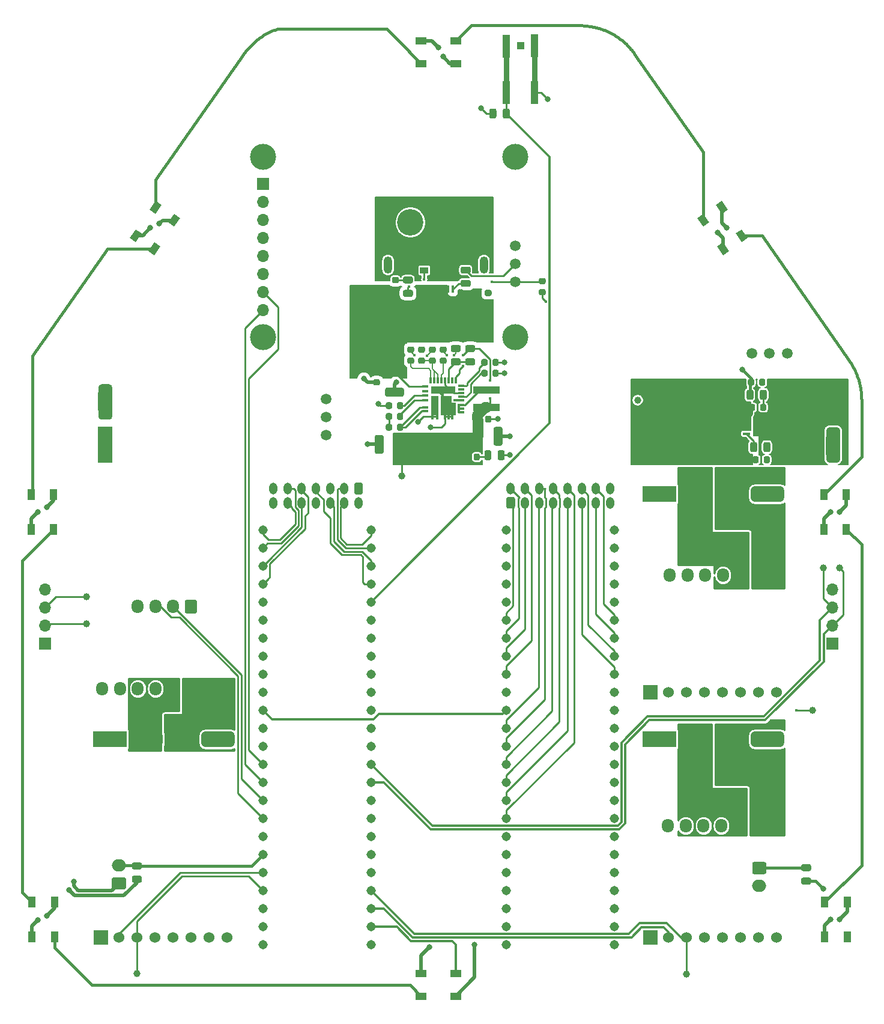
<source format=gtl>
G04 #@! TF.GenerationSoftware,KiCad,Pcbnew,(5.1.12)-1*
G04 #@! TF.CreationDate,2022-02-11T11:39:20+01:00*
G04 #@! TF.ProjectId,Main_Board,4d61696e-5f42-46f6-9172-642e6b696361,rev?*
G04 #@! TF.SameCoordinates,Original*
G04 #@! TF.FileFunction,Copper,L1,Top*
G04 #@! TF.FilePolarity,Positive*
%FSLAX46Y46*%
G04 Gerber Fmt 4.6, Leading zero omitted, Abs format (unit mm)*
G04 Created by KiCad (PCBNEW (5.1.12)-1) date 2022-02-11 11:39:20*
%MOMM*%
%LPD*%
G01*
G04 APERTURE LIST*
G04 #@! TA.AperFunction,SMDPad,CuDef*
%ADD10R,3.400000X1.100000*%
G04 #@! TD*
G04 #@! TA.AperFunction,SMDPad,CuDef*
%ADD11R,1.100000X2.700000*%
G04 #@! TD*
G04 #@! TA.AperFunction,SMDPad,CuDef*
%ADD12C,0.100000*%
G04 #@! TD*
G04 #@! TA.AperFunction,SMDPad,CuDef*
%ADD13R,0.300000X0.950000*%
G04 #@! TD*
G04 #@! TA.AperFunction,SMDPad,CuDef*
%ADD14R,0.950000X0.300000*%
G04 #@! TD*
G04 #@! TA.AperFunction,SMDPad,CuDef*
%ADD15R,1.600000X0.300000*%
G04 #@! TD*
G04 #@! TA.AperFunction,ComponentPad*
%ADD16C,0.500000*%
G04 #@! TD*
G04 #@! TA.AperFunction,SMDPad,CuDef*
%ADD17C,1.000000*%
G04 #@! TD*
G04 #@! TA.AperFunction,ComponentPad*
%ADD18R,2.200000X2.200000*%
G04 #@! TD*
G04 #@! TA.AperFunction,ComponentPad*
%ADD19C,1.524000*%
G04 #@! TD*
G04 #@! TA.AperFunction,ComponentPad*
%ADD20R,2.000000X2.000000*%
G04 #@! TD*
G04 #@! TA.AperFunction,SMDPad,CuDef*
%ADD21R,1.500000X2.200000*%
G04 #@! TD*
G04 #@! TA.AperFunction,ComponentPad*
%ADD22C,1.308000*%
G04 #@! TD*
G04 #@! TA.AperFunction,ComponentPad*
%ADD23O,1.200000X1.650000*%
G04 #@! TD*
G04 #@! TA.AperFunction,ComponentPad*
%ADD24C,3.660000*%
G04 #@! TD*
G04 #@! TA.AperFunction,ComponentPad*
%ADD25O,1.700000X1.700000*%
G04 #@! TD*
G04 #@! TA.AperFunction,ComponentPad*
%ADD26R,1.700000X1.700000*%
G04 #@! TD*
G04 #@! TA.AperFunction,SMDPad,CuDef*
%ADD27R,2.000000X2.500000*%
G04 #@! TD*
G04 #@! TA.AperFunction,SMDPad,CuDef*
%ADD28R,2.000000X2.000000*%
G04 #@! TD*
G04 #@! TA.AperFunction,SMDPad,CuDef*
%ADD29R,3.800000X1.000000*%
G04 #@! TD*
G04 #@! TA.AperFunction,SMDPad,CuDef*
%ADD30R,0.405000X0.990000*%
G04 #@! TD*
G04 #@! TA.AperFunction,SMDPad,CuDef*
%ADD31R,0.990000X0.405000*%
G04 #@! TD*
G04 #@! TA.AperFunction,SMDPad,CuDef*
%ADD32R,1.000000X1.500000*%
G04 #@! TD*
G04 #@! TA.AperFunction,SMDPad,CuDef*
%ADD33R,1.500000X1.000000*%
G04 #@! TD*
G04 #@! TA.AperFunction,SMDPad,CuDef*
%ADD34R,1.200000X0.900000*%
G04 #@! TD*
G04 #@! TA.AperFunction,ComponentPad*
%ADD35O,1.700000X1.950000*%
G04 #@! TD*
G04 #@! TA.AperFunction,ComponentPad*
%ADD36O,2.000000X1.700000*%
G04 #@! TD*
G04 #@! TA.AperFunction,ComponentPad*
%ADD37C,1.500000*%
G04 #@! TD*
G04 #@! TA.AperFunction,ComponentPad*
%ADD38O,1.200000X2.400000*%
G04 #@! TD*
G04 #@! TA.AperFunction,ComponentPad*
%ADD39R,3.716000X3.716000*%
G04 #@! TD*
G04 #@! TA.AperFunction,ComponentPad*
%ADD40C,3.716000*%
G04 #@! TD*
G04 #@! TA.AperFunction,SMDPad,CuDef*
%ADD41R,1.000000X3.200000*%
G04 #@! TD*
G04 #@! TA.AperFunction,SMDPad,CuDef*
%ADD42R,1.000000X1.000000*%
G04 #@! TD*
G04 #@! TA.AperFunction,ViaPad*
%ADD43C,0.800000*%
G04 #@! TD*
G04 #@! TA.AperFunction,ViaPad*
%ADD44C,0.400000*%
G04 #@! TD*
G04 #@! TA.AperFunction,Conductor*
%ADD45C,0.250000*%
G04 #@! TD*
G04 #@! TA.AperFunction,Conductor*
%ADD46C,0.500000*%
G04 #@! TD*
G04 #@! TA.AperFunction,Conductor*
%ADD47C,0.127000*%
G04 #@! TD*
G04 #@! TA.AperFunction,Conductor*
%ADD48C,0.400000*%
G04 #@! TD*
G04 #@! TA.AperFunction,Conductor*
%ADD49C,1.500000*%
G04 #@! TD*
G04 #@! TA.AperFunction,Conductor*
%ADD50C,0.750000*%
G04 #@! TD*
G04 #@! TA.AperFunction,Conductor*
%ADD51C,0.300000*%
G04 #@! TD*
G04 #@! TA.AperFunction,Conductor*
%ADD52C,0.100000*%
G04 #@! TD*
G04 #@! TA.AperFunction,Conductor*
%ADD53C,0.254000*%
G04 #@! TD*
G04 APERTURE END LIST*
D10*
X149862000Y-71713000D03*
D11*
X148662000Y-73913000D03*
G04 #@! TA.AperFunction,SMDPad,CuDef*
D12*
G36*
X151032000Y-73533000D02*
G01*
X151612000Y-73533000D01*
X151612000Y-75263000D01*
X149512000Y-75263000D01*
X149512000Y-72563000D01*
X151032000Y-72563000D01*
X151032000Y-73533000D01*
G37*
G04 #@! TD.AperFunction*
D13*
X148112000Y-70388000D03*
X148612000Y-70388000D03*
X149112000Y-70388000D03*
X149612000Y-70388000D03*
X150112000Y-70388000D03*
X150612000Y-70388000D03*
X151112000Y-70388000D03*
X151612000Y-70388000D03*
D14*
X152387000Y-71163000D03*
X152387000Y-71663000D03*
X152387000Y-72163000D03*
X152387000Y-72663000D03*
D15*
X152062000Y-73163000D03*
G04 #@! TA.AperFunction,SMDPad,CuDef*
D12*
G36*
X152862000Y-73663000D02*
G01*
X152862000Y-73963000D01*
X152257000Y-73963000D01*
X152257000Y-74963000D01*
X151907000Y-74963000D01*
X151907000Y-73663000D01*
X152862000Y-73663000D01*
G37*
G04 #@! TD.AperFunction*
D14*
X152387000Y-74313000D03*
X152387000Y-74813000D03*
D13*
X151122000Y-75438000D03*
X150622000Y-75438000D03*
X150122000Y-75438000D03*
X148992000Y-75438000D03*
X148342000Y-75438000D03*
D14*
X147337000Y-74663000D03*
X147337000Y-74163000D03*
X147337000Y-73163000D03*
X147337000Y-72513000D03*
X147337000Y-71863000D03*
X147337000Y-71213000D03*
D16*
X148592000Y-71643000D03*
X149354000Y-71643000D03*
X150116000Y-71643000D03*
X150878000Y-71643000D03*
X148592000Y-72913000D03*
X148592000Y-73675000D03*
X148592000Y-74437000D03*
X149862000Y-72913000D03*
X150624000Y-72913000D03*
X150624000Y-73675000D03*
X149862000Y-73675000D03*
X149862000Y-74437000D03*
X150624000Y-74437000D03*
X151386000Y-74437000D03*
D17*
X99568000Y-104648000D03*
X99568000Y-100838000D03*
X205740000Y-96774000D03*
X203454000Y-96774000D03*
X177292000Y-73152000D03*
X144018000Y-83820000D03*
X138176000Y-57912000D03*
X201930000Y-116840000D03*
X106680000Y-153924000D03*
X184150000Y-154051000D03*
G04 #@! TA.AperFunction,ComponentPad*
G36*
G01*
X196300000Y-119804000D02*
X197400000Y-119804000D01*
G75*
G02*
X197950000Y-120354000I0J-550000D01*
G01*
X197950000Y-121454000D01*
G75*
G02*
X197400000Y-122004000I-550000J0D01*
G01*
X196300000Y-122004000D01*
G75*
G02*
X195750000Y-121454000I0J550000D01*
G01*
X195750000Y-120354000D01*
G75*
G02*
X196300000Y-119804000I550000J0D01*
G01*
G37*
G04 #@! TD.AperFunction*
G04 #@! TA.AperFunction,ComponentPad*
G36*
G01*
X193760000Y-119804000D02*
X194860000Y-119804000D01*
G75*
G02*
X195410000Y-120354000I0J-550000D01*
G01*
X195410000Y-121454000D01*
G75*
G02*
X194860000Y-122004000I-550000J0D01*
G01*
X193760000Y-122004000D01*
G75*
G02*
X193210000Y-121454000I0J550000D01*
G01*
X193210000Y-120354000D01*
G75*
G02*
X193760000Y-119804000I550000J0D01*
G01*
G37*
G04 #@! TD.AperFunction*
G04 #@! TA.AperFunction,ComponentPad*
G36*
G01*
X191220000Y-119804000D02*
X192320000Y-119804000D01*
G75*
G02*
X192870000Y-120354000I0J-550000D01*
G01*
X192870000Y-121454000D01*
G75*
G02*
X192320000Y-122004000I-550000J0D01*
G01*
X191220000Y-122004000D01*
G75*
G02*
X190670000Y-121454000I0J550000D01*
G01*
X190670000Y-120354000D01*
G75*
G02*
X191220000Y-119804000I550000J0D01*
G01*
G37*
G04 #@! TD.AperFunction*
G04 #@! TA.AperFunction,ComponentPad*
G36*
G01*
X188680000Y-119804000D02*
X189780000Y-119804000D01*
G75*
G02*
X190330000Y-120354000I0J-550000D01*
G01*
X190330000Y-121454000D01*
G75*
G02*
X189780000Y-122004000I-550000J0D01*
G01*
X188680000Y-122004000D01*
G75*
G02*
X188130000Y-121454000I0J550000D01*
G01*
X188130000Y-120354000D01*
G75*
G02*
X188680000Y-119804000I550000J0D01*
G01*
G37*
G04 #@! TD.AperFunction*
G04 #@! TA.AperFunction,ComponentPad*
G36*
G01*
X186140000Y-119804000D02*
X187240000Y-119804000D01*
G75*
G02*
X187790000Y-120354000I0J-550000D01*
G01*
X187790000Y-121454000D01*
G75*
G02*
X187240000Y-122004000I-550000J0D01*
G01*
X186140000Y-122004000D01*
G75*
G02*
X185590000Y-121454000I0J550000D01*
G01*
X185590000Y-120354000D01*
G75*
G02*
X186140000Y-119804000I550000J0D01*
G01*
G37*
G04 #@! TD.AperFunction*
G04 #@! TA.AperFunction,ComponentPad*
G36*
G01*
X183600000Y-119804000D02*
X184700000Y-119804000D01*
G75*
G02*
X185250000Y-120354000I0J-550000D01*
G01*
X185250000Y-121454000D01*
G75*
G02*
X184700000Y-122004000I-550000J0D01*
G01*
X183600000Y-122004000D01*
G75*
G02*
X183050000Y-121454000I0J550000D01*
G01*
X183050000Y-120354000D01*
G75*
G02*
X183600000Y-119804000I550000J0D01*
G01*
G37*
G04 #@! TD.AperFunction*
D18*
X181610000Y-120904000D03*
X179070000Y-120904000D03*
D19*
X196850000Y-148844000D03*
X194310000Y-148844000D03*
X191770000Y-148844000D03*
X189230000Y-148844000D03*
X186690000Y-148844000D03*
X184150000Y-148844000D03*
X181610000Y-148844000D03*
D20*
X179070000Y-148844000D03*
D21*
X195580000Y-120904000D03*
X180340000Y-120904000D03*
X185420000Y-120904000D03*
X190500000Y-120904000D03*
D22*
X139700000Y-149860000D03*
X139700000Y-147320000D03*
X124460000Y-114300000D03*
X139700000Y-144780000D03*
X139700000Y-142240000D03*
X139700000Y-139700000D03*
X139700000Y-137160000D03*
X139700000Y-134620000D03*
X139700000Y-132080000D03*
X139700000Y-129540000D03*
X139700000Y-127000000D03*
X139700000Y-124460000D03*
X139700000Y-121920000D03*
X139700000Y-119380000D03*
X139700000Y-116840000D03*
X139700000Y-114300000D03*
X124460000Y-116840000D03*
X124460000Y-119380000D03*
X124460000Y-121920000D03*
X124460000Y-124460000D03*
X124460000Y-127000000D03*
X124460000Y-129540000D03*
X124460000Y-132080000D03*
X124460000Y-134620000D03*
X124460000Y-137160000D03*
X124460000Y-139700000D03*
X124460000Y-142240000D03*
X124460000Y-144780000D03*
X124460000Y-147320000D03*
X124460000Y-149860000D03*
X139700000Y-111760000D03*
X139700000Y-109220000D03*
X139700000Y-106680000D03*
X139700000Y-104140000D03*
X139700000Y-101600000D03*
X139700000Y-99060000D03*
X139700000Y-96520000D03*
X139700000Y-93980000D03*
X139700000Y-91440000D03*
X124460000Y-91440000D03*
X124460000Y-93980000D03*
X124460000Y-96520000D03*
X124460000Y-99060000D03*
X124460000Y-101600000D03*
X124460000Y-104140000D03*
X124460000Y-106680000D03*
X124460000Y-109220000D03*
X124460000Y-111760000D03*
G04 #@! TA.AperFunction,ComponentPad*
G36*
G01*
X158786000Y-88173001D02*
X158786000Y-87022999D01*
G75*
G02*
X159035999Y-86773000I249999J0D01*
G01*
X159736001Y-86773000D01*
G75*
G02*
X159986000Y-87022999I0J-249999D01*
G01*
X159986000Y-88173001D01*
G75*
G02*
X159736001Y-88423000I-249999J0D01*
G01*
X159035999Y-88423000D01*
G75*
G02*
X158786000Y-88173001I0J249999D01*
G01*
G37*
G04 #@! TD.AperFunction*
D23*
X161386000Y-87598000D03*
X163386000Y-87598000D03*
X165386000Y-87598000D03*
X167386000Y-87598000D03*
X169386000Y-87598000D03*
X171386000Y-87598000D03*
X173386000Y-87598000D03*
X159386000Y-85598000D03*
X161386000Y-85598000D03*
X163386000Y-85598000D03*
X165386000Y-85598000D03*
X167386000Y-85598000D03*
X169386000Y-85598000D03*
X171386000Y-85598000D03*
X173386000Y-85598000D03*
D22*
X158750000Y-111760000D03*
X158750000Y-109220000D03*
X158750000Y-106680000D03*
X158750000Y-104140000D03*
X158750000Y-101600000D03*
X158750000Y-99060000D03*
X158750000Y-96520000D03*
X158750000Y-93980000D03*
X158750000Y-91440000D03*
X173990000Y-91440000D03*
X173990000Y-93980000D03*
X173990000Y-96520000D03*
X173990000Y-99060000D03*
X173990000Y-101600000D03*
X173990000Y-104140000D03*
X173990000Y-106680000D03*
X173990000Y-109220000D03*
X173990000Y-111760000D03*
X158750000Y-149860000D03*
X158750000Y-147320000D03*
X158750000Y-144780000D03*
X158750000Y-142240000D03*
X158750000Y-139700000D03*
X158750000Y-137160000D03*
X158750000Y-134620000D03*
X158750000Y-132080000D03*
X158750000Y-129540000D03*
X158750000Y-127000000D03*
X158750000Y-124460000D03*
X158750000Y-121920000D03*
X158750000Y-119380000D03*
X158750000Y-116840000D03*
X173990000Y-114300000D03*
X173990000Y-116840000D03*
X173990000Y-119380000D03*
X173990000Y-121920000D03*
X173990000Y-124460000D03*
X173990000Y-127000000D03*
X173990000Y-129540000D03*
X173990000Y-132080000D03*
X173990000Y-134620000D03*
X173990000Y-137160000D03*
X173990000Y-139700000D03*
X173990000Y-142240000D03*
X173990000Y-144780000D03*
X158750000Y-114300000D03*
X173990000Y-147320000D03*
X173990000Y-149860000D03*
D24*
X160020000Y-64262000D03*
X124460000Y-38862000D03*
X124460000Y-64262000D03*
D25*
X124460000Y-60452000D03*
X124460000Y-57912000D03*
X124460000Y-55372000D03*
X124460000Y-52832000D03*
X124460000Y-50292000D03*
X124460000Y-47752000D03*
X124460000Y-45212000D03*
D26*
X124460000Y-42672000D03*
D24*
X160020000Y-38862000D03*
D20*
X102235000Y-80900000D03*
X102235000Y-77900000D03*
G04 #@! TA.AperFunction,ComponentPad*
G36*
G01*
X101735000Y-73900000D02*
X102735000Y-73900000D01*
G75*
G02*
X103235000Y-74400000I0J-500000D01*
G01*
X103235000Y-75400000D01*
G75*
G02*
X102735000Y-75900000I-500000J0D01*
G01*
X101735000Y-75900000D01*
G75*
G02*
X101235000Y-75400000I0J500000D01*
G01*
X101235000Y-74400000D01*
G75*
G02*
X101735000Y-73900000I500000J0D01*
G01*
G37*
G04 #@! TD.AperFunction*
G04 #@! TA.AperFunction,ComponentPad*
G36*
G01*
X101735000Y-70900000D02*
X102735000Y-70900000D01*
G75*
G02*
X103235000Y-71400000I0J-500000D01*
G01*
X103235000Y-72400000D01*
G75*
G02*
X102735000Y-72900000I-500000J0D01*
G01*
X101735000Y-72900000D01*
G75*
G02*
X101235000Y-72400000I0J500000D01*
G01*
X101235000Y-71400000D01*
G75*
G02*
X101735000Y-70900000I500000J0D01*
G01*
G37*
G04 #@! TD.AperFunction*
D27*
X102235000Y-73280000D03*
D28*
X102235000Y-79376000D03*
X204851000Y-73482200D03*
D27*
X204851000Y-79578200D03*
G04 #@! TA.AperFunction,ComponentPad*
G36*
G01*
X205351000Y-81958200D02*
X204351000Y-81958200D01*
G75*
G02*
X203851000Y-81458200I0J500000D01*
G01*
X203851000Y-80458200D01*
G75*
G02*
X204351000Y-79958200I500000J0D01*
G01*
X205351000Y-79958200D01*
G75*
G02*
X205851000Y-80458200I0J-500000D01*
G01*
X205851000Y-81458200D01*
G75*
G02*
X205351000Y-81958200I-500000J0D01*
G01*
G37*
G04 #@! TD.AperFunction*
G04 #@! TA.AperFunction,ComponentPad*
G36*
G01*
X205351000Y-78958200D02*
X204351000Y-78958200D01*
G75*
G02*
X203851000Y-78458200I0J500000D01*
G01*
X203851000Y-77458200D01*
G75*
G02*
X204351000Y-76958200I500000J0D01*
G01*
X205351000Y-76958200D01*
G75*
G02*
X205851000Y-77458200I0J-500000D01*
G01*
X205851000Y-78458200D01*
G75*
G02*
X205351000Y-78958200I-500000J0D01*
G01*
G37*
G04 #@! TD.AperFunction*
D20*
X204851000Y-74958200D03*
X204851000Y-71958200D03*
G04 #@! TA.AperFunction,ComponentPad*
G36*
G01*
X138522000Y-85022999D02*
X138522000Y-86173001D01*
G75*
G02*
X138272001Y-86423000I-249999J0D01*
G01*
X137571999Y-86423000D01*
G75*
G02*
X137322000Y-86173001I0J249999D01*
G01*
X137322000Y-85022999D01*
G75*
G02*
X137571999Y-84773000I249999J0D01*
G01*
X138272001Y-84773000D01*
G75*
G02*
X138522000Y-85022999I0J-249999D01*
G01*
G37*
G04 #@! TD.AperFunction*
D23*
X135922000Y-85598000D03*
X133922000Y-85598000D03*
X131922000Y-85598000D03*
X129922000Y-85598000D03*
X127922000Y-85598000D03*
X125922000Y-85598000D03*
X137922000Y-87598000D03*
X135922000Y-87598000D03*
X133922000Y-87598000D03*
X131922000Y-87598000D03*
X129922000Y-87598000D03*
X127922000Y-87598000D03*
X125922000Y-87598000D03*
D20*
X179070000Y-114300000D03*
D19*
X181610000Y-114300000D03*
X184150000Y-114300000D03*
X186690000Y-114300000D03*
X189230000Y-114300000D03*
X191770000Y-114300000D03*
X194310000Y-114300000D03*
X196850000Y-114300000D03*
D18*
X179070000Y-86360000D03*
X181610000Y-86360000D03*
G04 #@! TA.AperFunction,ComponentPad*
G36*
G01*
X183600000Y-85260000D02*
X184700000Y-85260000D01*
G75*
G02*
X185250000Y-85810000I0J-550000D01*
G01*
X185250000Y-86910000D01*
G75*
G02*
X184700000Y-87460000I-550000J0D01*
G01*
X183600000Y-87460000D01*
G75*
G02*
X183050000Y-86910000I0J550000D01*
G01*
X183050000Y-85810000D01*
G75*
G02*
X183600000Y-85260000I550000J0D01*
G01*
G37*
G04 #@! TD.AperFunction*
G04 #@! TA.AperFunction,ComponentPad*
G36*
G01*
X186140000Y-85260000D02*
X187240000Y-85260000D01*
G75*
G02*
X187790000Y-85810000I0J-550000D01*
G01*
X187790000Y-86910000D01*
G75*
G02*
X187240000Y-87460000I-550000J0D01*
G01*
X186140000Y-87460000D01*
G75*
G02*
X185590000Y-86910000I0J550000D01*
G01*
X185590000Y-85810000D01*
G75*
G02*
X186140000Y-85260000I550000J0D01*
G01*
G37*
G04 #@! TD.AperFunction*
G04 #@! TA.AperFunction,ComponentPad*
G36*
G01*
X188680000Y-85260000D02*
X189780000Y-85260000D01*
G75*
G02*
X190330000Y-85810000I0J-550000D01*
G01*
X190330000Y-86910000D01*
G75*
G02*
X189780000Y-87460000I-550000J0D01*
G01*
X188680000Y-87460000D01*
G75*
G02*
X188130000Y-86910000I0J550000D01*
G01*
X188130000Y-85810000D01*
G75*
G02*
X188680000Y-85260000I550000J0D01*
G01*
G37*
G04 #@! TD.AperFunction*
G04 #@! TA.AperFunction,ComponentPad*
G36*
G01*
X191220000Y-85260000D02*
X192320000Y-85260000D01*
G75*
G02*
X192870000Y-85810000I0J-550000D01*
G01*
X192870000Y-86910000D01*
G75*
G02*
X192320000Y-87460000I-550000J0D01*
G01*
X191220000Y-87460000D01*
G75*
G02*
X190670000Y-86910000I0J550000D01*
G01*
X190670000Y-85810000D01*
G75*
G02*
X191220000Y-85260000I550000J0D01*
G01*
G37*
G04 #@! TD.AperFunction*
G04 #@! TA.AperFunction,ComponentPad*
G36*
G01*
X193760000Y-85260000D02*
X194860000Y-85260000D01*
G75*
G02*
X195410000Y-85810000I0J-550000D01*
G01*
X195410000Y-86910000D01*
G75*
G02*
X194860000Y-87460000I-550000J0D01*
G01*
X193760000Y-87460000D01*
G75*
G02*
X193210000Y-86910000I0J550000D01*
G01*
X193210000Y-85810000D01*
G75*
G02*
X193760000Y-85260000I550000J0D01*
G01*
G37*
G04 #@! TD.AperFunction*
G04 #@! TA.AperFunction,ComponentPad*
G36*
G01*
X196300000Y-85260000D02*
X197400000Y-85260000D01*
G75*
G02*
X197950000Y-85810000I0J-550000D01*
G01*
X197950000Y-86910000D01*
G75*
G02*
X197400000Y-87460000I-550000J0D01*
G01*
X196300000Y-87460000D01*
G75*
G02*
X195750000Y-86910000I0J550000D01*
G01*
X195750000Y-85810000D01*
G75*
G02*
X196300000Y-85260000I550000J0D01*
G01*
G37*
G04 #@! TD.AperFunction*
D21*
X195580000Y-86360000D03*
X180340000Y-86360000D03*
X185420000Y-86360000D03*
X190500000Y-86360000D03*
D20*
X101600000Y-148844000D03*
D19*
X104140000Y-148844000D03*
X106680000Y-148844000D03*
X109220000Y-148844000D03*
X111760000Y-148844000D03*
X114300000Y-148844000D03*
X116840000Y-148844000D03*
X119380000Y-148844000D03*
D18*
X101600000Y-120904000D03*
X104140000Y-120904000D03*
G04 #@! TA.AperFunction,ComponentPad*
G36*
G01*
X106130000Y-119804000D02*
X107230000Y-119804000D01*
G75*
G02*
X107780000Y-120354000I0J-550000D01*
G01*
X107780000Y-121454000D01*
G75*
G02*
X107230000Y-122004000I-550000J0D01*
G01*
X106130000Y-122004000D01*
G75*
G02*
X105580000Y-121454000I0J550000D01*
G01*
X105580000Y-120354000D01*
G75*
G02*
X106130000Y-119804000I550000J0D01*
G01*
G37*
G04 #@! TD.AperFunction*
G04 #@! TA.AperFunction,ComponentPad*
G36*
G01*
X108670000Y-119804000D02*
X109770000Y-119804000D01*
G75*
G02*
X110320000Y-120354000I0J-550000D01*
G01*
X110320000Y-121454000D01*
G75*
G02*
X109770000Y-122004000I-550000J0D01*
G01*
X108670000Y-122004000D01*
G75*
G02*
X108120000Y-121454000I0J550000D01*
G01*
X108120000Y-120354000D01*
G75*
G02*
X108670000Y-119804000I550000J0D01*
G01*
G37*
G04 #@! TD.AperFunction*
G04 #@! TA.AperFunction,ComponentPad*
G36*
G01*
X111210000Y-119804000D02*
X112310000Y-119804000D01*
G75*
G02*
X112860000Y-120354000I0J-550000D01*
G01*
X112860000Y-121454000D01*
G75*
G02*
X112310000Y-122004000I-550000J0D01*
G01*
X111210000Y-122004000D01*
G75*
G02*
X110660000Y-121454000I0J550000D01*
G01*
X110660000Y-120354000D01*
G75*
G02*
X111210000Y-119804000I550000J0D01*
G01*
G37*
G04 #@! TD.AperFunction*
G04 #@! TA.AperFunction,ComponentPad*
G36*
G01*
X113750000Y-119804000D02*
X114850000Y-119804000D01*
G75*
G02*
X115400000Y-120354000I0J-550000D01*
G01*
X115400000Y-121454000D01*
G75*
G02*
X114850000Y-122004000I-550000J0D01*
G01*
X113750000Y-122004000D01*
G75*
G02*
X113200000Y-121454000I0J550000D01*
G01*
X113200000Y-120354000D01*
G75*
G02*
X113750000Y-119804000I550000J0D01*
G01*
G37*
G04 #@! TD.AperFunction*
G04 #@! TA.AperFunction,ComponentPad*
G36*
G01*
X116290000Y-119804000D02*
X117390000Y-119804000D01*
G75*
G02*
X117940000Y-120354000I0J-550000D01*
G01*
X117940000Y-121454000D01*
G75*
G02*
X117390000Y-122004000I-550000J0D01*
G01*
X116290000Y-122004000D01*
G75*
G02*
X115740000Y-121454000I0J550000D01*
G01*
X115740000Y-120354000D01*
G75*
G02*
X116290000Y-119804000I550000J0D01*
G01*
G37*
G04 #@! TD.AperFunction*
G04 #@! TA.AperFunction,ComponentPad*
G36*
G01*
X118830000Y-119804000D02*
X119930000Y-119804000D01*
G75*
G02*
X120480000Y-120354000I0J-550000D01*
G01*
X120480000Y-121454000D01*
G75*
G02*
X119930000Y-122004000I-550000J0D01*
G01*
X118830000Y-122004000D01*
G75*
G02*
X118280000Y-121454000I0J550000D01*
G01*
X118280000Y-120354000D01*
G75*
G02*
X118830000Y-119804000I550000J0D01*
G01*
G37*
G04 #@! TD.AperFunction*
D21*
X118110000Y-120904000D03*
X102870000Y-120904000D03*
X107950000Y-120904000D03*
X113030000Y-120904000D03*
D29*
X155956000Y-71755000D03*
X155956000Y-74155000D03*
D30*
X150571000Y-57496000D03*
X149251000Y-57496000D03*
X151231000Y-57496000D03*
G04 #@! TA.AperFunction,SMDPad,CuDef*
D12*
G36*
X149453500Y-54131000D02*
G01*
X149453500Y-54641000D01*
X149708500Y-54641000D01*
X149708500Y-54131000D01*
X150113500Y-54131000D01*
X150113500Y-54641000D01*
X150368500Y-54641000D01*
X150368500Y-54131000D01*
X150773500Y-54131000D01*
X150773500Y-54641000D01*
X151028500Y-54641000D01*
X151028500Y-54131000D01*
X151436000Y-54131000D01*
X151436000Y-54891000D01*
X151358500Y-54891000D01*
X151358500Y-56366000D01*
X149123500Y-56366000D01*
X149123500Y-54891000D01*
X149046000Y-54891000D01*
X149046000Y-54131000D01*
X149453500Y-54131000D01*
G37*
G04 #@! TD.AperFunction*
D30*
X149911000Y-57496000D03*
G04 #@! TA.AperFunction,SMDPad,CuDef*
D12*
G36*
X195986000Y-76098500D02*
G01*
X195476000Y-76098500D01*
X195476000Y-76353500D01*
X195986000Y-76353500D01*
X195986000Y-76758500D01*
X195476000Y-76758500D01*
X195476000Y-77013500D01*
X195986000Y-77013500D01*
X195986000Y-77418500D01*
X195476000Y-77418500D01*
X195476000Y-77673500D01*
X195986000Y-77673500D01*
X195986000Y-78081000D01*
X195226000Y-78081000D01*
X195226000Y-78003500D01*
X193751000Y-78003500D01*
X193751000Y-75768500D01*
X195226000Y-75768500D01*
X195226000Y-75691000D01*
X195986000Y-75691000D01*
X195986000Y-76098500D01*
G37*
G04 #@! TD.AperFunction*
D31*
X192621000Y-77876000D03*
X192621000Y-77216000D03*
X192621000Y-76556000D03*
X192621000Y-75896000D03*
G04 #@! TA.AperFunction,SMDPad,CuDef*
G36*
G01*
X141927000Y-71387000D02*
X144077000Y-71387000D01*
G75*
G02*
X144327000Y-71637000I0J-250000D01*
G01*
X144327000Y-72387000D01*
G75*
G02*
X144077000Y-72637000I-250000J0D01*
G01*
X141927000Y-72637000D01*
G75*
G02*
X141677000Y-72387000I0J250000D01*
G01*
X141677000Y-71637000D01*
G75*
G02*
X141927000Y-71387000I250000J0D01*
G01*
G37*
G04 #@! TD.AperFunction*
G04 #@! TA.AperFunction,SMDPad,CuDef*
G36*
G01*
X141927000Y-68587000D02*
X144077000Y-68587000D01*
G75*
G02*
X144327000Y-68837000I0J-250000D01*
G01*
X144327000Y-69587000D01*
G75*
G02*
X144077000Y-69837000I-250000J0D01*
G01*
X141927000Y-69837000D01*
G75*
G02*
X141677000Y-69587000I0J250000D01*
G01*
X141677000Y-68837000D01*
G75*
G02*
X141927000Y-68587000I250000J0D01*
G01*
G37*
G04 #@! TD.AperFunction*
G04 #@! TA.AperFunction,SMDPad,CuDef*
G36*
G01*
X140205750Y-68625000D02*
X140718250Y-68625000D01*
G75*
G02*
X140937000Y-68843750I0J-218750D01*
G01*
X140937000Y-69281250D01*
G75*
G02*
X140718250Y-69500000I-218750J0D01*
G01*
X140205750Y-69500000D01*
G75*
G02*
X139987000Y-69281250I0J218750D01*
G01*
X139987000Y-68843750D01*
G75*
G02*
X140205750Y-68625000I218750J0D01*
G01*
G37*
G04 #@! TD.AperFunction*
G04 #@! TA.AperFunction,SMDPad,CuDef*
G36*
G01*
X140205750Y-70200000D02*
X140718250Y-70200000D01*
G75*
G02*
X140937000Y-70418750I0J-218750D01*
G01*
X140937000Y-70856250D01*
G75*
G02*
X140718250Y-71075000I-218750J0D01*
G01*
X140205750Y-71075000D01*
G75*
G02*
X139987000Y-70856250I0J218750D01*
G01*
X139987000Y-70418750D01*
G75*
G02*
X140205750Y-70200000I218750J0D01*
G01*
G37*
G04 #@! TD.AperFunction*
G04 #@! TA.AperFunction,SMDPad,CuDef*
G36*
G01*
X156814000Y-69598250D02*
X156814000Y-69085750D01*
G75*
G02*
X157032750Y-68867000I218750J0D01*
G01*
X157470250Y-68867000D01*
G75*
G02*
X157689000Y-69085750I0J-218750D01*
G01*
X157689000Y-69598250D01*
G75*
G02*
X157470250Y-69817000I-218750J0D01*
G01*
X157032750Y-69817000D01*
G75*
G02*
X156814000Y-69598250I0J218750D01*
G01*
G37*
G04 #@! TD.AperFunction*
G04 #@! TA.AperFunction,SMDPad,CuDef*
G36*
G01*
X155239000Y-69598250D02*
X155239000Y-69085750D01*
G75*
G02*
X155457750Y-68867000I218750J0D01*
G01*
X155895250Y-68867000D01*
G75*
G02*
X156114000Y-69085750I0J-218750D01*
G01*
X156114000Y-69598250D01*
G75*
G02*
X155895250Y-69817000I-218750J0D01*
G01*
X155457750Y-69817000D01*
G75*
G02*
X155239000Y-69598250I0J218750D01*
G01*
G37*
G04 #@! TD.AperFunction*
G04 #@! TA.AperFunction,SMDPad,CuDef*
G36*
G01*
X144227000Y-75181750D02*
X144227000Y-75694250D01*
G75*
G02*
X144008250Y-75913000I-218750J0D01*
G01*
X143570750Y-75913000D01*
G75*
G02*
X143352000Y-75694250I0J218750D01*
G01*
X143352000Y-75181750D01*
G75*
G02*
X143570750Y-74963000I218750J0D01*
G01*
X144008250Y-74963000D01*
G75*
G02*
X144227000Y-75181750I0J-218750D01*
G01*
G37*
G04 #@! TD.AperFunction*
G04 #@! TA.AperFunction,SMDPad,CuDef*
G36*
G01*
X142652000Y-75181750D02*
X142652000Y-75694250D01*
G75*
G02*
X142433250Y-75913000I-218750J0D01*
G01*
X141995750Y-75913000D01*
G75*
G02*
X141777000Y-75694250I0J218750D01*
G01*
X141777000Y-75181750D01*
G75*
G02*
X141995750Y-74963000I218750J0D01*
G01*
X142433250Y-74963000D01*
G75*
G02*
X142652000Y-75181750I0J-218750D01*
G01*
G37*
G04 #@! TD.AperFunction*
G04 #@! TA.AperFunction,SMDPad,CuDef*
G36*
G01*
X156114000Y-67561750D02*
X156114000Y-68074250D01*
G75*
G02*
X155895250Y-68293000I-218750J0D01*
G01*
X155457750Y-68293000D01*
G75*
G02*
X155239000Y-68074250I0J218750D01*
G01*
X155239000Y-67561750D01*
G75*
G02*
X155457750Y-67343000I218750J0D01*
G01*
X155895250Y-67343000D01*
G75*
G02*
X156114000Y-67561750I0J-218750D01*
G01*
G37*
G04 #@! TD.AperFunction*
G04 #@! TA.AperFunction,SMDPad,CuDef*
G36*
G01*
X157689000Y-67561750D02*
X157689000Y-68074250D01*
G75*
G02*
X157470250Y-68293000I-218750J0D01*
G01*
X157032750Y-68293000D01*
G75*
G02*
X156814000Y-68074250I0J218750D01*
G01*
X156814000Y-67561750D01*
G75*
G02*
X157032750Y-67343000I218750J0D01*
G01*
X157470250Y-67343000D01*
G75*
G02*
X157689000Y-67561750I0J-218750D01*
G01*
G37*
G04 #@! TD.AperFunction*
G04 #@! TA.AperFunction,SMDPad,CuDef*
G36*
G01*
X154185000Y-79307000D02*
X154185000Y-77157000D01*
G75*
G02*
X154435000Y-76907000I250000J0D01*
G01*
X155185000Y-76907000D01*
G75*
G02*
X155435000Y-77157000I0J-250000D01*
G01*
X155435000Y-79307000D01*
G75*
G02*
X155185000Y-79557000I-250000J0D01*
G01*
X154435000Y-79557000D01*
G75*
G02*
X154185000Y-79307000I0J250000D01*
G01*
G37*
G04 #@! TD.AperFunction*
G04 #@! TA.AperFunction,SMDPad,CuDef*
G36*
G01*
X156985000Y-79307000D02*
X156985000Y-77157000D01*
G75*
G02*
X157235000Y-76907000I250000J0D01*
G01*
X157985000Y-76907000D01*
G75*
G02*
X158235000Y-77157000I0J-250000D01*
G01*
X158235000Y-79307000D01*
G75*
G02*
X157985000Y-79557000I-250000J0D01*
G01*
X157235000Y-79557000D01*
G75*
G02*
X156985000Y-79307000I0J250000D01*
G01*
G37*
G04 #@! TD.AperFunction*
G04 #@! TA.AperFunction,SMDPad,CuDef*
G36*
G01*
X141465000Y-78300000D02*
X141465000Y-80450000D01*
G75*
G02*
X141215000Y-80700000I-250000J0D01*
G01*
X140465000Y-80700000D01*
G75*
G02*
X140215000Y-80450000I0J250000D01*
G01*
X140215000Y-78300000D01*
G75*
G02*
X140465000Y-78050000I250000J0D01*
G01*
X141215000Y-78050000D01*
G75*
G02*
X141465000Y-78300000I0J-250000D01*
G01*
G37*
G04 #@! TD.AperFunction*
G04 #@! TA.AperFunction,SMDPad,CuDef*
G36*
G01*
X144265000Y-78300000D02*
X144265000Y-80450000D01*
G75*
G02*
X144015000Y-80700000I-250000J0D01*
G01*
X143265000Y-80700000D01*
G75*
G02*
X143015000Y-80450000I0J250000D01*
G01*
X143015000Y-78300000D01*
G75*
G02*
X143265000Y-78050000I250000J0D01*
G01*
X144015000Y-78050000D01*
G75*
G02*
X144265000Y-78300000I0J-250000D01*
G01*
G37*
G04 #@! TD.AperFunction*
G04 #@! TA.AperFunction,SMDPad,CuDef*
G36*
G01*
X146555750Y-65577000D02*
X147068250Y-65577000D01*
G75*
G02*
X147287000Y-65795750I0J-218750D01*
G01*
X147287000Y-66233250D01*
G75*
G02*
X147068250Y-66452000I-218750J0D01*
G01*
X146555750Y-66452000D01*
G75*
G02*
X146337000Y-66233250I0J218750D01*
G01*
X146337000Y-65795750D01*
G75*
G02*
X146555750Y-65577000I218750J0D01*
G01*
G37*
G04 #@! TD.AperFunction*
G04 #@! TA.AperFunction,SMDPad,CuDef*
G36*
G01*
X146555750Y-67152000D02*
X147068250Y-67152000D01*
G75*
G02*
X147287000Y-67370750I0J-218750D01*
G01*
X147287000Y-67808250D01*
G75*
G02*
X147068250Y-68027000I-218750J0D01*
G01*
X146555750Y-68027000D01*
G75*
G02*
X146337000Y-67808250I0J218750D01*
G01*
X146337000Y-67370750D01*
G75*
G02*
X146555750Y-67152000I218750J0D01*
G01*
G37*
G04 #@! TD.AperFunction*
G04 #@! TA.AperFunction,SMDPad,CuDef*
G36*
G01*
X155798000Y-76075250D02*
X155798000Y-75562750D01*
G75*
G02*
X156016750Y-75344000I218750J0D01*
G01*
X156454250Y-75344000D01*
G75*
G02*
X156673000Y-75562750I0J-218750D01*
G01*
X156673000Y-76075250D01*
G75*
G02*
X156454250Y-76294000I-218750J0D01*
G01*
X156016750Y-76294000D01*
G75*
G02*
X155798000Y-76075250I0J218750D01*
G01*
G37*
G04 #@! TD.AperFunction*
G04 #@! TA.AperFunction,SMDPad,CuDef*
G36*
G01*
X154223000Y-76075250D02*
X154223000Y-75562750D01*
G75*
G02*
X154441750Y-75344000I218750J0D01*
G01*
X154879250Y-75344000D01*
G75*
G02*
X155098000Y-75562750I0J-218750D01*
G01*
X155098000Y-76075250D01*
G75*
G02*
X154879250Y-76294000I-218750J0D01*
G01*
X154441750Y-76294000D01*
G75*
G02*
X154223000Y-76075250I0J218750D01*
G01*
G37*
G04 #@! TD.AperFunction*
G04 #@! TA.AperFunction,SMDPad,CuDef*
G36*
G01*
X194506000Y-72846250D02*
X194506000Y-71933750D01*
G75*
G02*
X194749750Y-71690000I243750J0D01*
G01*
X195237250Y-71690000D01*
G75*
G02*
X195481000Y-71933750I0J-243750D01*
G01*
X195481000Y-72846250D01*
G75*
G02*
X195237250Y-73090000I-243750J0D01*
G01*
X194749750Y-73090000D01*
G75*
G02*
X194506000Y-72846250I0J243750D01*
G01*
G37*
G04 #@! TD.AperFunction*
G04 #@! TA.AperFunction,SMDPad,CuDef*
G36*
G01*
X192631000Y-72846250D02*
X192631000Y-71933750D01*
G75*
G02*
X192874750Y-71690000I243750J0D01*
G01*
X193362250Y-71690000D01*
G75*
G02*
X193606000Y-71933750I0J-243750D01*
G01*
X193606000Y-72846250D01*
G75*
G02*
X193362250Y-73090000I-243750J0D01*
G01*
X192874750Y-73090000D01*
G75*
G02*
X192631000Y-72846250I0J243750D01*
G01*
G37*
G04 #@! TD.AperFunction*
D32*
X94945000Y-86450000D03*
X91745000Y-86450000D03*
X94945000Y-91350000D03*
X91745000Y-91350000D03*
X203505000Y-91350000D03*
X206705000Y-91350000D03*
X203505000Y-86450000D03*
X206705000Y-86450000D03*
G04 #@! TA.AperFunction,SMDPad,CuDef*
D12*
G36*
X111956512Y-46904648D02*
G01*
X112775664Y-47478224D01*
X111915300Y-48706952D01*
X111096148Y-48133376D01*
X111956512Y-46904648D01*
G37*
G04 #@! TD.AperFunction*
G04 #@! TA.AperFunction,SMDPad,CuDef*
G36*
X109335225Y-45069203D02*
G01*
X110154377Y-45642779D01*
X109294013Y-46871507D01*
X108474861Y-46297931D01*
X109335225Y-45069203D01*
G37*
G04 #@! TD.AperFunction*
G04 #@! TA.AperFunction,SMDPad,CuDef*
G36*
X109145987Y-50918493D02*
G01*
X109965139Y-51492069D01*
X109104775Y-52720797D01*
X108285623Y-52147221D01*
X109145987Y-50918493D01*
G37*
G04 #@! TD.AperFunction*
G04 #@! TA.AperFunction,SMDPad,CuDef*
G36*
X106524700Y-49083048D02*
G01*
X107343852Y-49656624D01*
X106483488Y-50885352D01*
X105664336Y-50311776D01*
X106524700Y-49083048D01*
G37*
G04 #@! TD.AperFunction*
G04 #@! TA.AperFunction,SMDPad,CuDef*
G36*
X189975139Y-46297931D02*
G01*
X189155987Y-46871507D01*
X188295623Y-45642779D01*
X189114775Y-45069203D01*
X189975139Y-46297931D01*
G37*
G04 #@! TD.AperFunction*
G04 #@! TA.AperFunction,SMDPad,CuDef*
G36*
X187353852Y-48133376D02*
G01*
X186534700Y-48706952D01*
X185674336Y-47478224D01*
X186493488Y-46904648D01*
X187353852Y-48133376D01*
G37*
G04 #@! TD.AperFunction*
G04 #@! TA.AperFunction,SMDPad,CuDef*
G36*
X192785664Y-50311776D02*
G01*
X191966512Y-50885352D01*
X191106148Y-49656624D01*
X191925300Y-49083048D01*
X192785664Y-50311776D01*
G37*
G04 #@! TD.AperFunction*
G04 #@! TA.AperFunction,SMDPad,CuDef*
G36*
X190164377Y-52147221D02*
G01*
X189345225Y-52720797D01*
X188484861Y-51492069D01*
X189304013Y-50918493D01*
X190164377Y-52147221D01*
G37*
G04 #@! TD.AperFunction*
D32*
X95072000Y-143854000D03*
X91872000Y-143854000D03*
X95072000Y-148754000D03*
X91872000Y-148754000D03*
X206832000Y-143854000D03*
X203632000Y-143854000D03*
X206832000Y-148754000D03*
X203632000Y-148754000D03*
D33*
X146775000Y-22530000D03*
X146775000Y-25730000D03*
X151675000Y-22530000D03*
X151675000Y-25730000D03*
X151675000Y-157100000D03*
X151675000Y-153900000D03*
X146775000Y-157100000D03*
X146775000Y-153900000D03*
G04 #@! TA.AperFunction,SMDPad,CuDef*
G36*
G01*
X145363250Y-58575000D02*
X144450750Y-58575000D01*
G75*
G02*
X144207000Y-58331250I0J243750D01*
G01*
X144207000Y-57843750D01*
G75*
G02*
X144450750Y-57600000I243750J0D01*
G01*
X145363250Y-57600000D01*
G75*
G02*
X145607000Y-57843750I0J-243750D01*
G01*
X145607000Y-58331250D01*
G75*
G02*
X145363250Y-58575000I-243750J0D01*
G01*
G37*
G04 #@! TD.AperFunction*
G04 #@! TA.AperFunction,SMDPad,CuDef*
G36*
G01*
X145363250Y-56700000D02*
X144450750Y-56700000D01*
G75*
G02*
X144207000Y-56456250I0J243750D01*
G01*
X144207000Y-55968750D01*
G75*
G02*
X144450750Y-55725000I243750J0D01*
G01*
X145363250Y-55725000D01*
G75*
G02*
X145607000Y-55968750I0J-243750D01*
G01*
X145607000Y-56456250D01*
G75*
G02*
X145363250Y-56700000I-243750J0D01*
G01*
G37*
G04 #@! TD.AperFunction*
G04 #@! TA.AperFunction,SMDPad,CuDef*
G36*
G01*
X156649000Y-80442750D02*
X156649000Y-81355250D01*
G75*
G02*
X156405250Y-81599000I-243750J0D01*
G01*
X155917750Y-81599000D01*
G75*
G02*
X155674000Y-81355250I0J243750D01*
G01*
X155674000Y-80442750D01*
G75*
G02*
X155917750Y-80199000I243750J0D01*
G01*
X156405250Y-80199000D01*
G75*
G02*
X156649000Y-80442750I0J-243750D01*
G01*
G37*
G04 #@! TD.AperFunction*
G04 #@! TA.AperFunction,SMDPad,CuDef*
G36*
G01*
X158524000Y-80442750D02*
X158524000Y-81355250D01*
G75*
G02*
X158280250Y-81599000I-243750J0D01*
G01*
X157792750Y-81599000D01*
G75*
G02*
X157549000Y-81355250I0J243750D01*
G01*
X157549000Y-80442750D01*
G75*
G02*
X157792750Y-80199000I243750J0D01*
G01*
X158280250Y-80199000D01*
G75*
G02*
X158524000Y-80442750I0J-243750D01*
G01*
G37*
G04 #@! TD.AperFunction*
D34*
X147193000Y-58165000D03*
X147193000Y-54865000D03*
G04 #@! TA.AperFunction,ComponentPad*
G36*
G01*
X194906000Y-132371000D02*
X194906000Y-133821000D01*
G75*
G02*
X194656000Y-134071000I-250000J0D01*
G01*
X193456000Y-134071000D01*
G75*
G02*
X193206000Y-133821000I0J250000D01*
G01*
X193206000Y-132371000D01*
G75*
G02*
X193456000Y-132121000I250000J0D01*
G01*
X194656000Y-132121000D01*
G75*
G02*
X194906000Y-132371000I0J-250000D01*
G01*
G37*
G04 #@! TD.AperFunction*
D35*
X191556000Y-133096000D03*
X189056000Y-133096000D03*
X186556000Y-133096000D03*
X184056000Y-133096000D03*
X181556000Y-133096000D03*
G04 #@! TA.AperFunction,ComponentPad*
G36*
G01*
X115150000Y-113067000D02*
X115150000Y-114517000D01*
G75*
G02*
X114900000Y-114767000I-250000J0D01*
G01*
X113700000Y-114767000D01*
G75*
G02*
X113450000Y-114517000I0J250000D01*
G01*
X113450000Y-113067000D01*
G75*
G02*
X113700000Y-112817000I250000J0D01*
G01*
X114900000Y-112817000D01*
G75*
G02*
X115150000Y-113067000I0J-250000D01*
G01*
G37*
G04 #@! TD.AperFunction*
X111800000Y-113792000D03*
X109300000Y-113792000D03*
X106800000Y-113792000D03*
X104300000Y-113792000D03*
X101800000Y-113792000D03*
X181810000Y-97790000D03*
X184310000Y-97790000D03*
X186810000Y-97790000D03*
X189310000Y-97790000D03*
X191810000Y-97790000D03*
G04 #@! TA.AperFunction,ComponentPad*
G36*
G01*
X195160000Y-97065000D02*
X195160000Y-98515000D01*
G75*
G02*
X194910000Y-98765000I-250000J0D01*
G01*
X193710000Y-98765000D01*
G75*
G02*
X193460000Y-98515000I0J250000D01*
G01*
X193460000Y-97065000D01*
G75*
G02*
X193710000Y-96815000I250000J0D01*
G01*
X194910000Y-96815000D01*
G75*
G02*
X195160000Y-97065000I0J-250000D01*
G01*
G37*
G04 #@! TD.AperFunction*
G04 #@! TA.AperFunction,ComponentPad*
G36*
G01*
X115150000Y-101510000D02*
X115150000Y-102960000D01*
G75*
G02*
X114900000Y-103210000I-250000J0D01*
G01*
X113700000Y-103210000D01*
G75*
G02*
X113450000Y-102960000I0J250000D01*
G01*
X113450000Y-101510000D01*
G75*
G02*
X113700000Y-101260000I250000J0D01*
G01*
X114900000Y-101260000D01*
G75*
G02*
X115150000Y-101510000I0J-250000D01*
G01*
G37*
G04 #@! TD.AperFunction*
X111800000Y-102235000D03*
X109300000Y-102235000D03*
X106800000Y-102235000D03*
D25*
X93726000Y-99822000D03*
X93726000Y-102362000D03*
X93726000Y-104902000D03*
D26*
X93726000Y-107442000D03*
X204724000Y-107442000D03*
D25*
X204724000Y-104902000D03*
X204724000Y-102362000D03*
X204724000Y-99822000D03*
D36*
X194437000Y-141565000D03*
G04 #@! TA.AperFunction,ComponentPad*
G36*
G01*
X193687000Y-138215000D02*
X195187000Y-138215000D01*
G75*
G02*
X195437000Y-138465000I0J-250000D01*
G01*
X195437000Y-139665000D01*
G75*
G02*
X195187000Y-139915000I-250000J0D01*
G01*
X193687000Y-139915000D01*
G75*
G02*
X193437000Y-139665000I0J250000D01*
G01*
X193437000Y-138465000D01*
G75*
G02*
X193687000Y-138215000I250000J0D01*
G01*
G37*
G04 #@! TD.AperFunction*
G04 #@! TA.AperFunction,ComponentPad*
G36*
G01*
X104890000Y-142074000D02*
X103390000Y-142074000D01*
G75*
G02*
X103140000Y-141824000I0J250000D01*
G01*
X103140000Y-140624000D01*
G75*
G02*
X103390000Y-140374000I250000J0D01*
G01*
X104890000Y-140374000D01*
G75*
G02*
X105140000Y-140624000I0J-250000D01*
G01*
X105140000Y-141824000D01*
G75*
G02*
X104890000Y-142074000I-250000J0D01*
G01*
G37*
G04 #@! TD.AperFunction*
X104140000Y-138724000D03*
G04 #@! TA.AperFunction,SMDPad,CuDef*
G36*
G01*
X192958000Y-74424250D02*
X192958000Y-73911750D01*
G75*
G02*
X193176750Y-73693000I218750J0D01*
G01*
X193614250Y-73693000D01*
G75*
G02*
X193833000Y-73911750I0J-218750D01*
G01*
X193833000Y-74424250D01*
G75*
G02*
X193614250Y-74643000I-218750J0D01*
G01*
X193176750Y-74643000D01*
G75*
G02*
X192958000Y-74424250I0J218750D01*
G01*
G37*
G04 #@! TD.AperFunction*
G04 #@! TA.AperFunction,SMDPad,CuDef*
G36*
G01*
X194533000Y-74424250D02*
X194533000Y-73911750D01*
G75*
G02*
X194751750Y-73693000I218750J0D01*
G01*
X195189250Y-73693000D01*
G75*
G02*
X195408000Y-73911750I0J-218750D01*
G01*
X195408000Y-74424250D01*
G75*
G02*
X195189250Y-74643000I-218750J0D01*
G01*
X194751750Y-74643000D01*
G75*
G02*
X194533000Y-74424250I0J218750D01*
G01*
G37*
G04 #@! TD.AperFunction*
G04 #@! TA.AperFunction,SMDPad,CuDef*
G36*
G01*
X155953750Y-57601500D02*
X156466250Y-57601500D01*
G75*
G02*
X156685000Y-57820250I0J-218750D01*
G01*
X156685000Y-58257750D01*
G75*
G02*
X156466250Y-58476500I-218750J0D01*
G01*
X155953750Y-58476500D01*
G75*
G02*
X155735000Y-58257750I0J218750D01*
G01*
X155735000Y-57820250D01*
G75*
G02*
X155953750Y-57601500I218750J0D01*
G01*
G37*
G04 #@! TD.AperFunction*
G04 #@! TA.AperFunction,SMDPad,CuDef*
G36*
G01*
X155953750Y-59176500D02*
X156466250Y-59176500D01*
G75*
G02*
X156685000Y-59395250I0J-218750D01*
G01*
X156685000Y-59832750D01*
G75*
G02*
X156466250Y-60051500I-218750J0D01*
G01*
X155953750Y-60051500D01*
G75*
G02*
X155735000Y-59832750I0J218750D01*
G01*
X155735000Y-59395250D01*
G75*
G02*
X155953750Y-59176500I218750J0D01*
G01*
G37*
G04 #@! TD.AperFunction*
G04 #@! TA.AperFunction,SMDPad,CuDef*
G36*
G01*
X153491250Y-55303000D02*
X152578750Y-55303000D01*
G75*
G02*
X152335000Y-55059250I0J243750D01*
G01*
X152335000Y-54571750D01*
G75*
G02*
X152578750Y-54328000I243750J0D01*
G01*
X153491250Y-54328000D01*
G75*
G02*
X153735000Y-54571750I0J-243750D01*
G01*
X153735000Y-55059250D01*
G75*
G02*
X153491250Y-55303000I-243750J0D01*
G01*
G37*
G04 #@! TD.AperFunction*
G04 #@! TA.AperFunction,SMDPad,CuDef*
G36*
G01*
X153491250Y-57178000D02*
X152578750Y-57178000D01*
G75*
G02*
X152335000Y-56934250I0J243750D01*
G01*
X152335000Y-56446750D01*
G75*
G02*
X152578750Y-56203000I243750J0D01*
G01*
X153491250Y-56203000D01*
G75*
G02*
X153735000Y-56446750I0J-243750D01*
G01*
X153735000Y-56934250D01*
G75*
G02*
X153491250Y-57178000I-243750J0D01*
G01*
G37*
G04 #@! TD.AperFunction*
G04 #@! TA.AperFunction,SMDPad,CuDef*
G36*
G01*
X156387500Y-33222250D02*
X156387500Y-32309750D01*
G75*
G02*
X156631250Y-32066000I243750J0D01*
G01*
X157118750Y-32066000D01*
G75*
G02*
X157362500Y-32309750I0J-243750D01*
G01*
X157362500Y-33222250D01*
G75*
G02*
X157118750Y-33466000I-243750J0D01*
G01*
X156631250Y-33466000D01*
G75*
G02*
X156387500Y-33222250I0J243750D01*
G01*
G37*
G04 #@! TD.AperFunction*
G04 #@! TA.AperFunction,SMDPad,CuDef*
G36*
G01*
X158262500Y-33222250D02*
X158262500Y-32309750D01*
G75*
G02*
X158506250Y-32066000I243750J0D01*
G01*
X158993750Y-32066000D01*
G75*
G02*
X159237500Y-32309750I0J-243750D01*
G01*
X159237500Y-33222250D01*
G75*
G02*
X158993750Y-33466000I-243750J0D01*
G01*
X158506250Y-33466000D01*
G75*
G02*
X158262500Y-33222250I0J243750D01*
G01*
G37*
G04 #@! TD.AperFunction*
G04 #@! TA.AperFunction,SMDPad,CuDef*
G36*
G01*
X144227000Y-73657750D02*
X144227000Y-74170250D01*
G75*
G02*
X144008250Y-74389000I-218750J0D01*
G01*
X143570750Y-74389000D01*
G75*
G02*
X143352000Y-74170250I0J218750D01*
G01*
X143352000Y-73657750D01*
G75*
G02*
X143570750Y-73439000I218750J0D01*
G01*
X144008250Y-73439000D01*
G75*
G02*
X144227000Y-73657750I0J-218750D01*
G01*
G37*
G04 #@! TD.AperFunction*
G04 #@! TA.AperFunction,SMDPad,CuDef*
G36*
G01*
X142652000Y-73657750D02*
X142652000Y-74170250D01*
G75*
G02*
X142433250Y-74389000I-218750J0D01*
G01*
X141995750Y-74389000D01*
G75*
G02*
X141777000Y-74170250I0J218750D01*
G01*
X141777000Y-73657750D01*
G75*
G02*
X141995750Y-73439000I218750J0D01*
G01*
X142433250Y-73439000D01*
G75*
G02*
X142652000Y-73657750I0J-218750D01*
G01*
G37*
G04 #@! TD.AperFunction*
G04 #@! TA.AperFunction,SMDPad,CuDef*
G36*
G01*
X142652000Y-76705750D02*
X142652000Y-77218250D01*
G75*
G02*
X142433250Y-77437000I-218750J0D01*
G01*
X141995750Y-77437000D01*
G75*
G02*
X141777000Y-77218250I0J218750D01*
G01*
X141777000Y-76705750D01*
G75*
G02*
X141995750Y-76487000I218750J0D01*
G01*
X142433250Y-76487000D01*
G75*
G02*
X142652000Y-76705750I0J-218750D01*
G01*
G37*
G04 #@! TD.AperFunction*
G04 #@! TA.AperFunction,SMDPad,CuDef*
G36*
G01*
X144227000Y-76705750D02*
X144227000Y-77218250D01*
G75*
G02*
X144008250Y-77437000I-218750J0D01*
G01*
X143570750Y-77437000D01*
G75*
G02*
X143352000Y-77218250I0J218750D01*
G01*
X143352000Y-76705750D01*
G75*
G02*
X143570750Y-76487000I218750J0D01*
G01*
X144008250Y-76487000D01*
G75*
G02*
X144227000Y-76705750I0J-218750D01*
G01*
G37*
G04 #@! TD.AperFunction*
G04 #@! TA.AperFunction,SMDPad,CuDef*
G36*
G01*
X107136250Y-141125000D02*
X106223750Y-141125000D01*
G75*
G02*
X105980000Y-140881250I0J243750D01*
G01*
X105980000Y-140393750D01*
G75*
G02*
X106223750Y-140150000I243750J0D01*
G01*
X107136250Y-140150000D01*
G75*
G02*
X107380000Y-140393750I0J-243750D01*
G01*
X107380000Y-140881250D01*
G75*
G02*
X107136250Y-141125000I-243750J0D01*
G01*
G37*
G04 #@! TD.AperFunction*
G04 #@! TA.AperFunction,SMDPad,CuDef*
G36*
G01*
X107136250Y-139250000D02*
X106223750Y-139250000D01*
G75*
G02*
X105980000Y-139006250I0J243750D01*
G01*
X105980000Y-138518750D01*
G75*
G02*
X106223750Y-138275000I243750J0D01*
G01*
X107136250Y-138275000D01*
G75*
G02*
X107380000Y-138518750I0J-243750D01*
G01*
X107380000Y-139006250D01*
G75*
G02*
X107136250Y-139250000I-243750J0D01*
G01*
G37*
G04 #@! TD.AperFunction*
G04 #@! TA.AperFunction,SMDPad,CuDef*
G36*
G01*
X148592250Y-66452000D02*
X148079750Y-66452000D01*
G75*
G02*
X147861000Y-66233250I0J218750D01*
G01*
X147861000Y-65795750D01*
G75*
G02*
X148079750Y-65577000I218750J0D01*
G01*
X148592250Y-65577000D01*
G75*
G02*
X148811000Y-65795750I0J-218750D01*
G01*
X148811000Y-66233250D01*
G75*
G02*
X148592250Y-66452000I-218750J0D01*
G01*
G37*
G04 #@! TD.AperFunction*
G04 #@! TA.AperFunction,SMDPad,CuDef*
G36*
G01*
X148592250Y-68027000D02*
X148079750Y-68027000D01*
G75*
G02*
X147861000Y-67808250I0J218750D01*
G01*
X147861000Y-67370750D01*
G75*
G02*
X148079750Y-67152000I218750J0D01*
G01*
X148592250Y-67152000D01*
G75*
G02*
X148811000Y-67370750I0J-218750D01*
G01*
X148811000Y-67808250D01*
G75*
G02*
X148592250Y-68027000I-218750J0D01*
G01*
G37*
G04 #@! TD.AperFunction*
G04 #@! TA.AperFunction,SMDPad,CuDef*
G36*
G01*
X153213750Y-67252000D02*
X154126250Y-67252000D01*
G75*
G02*
X154370000Y-67495750I0J-243750D01*
G01*
X154370000Y-67983250D01*
G75*
G02*
X154126250Y-68227000I-243750J0D01*
G01*
X153213750Y-68227000D01*
G75*
G02*
X152970000Y-67983250I0J243750D01*
G01*
X152970000Y-67495750D01*
G75*
G02*
X153213750Y-67252000I243750J0D01*
G01*
G37*
G04 #@! TD.AperFunction*
G04 #@! TA.AperFunction,SMDPad,CuDef*
G36*
G01*
X153213750Y-65377000D02*
X154126250Y-65377000D01*
G75*
G02*
X154370000Y-65620750I0J-243750D01*
G01*
X154370000Y-66108250D01*
G75*
G02*
X154126250Y-66352000I-243750J0D01*
G01*
X153213750Y-66352000D01*
G75*
G02*
X152970000Y-66108250I0J243750D01*
G01*
X152970000Y-65620750D01*
G75*
G02*
X153213750Y-65377000I243750J0D01*
G01*
G37*
G04 #@! TD.AperFunction*
G04 #@! TA.AperFunction,SMDPad,CuDef*
G36*
G01*
X145031750Y-65577000D02*
X145544250Y-65577000D01*
G75*
G02*
X145763000Y-65795750I0J-218750D01*
G01*
X145763000Y-66233250D01*
G75*
G02*
X145544250Y-66452000I-218750J0D01*
G01*
X145031750Y-66452000D01*
G75*
G02*
X144813000Y-66233250I0J218750D01*
G01*
X144813000Y-65795750D01*
G75*
G02*
X145031750Y-65577000I218750J0D01*
G01*
G37*
G04 #@! TD.AperFunction*
G04 #@! TA.AperFunction,SMDPad,CuDef*
G36*
G01*
X145031750Y-67152000D02*
X145544250Y-67152000D01*
G75*
G02*
X145763000Y-67370750I0J-218750D01*
G01*
X145763000Y-67808250D01*
G75*
G02*
X145544250Y-68027000I-218750J0D01*
G01*
X145031750Y-68027000D01*
G75*
G02*
X144813000Y-67808250I0J218750D01*
G01*
X144813000Y-67370750D01*
G75*
G02*
X145031750Y-67152000I218750J0D01*
G01*
G37*
G04 #@! TD.AperFunction*
G04 #@! TA.AperFunction,SMDPad,CuDef*
G36*
G01*
X149603750Y-65577000D02*
X150116250Y-65577000D01*
G75*
G02*
X150335000Y-65795750I0J-218750D01*
G01*
X150335000Y-66233250D01*
G75*
G02*
X150116250Y-66452000I-218750J0D01*
G01*
X149603750Y-66452000D01*
G75*
G02*
X149385000Y-66233250I0J218750D01*
G01*
X149385000Y-65795750D01*
G75*
G02*
X149603750Y-65577000I218750J0D01*
G01*
G37*
G04 #@! TD.AperFunction*
G04 #@! TA.AperFunction,SMDPad,CuDef*
G36*
G01*
X149603750Y-67152000D02*
X150116250Y-67152000D01*
G75*
G02*
X150335000Y-67370750I0J-218750D01*
G01*
X150335000Y-67808250D01*
G75*
G02*
X150116250Y-68027000I-218750J0D01*
G01*
X149603750Y-68027000D01*
G75*
G02*
X149385000Y-67808250I0J218750D01*
G01*
X149385000Y-67370750D01*
G75*
G02*
X149603750Y-67152000I218750J0D01*
G01*
G37*
G04 #@! TD.AperFunction*
G04 #@! TA.AperFunction,SMDPad,CuDef*
G36*
G01*
X200584750Y-140404000D02*
X201497250Y-140404000D01*
G75*
G02*
X201741000Y-140647750I0J-243750D01*
G01*
X201741000Y-141135250D01*
G75*
G02*
X201497250Y-141379000I-243750J0D01*
G01*
X200584750Y-141379000D01*
G75*
G02*
X200341000Y-141135250I0J243750D01*
G01*
X200341000Y-140647750D01*
G75*
G02*
X200584750Y-140404000I243750J0D01*
G01*
G37*
G04 #@! TD.AperFunction*
G04 #@! TA.AperFunction,SMDPad,CuDef*
G36*
G01*
X200584750Y-138529000D02*
X201497250Y-138529000D01*
G75*
G02*
X201741000Y-138772750I0J-243750D01*
G01*
X201741000Y-139260250D01*
G75*
G02*
X201497250Y-139504000I-243750J0D01*
G01*
X200584750Y-139504000D01*
G75*
G02*
X200341000Y-139260250I0J243750D01*
G01*
X200341000Y-138772750D01*
G75*
G02*
X200584750Y-138529000I243750J0D01*
G01*
G37*
G04 #@! TD.AperFunction*
G04 #@! TA.AperFunction,SMDPad,CuDef*
G36*
G01*
X151181750Y-67252000D02*
X152094250Y-67252000D01*
G75*
G02*
X152338000Y-67495750I0J-243750D01*
G01*
X152338000Y-67983250D01*
G75*
G02*
X152094250Y-68227000I-243750J0D01*
G01*
X151181750Y-68227000D01*
G75*
G02*
X150938000Y-67983250I0J243750D01*
G01*
X150938000Y-67495750D01*
G75*
G02*
X151181750Y-67252000I243750J0D01*
G01*
G37*
G04 #@! TD.AperFunction*
G04 #@! TA.AperFunction,SMDPad,CuDef*
G36*
G01*
X151181750Y-65377000D02*
X152094250Y-65377000D01*
G75*
G02*
X152338000Y-65620750I0J-243750D01*
G01*
X152338000Y-66108250D01*
G75*
G02*
X152094250Y-66352000I-243750J0D01*
G01*
X151181750Y-66352000D01*
G75*
G02*
X150938000Y-66108250I0J243750D01*
G01*
X150938000Y-65620750D01*
G75*
G02*
X151181750Y-65377000I243750J0D01*
G01*
G37*
G04 #@! TD.AperFunction*
G04 #@! TA.AperFunction,SMDPad,CuDef*
G36*
G01*
X193706000Y-70355750D02*
X193706000Y-70868250D01*
G75*
G02*
X193487250Y-71087000I-218750J0D01*
G01*
X193049750Y-71087000D01*
G75*
G02*
X192831000Y-70868250I0J218750D01*
G01*
X192831000Y-70355750D01*
G75*
G02*
X193049750Y-70137000I218750J0D01*
G01*
X193487250Y-70137000D01*
G75*
G02*
X193706000Y-70355750I0J-218750D01*
G01*
G37*
G04 #@! TD.AperFunction*
G04 #@! TA.AperFunction,SMDPad,CuDef*
G36*
G01*
X195281000Y-70355750D02*
X195281000Y-70868250D01*
G75*
G02*
X195062250Y-71087000I-218750J0D01*
G01*
X194624750Y-71087000D01*
G75*
G02*
X194406000Y-70868250I0J218750D01*
G01*
X194406000Y-70355750D01*
G75*
G02*
X194624750Y-70137000I218750J0D01*
G01*
X195062250Y-70137000D01*
G75*
G02*
X195281000Y-70355750I0J-218750D01*
G01*
G37*
G04 #@! TD.AperFunction*
G04 #@! TA.AperFunction,SMDPad,CuDef*
G36*
G01*
X195014000Y-80212250D02*
X195014000Y-79299750D01*
G75*
G02*
X195257750Y-79056000I243750J0D01*
G01*
X195745250Y-79056000D01*
G75*
G02*
X195989000Y-79299750I0J-243750D01*
G01*
X195989000Y-80212250D01*
G75*
G02*
X195745250Y-80456000I-243750J0D01*
G01*
X195257750Y-80456000D01*
G75*
G02*
X195014000Y-80212250I0J243750D01*
G01*
G37*
G04 #@! TD.AperFunction*
G04 #@! TA.AperFunction,SMDPad,CuDef*
G36*
G01*
X193139000Y-80212250D02*
X193139000Y-79299750D01*
G75*
G02*
X193382750Y-79056000I243750J0D01*
G01*
X193870250Y-79056000D01*
G75*
G02*
X194114000Y-79299750I0J-243750D01*
G01*
X194114000Y-80212250D01*
G75*
G02*
X193870250Y-80456000I-243750J0D01*
G01*
X193382750Y-80456000D01*
G75*
G02*
X193139000Y-80212250I0J243750D01*
G01*
G37*
G04 #@! TD.AperFunction*
G04 #@! TA.AperFunction,SMDPad,CuDef*
G36*
G01*
X163573750Y-55925000D02*
X164086250Y-55925000D01*
G75*
G02*
X164305000Y-56143750I0J-218750D01*
G01*
X164305000Y-56581250D01*
G75*
G02*
X164086250Y-56800000I-218750J0D01*
G01*
X163573750Y-56800000D01*
G75*
G02*
X163355000Y-56581250I0J218750D01*
G01*
X163355000Y-56143750D01*
G75*
G02*
X163573750Y-55925000I218750J0D01*
G01*
G37*
G04 #@! TD.AperFunction*
G04 #@! TA.AperFunction,SMDPad,CuDef*
G36*
G01*
X163573750Y-57500000D02*
X164086250Y-57500000D01*
G75*
G02*
X164305000Y-57718750I0J-218750D01*
G01*
X164305000Y-58156250D01*
G75*
G02*
X164086250Y-58375000I-218750J0D01*
G01*
X163573750Y-58375000D01*
G75*
G02*
X163355000Y-58156250I0J218750D01*
G01*
X163355000Y-57718750D01*
G75*
G02*
X163573750Y-57500000I218750J0D01*
G01*
G37*
G04 #@! TD.AperFunction*
G04 #@! TA.AperFunction,SMDPad,CuDef*
G36*
G01*
X195916000Y-81277750D02*
X195916000Y-81790250D01*
G75*
G02*
X195697250Y-82009000I-218750J0D01*
G01*
X195259750Y-82009000D01*
G75*
G02*
X195041000Y-81790250I0J218750D01*
G01*
X195041000Y-81277750D01*
G75*
G02*
X195259750Y-81059000I218750J0D01*
G01*
X195697250Y-81059000D01*
G75*
G02*
X195916000Y-81277750I0J-218750D01*
G01*
G37*
G04 #@! TD.AperFunction*
G04 #@! TA.AperFunction,SMDPad,CuDef*
G36*
G01*
X194341000Y-81277750D02*
X194341000Y-81790250D01*
G75*
G02*
X194122250Y-82009000I-218750J0D01*
G01*
X193684750Y-82009000D01*
G75*
G02*
X193466000Y-81790250I0J218750D01*
G01*
X193466000Y-81277750D01*
G75*
G02*
X193684750Y-81059000I218750J0D01*
G01*
X194122250Y-81059000D01*
G75*
G02*
X194341000Y-81277750I0J-218750D01*
G01*
G37*
G04 #@! TD.AperFunction*
D37*
X193374000Y-66548000D03*
X195874000Y-66548000D03*
X198374000Y-66548000D03*
X133350000Y-73025000D03*
X133350000Y-75525000D03*
X133350000Y-78025000D03*
X160020000Y-51435000D03*
X160020000Y-53935000D03*
X160020000Y-56435000D03*
G04 #@! TA.AperFunction,SMDPad,CuDef*
G36*
G01*
X143385250Y-58248000D02*
X142872750Y-58248000D01*
G75*
G02*
X142654000Y-58029250I0J218750D01*
G01*
X142654000Y-57591750D01*
G75*
G02*
X142872750Y-57373000I218750J0D01*
G01*
X143385250Y-57373000D01*
G75*
G02*
X143604000Y-57591750I0J-218750D01*
G01*
X143604000Y-58029250D01*
G75*
G02*
X143385250Y-58248000I-218750J0D01*
G01*
G37*
G04 #@! TD.AperFunction*
G04 #@! TA.AperFunction,SMDPad,CuDef*
G36*
G01*
X143385250Y-56673000D02*
X142872750Y-56673000D01*
G75*
G02*
X142654000Y-56454250I0J218750D01*
G01*
X142654000Y-56016750D01*
G75*
G02*
X142872750Y-55798000I218750J0D01*
G01*
X143385250Y-55798000D01*
G75*
G02*
X143604000Y-56016750I0J-218750D01*
G01*
X143604000Y-56454250D01*
G75*
G02*
X143385250Y-56673000I-218750J0D01*
G01*
G37*
G04 #@! TD.AperFunction*
G04 #@! TA.AperFunction,SMDPad,CuDef*
G36*
G01*
X152572000Y-81409250D02*
X152572000Y-80896750D01*
G75*
G02*
X152790750Y-80678000I218750J0D01*
G01*
X153228250Y-80678000D01*
G75*
G02*
X153447000Y-80896750I0J-218750D01*
G01*
X153447000Y-81409250D01*
G75*
G02*
X153228250Y-81628000I-218750J0D01*
G01*
X152790750Y-81628000D01*
G75*
G02*
X152572000Y-81409250I0J218750D01*
G01*
G37*
G04 #@! TD.AperFunction*
G04 #@! TA.AperFunction,SMDPad,CuDef*
G36*
G01*
X154147000Y-81409250D02*
X154147000Y-80896750D01*
G75*
G02*
X154365750Y-80678000I218750J0D01*
G01*
X154803250Y-80678000D01*
G75*
G02*
X155022000Y-80896750I0J-218750D01*
G01*
X155022000Y-81409250D01*
G75*
G02*
X154803250Y-81628000I-218750J0D01*
G01*
X154365750Y-81628000D01*
G75*
G02*
X154147000Y-81409250I0J218750D01*
G01*
G37*
G04 #@! TD.AperFunction*
D38*
X155594000Y-54102000D03*
X142094000Y-54102000D03*
D39*
X152444000Y-48102000D03*
D40*
X145244000Y-48102000D03*
D41*
X158750000Y-29845000D03*
X158750000Y-23245000D03*
X162750000Y-29845000D03*
X162750000Y-23241000D03*
D42*
X160750000Y-23241000D03*
D43*
X142240000Y-57912000D03*
X142240000Y-59944000D03*
X142240000Y-61976000D03*
X142240000Y-64008000D03*
X144272000Y-64008000D03*
X146304000Y-64008000D03*
X148336000Y-64008000D03*
X150368000Y-64008000D03*
X152400000Y-64008000D03*
X154432000Y-64008000D03*
X154432000Y-61976000D03*
X154432000Y-59944000D03*
X152400000Y-59944000D03*
X152400000Y-61976000D03*
X150368000Y-61976000D03*
X150368000Y-59944000D03*
X148336000Y-59944000D03*
X148336000Y-61976000D03*
X146304000Y-61976000D03*
X146304000Y-59944000D03*
X144272000Y-59944000D03*
X144272000Y-61976000D03*
X154432000Y-57912000D03*
X152400000Y-57912000D03*
X156464000Y-61976000D03*
X140208000Y-64008000D03*
X140208000Y-61976000D03*
X140208000Y-59944000D03*
X138176000Y-59944000D03*
X138176000Y-61976000D03*
X138176000Y-64008000D03*
X138176000Y-66040000D03*
X138176000Y-68072000D03*
X140208000Y-66040000D03*
X142240000Y-66040000D03*
X143764000Y-66040000D03*
X143764000Y-68072000D03*
X142240000Y-68072000D03*
X140208000Y-68072000D03*
X146308653Y-76204653D03*
X97082892Y-142167892D03*
X143256000Y-70612000D03*
X138684000Y-70104000D03*
X140716000Y-73660000D03*
X148082000Y-76962000D03*
D44*
X145796000Y-66802000D03*
X150368000Y-66802000D03*
X151384000Y-66802000D03*
X164338000Y-59309000D03*
X145034000Y-57150000D03*
D43*
X155194000Y-32004000D03*
X149225000Y-23495000D03*
X108585000Y-48895000D03*
X92710000Y-88900000D03*
X92710000Y-146431000D03*
X205740000Y-146304000D03*
X205740000Y-88900000D03*
X189865000Y-48895000D03*
X154305000Y-149860000D03*
X192024000Y-68834000D03*
X157607000Y-75819000D03*
X159258000Y-80899000D03*
X158496000Y-69342000D03*
X158496000Y-67818000D03*
X139192000Y-79375000D03*
X159258000Y-78232000D03*
X149860000Y-24765000D03*
X109855000Y-48260000D03*
X93980000Y-88265000D03*
X93980000Y-145796000D03*
X204470000Y-146304000D03*
X204470000Y-88900000D03*
X188595000Y-49530000D03*
X145288000Y-78740000D03*
X147320000Y-78740000D03*
X149352000Y-78740000D03*
X151384000Y-78740000D03*
X153416000Y-78740000D03*
X145288000Y-80772000D03*
X147320000Y-80772000D03*
X149352000Y-80772000D03*
X151384000Y-80772000D03*
X97790000Y-140970000D03*
D44*
X152654000Y-66802000D03*
X152654000Y-68326000D03*
X156464000Y-70358000D03*
X156464000Y-72898000D03*
D43*
X164592000Y-30734000D03*
X147955000Y-150241000D03*
X203454000Y-141986000D03*
D44*
X147193000Y-56134000D03*
X156718000Y-56515000D03*
X151003000Y-55880000D03*
X150495000Y-55880000D03*
X149987000Y-55880000D03*
X149479000Y-55880000D03*
X149479000Y-55372000D03*
X149987000Y-55372000D03*
X150495000Y-55372000D03*
X151003000Y-55372000D03*
X151003000Y-54864000D03*
X150495000Y-54864000D03*
X149987000Y-54864000D03*
X149479000Y-54864000D03*
D43*
X141224000Y-45212000D03*
X141224000Y-47244000D03*
X141224000Y-49276000D03*
X141224000Y-51308000D03*
X148336000Y-45212000D03*
X148336000Y-47244000D03*
X148336000Y-49276000D03*
X148336000Y-51308000D03*
X144780000Y-51308000D03*
X152400000Y-51308000D03*
X155956000Y-51308000D03*
X155956000Y-49276000D03*
X155956000Y-47244000D03*
X155956000Y-45212000D03*
X152400000Y-53340000D03*
X148336000Y-53340000D03*
X144780000Y-53340000D03*
D44*
X194437000Y-77724000D03*
X193929000Y-77724000D03*
X193929000Y-77216000D03*
X194437000Y-77216000D03*
X194437000Y-76708000D03*
X193929000Y-76708000D03*
X193929000Y-76200000D03*
X194437000Y-76200000D03*
X194945000Y-76200000D03*
X194945000Y-76708000D03*
X194945000Y-77216000D03*
X194945000Y-77724000D03*
D43*
X189484000Y-79248000D03*
X177292000Y-71120000D03*
X181356000Y-71120000D03*
X185420000Y-71120000D03*
X189484000Y-71120000D03*
X177292000Y-75184000D03*
X177292000Y-79248000D03*
X179324000Y-73152000D03*
X179324000Y-77216000D03*
X179324000Y-80772000D03*
X181356000Y-75184000D03*
X181356000Y-79248000D03*
X183388000Y-73152000D03*
X183388000Y-77216000D03*
X183388000Y-80772000D03*
X185420000Y-75184000D03*
X185420000Y-79248000D03*
X187452000Y-77216000D03*
X187452000Y-73152000D03*
X187452000Y-80772000D03*
X189484000Y-75184000D03*
X191516000Y-73152000D03*
X191516000Y-77216000D03*
X191516000Y-80772000D03*
D44*
X156210000Y-58039000D03*
X143789500Y-73914000D03*
X147574000Y-66929000D03*
X147337000Y-71863000D03*
X194843500Y-70612000D03*
X195501500Y-79756000D03*
X195478500Y-81534000D03*
X199644000Y-116840000D03*
D45*
X148342000Y-75438000D02*
X147075306Y-75438000D01*
X147075306Y-75438000D02*
X146308653Y-76204653D01*
X148992000Y-75438000D02*
X148342000Y-75438000D01*
D46*
X102235000Y-80900000D02*
X102235000Y-79376000D01*
X102235000Y-77900000D02*
X102235000Y-79376000D01*
D45*
X145003000Y-71213000D02*
X143002000Y-69212000D01*
X147337000Y-71213000D02*
X145003000Y-71213000D01*
X149162000Y-71913000D02*
X149012000Y-71913000D01*
X149812000Y-72563000D02*
X149162000Y-71913000D01*
X149812000Y-72863000D02*
X149812000Y-72563000D01*
X149812000Y-72133000D02*
X150032000Y-71913000D01*
X149812000Y-72863000D02*
X149812000Y-72133000D01*
X151422000Y-72163000D02*
X151172000Y-71913000D01*
X152387000Y-72163000D02*
X151422000Y-72163000D01*
X150112000Y-71003000D02*
X150612000Y-71503000D01*
X150112000Y-70388000D02*
X150112000Y-71003000D01*
D46*
X106680000Y-140637500D02*
X106680000Y-141125000D01*
X106680000Y-141125000D02*
X104864989Y-142940011D01*
X97855011Y-142940011D02*
X97082892Y-142167892D01*
X104864989Y-142940011D02*
X97855011Y-142940011D01*
X143002000Y-72012000D02*
X143002000Y-70866000D01*
X143002000Y-70866000D02*
X143256000Y-70612000D01*
X140462000Y-70637500D02*
X139217500Y-70637500D01*
X139217500Y-70637500D02*
X138684000Y-70104000D01*
D45*
X142214500Y-73914000D02*
X140970000Y-73914000D01*
X140970000Y-73914000D02*
X140716000Y-73660000D01*
X151122000Y-75438000D02*
X150622000Y-75438000D01*
X150622000Y-75438000D02*
X150122000Y-75438000D01*
X150122000Y-75438000D02*
X150122000Y-76446000D01*
X150122000Y-76446000D02*
X149606000Y-76962000D01*
X149606000Y-76962000D02*
X148082000Y-76962000D01*
D47*
X145288000Y-66014500D02*
X145288000Y-66294000D01*
X145288000Y-66294000D02*
X145796000Y-66802000D01*
X146812000Y-66014500D02*
X146812000Y-66294000D01*
X149860000Y-66014500D02*
X149860000Y-66294000D01*
X149860000Y-66294000D02*
X150368000Y-66802000D01*
X151638000Y-65864500D02*
X151638000Y-66548000D01*
X151638000Y-66548000D02*
X151384000Y-66802000D01*
D45*
X163830000Y-57937500D02*
X163830000Y-58801000D01*
X163830000Y-58801000D02*
X164338000Y-59309000D01*
X144907000Y-58087500D02*
X144907000Y-57277000D01*
X144907000Y-57277000D02*
X145034000Y-57150000D01*
X156875000Y-32766000D02*
X155956000Y-32766000D01*
X155956000Y-32766000D02*
X155194000Y-32004000D01*
D46*
X146775000Y-22530000D02*
X148260000Y-22530000D01*
X148260000Y-22530000D02*
X149225000Y-23495000D01*
X106504094Y-49984200D02*
X107495800Y-49984200D01*
X107495800Y-49984200D02*
X108585000Y-48895000D01*
X91745000Y-91350000D02*
X91745000Y-89865000D01*
X91745000Y-89865000D02*
X92710000Y-88900000D01*
X91872000Y-148754000D02*
X91872000Y-147269000D01*
X91872000Y-147269000D02*
X92710000Y-146431000D01*
X206832000Y-143854000D02*
X206832000Y-145212000D01*
X206832000Y-145212000D02*
X205740000Y-146304000D01*
X206705000Y-86450000D02*
X206705000Y-87935000D01*
X206705000Y-87935000D02*
X205740000Y-88900000D01*
X189135381Y-45970355D02*
X189135381Y-48165381D01*
X189135381Y-48165381D02*
X189865000Y-48895000D01*
X102235000Y-71900000D02*
X102235000Y-74900000D01*
X102235000Y-74900000D02*
X102235000Y-73280000D01*
X102235000Y-71900000D02*
X102235000Y-73280000D01*
X204851000Y-80958200D02*
X204851000Y-79578200D01*
X204851000Y-77958200D02*
X204851000Y-79578200D01*
X101600000Y-120904000D02*
X102870000Y-120904000D01*
X104140000Y-120904000D02*
X102870000Y-120904000D01*
X151675000Y-157100000D02*
X154305000Y-154470000D01*
X154305000Y-154470000D02*
X154305000Y-149860000D01*
D48*
X193118500Y-70762000D02*
X193268500Y-70612000D01*
X193118500Y-72390000D02*
X193118500Y-70762000D01*
X193268500Y-70078500D02*
X192024000Y-68834000D01*
X193268500Y-70612000D02*
X193268500Y-70078500D01*
D45*
X156235500Y-75819000D02*
X157607000Y-75819000D01*
X158036500Y-80899000D02*
X159258000Y-80899000D01*
X157251500Y-69342000D02*
X158496000Y-69342000D01*
X157251500Y-67818000D02*
X158496000Y-67818000D01*
D46*
X140840000Y-79375000D02*
X139192000Y-79375000D01*
X157610000Y-78232000D02*
X159258000Y-78232000D01*
D45*
X153730999Y-70850001D02*
X155239000Y-69342000D01*
X153730999Y-72029003D02*
X153730999Y-70850001D01*
X153097002Y-72663000D02*
X153730999Y-72029003D01*
X155239000Y-69342000D02*
X155676500Y-69342000D01*
X152387000Y-72663000D02*
X153097002Y-72663000D01*
X142214500Y-75438000D02*
X142214500Y-76962000D01*
X143789500Y-75438000D02*
X143789500Y-75158500D01*
X143789500Y-75158500D02*
X145785000Y-73163000D01*
X145785000Y-73163000D02*
X147337000Y-73163000D01*
X153280989Y-71001011D02*
X153280990Y-70663600D01*
X152387000Y-71163000D02*
X153119000Y-71163000D01*
X153119000Y-71163000D02*
X153280989Y-71001011D01*
X154913990Y-68580510D02*
X155676500Y-67818000D01*
X154913990Y-69030600D02*
X154913990Y-68580510D01*
X153280990Y-70663600D02*
X154913990Y-69030600D01*
D46*
X151675000Y-25730000D02*
X150825000Y-25730000D01*
X150825000Y-25730000D02*
X149860000Y-24765000D01*
X111935906Y-47805800D02*
X110309200Y-47805800D01*
X110309200Y-47805800D02*
X109855000Y-48260000D01*
X94945000Y-86450000D02*
X94945000Y-87300000D01*
X94945000Y-87300000D02*
X93980000Y-88265000D01*
X95072000Y-143854000D02*
X95072000Y-144704000D01*
X95072000Y-144704000D02*
X93980000Y-145796000D01*
X203632000Y-148754000D02*
X203632000Y-147142000D01*
X203632000Y-147142000D02*
X204470000Y-146304000D01*
X203505000Y-91350000D02*
X203505000Y-89865000D01*
X203505000Y-89865000D02*
X204470000Y-88900000D01*
X189324619Y-51819645D02*
X189324619Y-50259619D01*
X189324619Y-50259619D02*
X188595000Y-49530000D01*
D49*
X154810000Y-75968500D02*
X154660500Y-75819000D01*
X154810000Y-78232000D02*
X154810000Y-75968500D01*
X155771620Y-74155000D02*
X155956000Y-74155000D01*
X154660500Y-75819000D02*
X154660500Y-75266120D01*
X154660500Y-75266120D02*
X155771620Y-74155000D01*
D46*
X98425000Y-142240000D02*
X97790000Y-141605000D01*
X97790000Y-141605000D02*
X97790000Y-140970000D01*
X104140000Y-141224000D02*
X103124000Y-142240000D01*
X103124000Y-142240000D02*
X98425000Y-142240000D01*
D45*
X153670000Y-65864500D02*
X153591500Y-65864500D01*
X153591500Y-65864500D02*
X152654000Y-66802000D01*
X152654000Y-68326000D02*
X152146000Y-68834000D01*
X151612000Y-69876000D02*
X151612000Y-70388000D01*
X152146000Y-69342000D02*
X151612000Y-69876000D01*
X152146000Y-68834000D02*
X152146000Y-69342000D01*
X156464000Y-67361506D02*
X156464000Y-70358000D01*
X153670000Y-65864500D02*
X154966994Y-65864500D01*
X154966994Y-65864500D02*
X156464000Y-67361506D01*
X156464000Y-73647000D02*
X155956000Y-74155000D01*
X156464000Y-72898000D02*
X156464000Y-73647000D01*
D50*
X162750000Y-29845000D02*
X162750000Y-23241000D01*
D45*
X162750000Y-29845000D02*
X163703000Y-29845000D01*
X163703000Y-29845000D02*
X164592000Y-30734000D01*
D46*
X146775000Y-153900000D02*
X146775000Y-151421000D01*
X146775000Y-151421000D02*
X147955000Y-150241000D01*
D48*
X202359500Y-140891500D02*
X203454000Y-141986000D01*
X201041000Y-140891500D02*
X202359500Y-140891500D01*
D45*
X144018000Y-82042000D02*
X145288000Y-80772000D01*
X144018000Y-83820000D02*
X144018000Y-82042000D01*
D47*
X146812000Y-67589500D02*
X148336000Y-67589500D01*
X148336000Y-67589500D02*
X148336000Y-68707000D01*
X148612000Y-68983000D02*
X148612000Y-70388000D01*
X149112000Y-70388000D02*
X149112000Y-69483000D01*
X148336000Y-68707000D02*
X148463000Y-68834000D01*
X149112000Y-69483000D02*
X148463000Y-68834000D01*
X148463000Y-68834000D02*
X148612000Y-68983000D01*
D45*
X194970500Y-72413000D02*
X194993500Y-72390000D01*
X194970500Y-74168000D02*
X194970500Y-72413000D01*
D48*
X95072000Y-150278000D02*
X95072000Y-148754000D01*
X100369000Y-155575000D02*
X95072000Y-150278000D01*
X145250000Y-155575000D02*
X100369000Y-155575000D01*
X146775000Y-157100000D02*
X145250000Y-155575000D01*
D51*
X151675000Y-149897000D02*
X151675000Y-153900000D01*
X151102021Y-149324021D02*
X151675000Y-149897000D01*
X145314901Y-149324021D02*
X151102021Y-149324021D01*
X143310880Y-147320000D02*
X145314901Y-149324021D01*
X139700000Y-147320000D02*
X143310880Y-147320000D01*
D45*
X144884000Y-56235500D02*
X144907000Y-56212500D01*
X143129000Y-56235500D02*
X144884000Y-56235500D01*
X155907500Y-81153000D02*
X156161500Y-80899000D01*
X154584500Y-81153000D02*
X155907500Y-81153000D01*
X163757500Y-56435000D02*
X163830000Y-56362500D01*
X160020000Y-56435000D02*
X163757500Y-56435000D01*
X147193000Y-56134000D02*
X147193000Y-54865000D01*
X160020000Y-56435000D02*
X156798000Y-56435000D01*
X156798000Y-56435000D02*
X156718000Y-56515000D01*
D50*
X184150000Y-86360000D02*
X184912000Y-86360000D01*
X186690000Y-86360000D02*
X187198000Y-86360000D01*
D45*
X158750000Y-103124000D02*
X158750000Y-104140000D01*
X159729001Y-102144999D02*
X158750000Y-103124000D01*
X159729001Y-87941001D02*
X159729001Y-102144999D01*
X159386000Y-87598000D02*
X159729001Y-87941001D01*
X158750000Y-108077000D02*
X158750000Y-109220000D01*
X161417000Y-105410000D02*
X158750000Y-108077000D01*
X161417000Y-87629000D02*
X161417000Y-105410000D01*
X161386000Y-87598000D02*
X161417000Y-87629000D01*
X158750000Y-118237000D02*
X158750000Y-119380000D01*
X163322000Y-113665000D02*
X158750000Y-118237000D01*
X163322000Y-87662000D02*
X163322000Y-113665000D01*
X163386000Y-87598000D02*
X163322000Y-87662000D01*
X158750000Y-123444000D02*
X158750000Y-124460000D01*
X165227000Y-116967000D02*
X158750000Y-123444000D01*
X165227000Y-87757000D02*
X165227000Y-116967000D01*
X165386000Y-87598000D02*
X165227000Y-87757000D01*
X166243000Y-118491000D02*
X158750000Y-125984000D01*
X166243000Y-88274161D02*
X166243000Y-118491000D01*
X166311010Y-86989849D02*
X166311010Y-88206151D01*
X166243000Y-86921839D02*
X166311010Y-86989849D01*
X166243000Y-86455000D02*
X166243000Y-86921839D01*
X158750000Y-125984000D02*
X158750000Y-127000000D01*
X166311010Y-88206151D02*
X166243000Y-88274161D01*
X165386000Y-85598000D02*
X166243000Y-86455000D01*
X158750000Y-130937000D02*
X158750000Y-132080000D01*
X168311010Y-121375990D02*
X158750000Y-130937000D01*
X168311010Y-86523010D02*
X168311010Y-121375990D01*
X167386000Y-85598000D02*
X168311010Y-86523010D01*
X173990000Y-108458000D02*
X173990000Y-109220000D01*
X170311010Y-104779010D02*
X173990000Y-108458000D01*
X170311010Y-86523010D02*
X170311010Y-104779010D01*
X169386000Y-85598000D02*
X170311010Y-86523010D01*
X172460990Y-101848990D02*
X173990000Y-103378000D01*
X173990000Y-103378000D02*
X173990000Y-104140000D01*
X172460990Y-86672990D02*
X172460990Y-101848990D01*
X171386000Y-85598000D02*
X172460990Y-86672990D01*
X158750000Y-105664000D02*
X158750000Y-106680000D01*
X160528000Y-88273161D02*
X160528000Y-103886000D01*
X160460990Y-88206151D02*
X160528000Y-88273161D01*
X160528000Y-103886000D02*
X158750000Y-105664000D01*
X160460990Y-86989849D02*
X160460990Y-88206151D01*
X160619419Y-86831420D02*
X160460990Y-86989849D01*
X159386000Y-85598000D02*
X160619419Y-86831420D01*
X158750000Y-110617000D02*
X158750000Y-111760000D01*
X162311010Y-107055990D02*
X158750000Y-110617000D01*
X162311010Y-86523010D02*
X162311010Y-107055990D01*
X161386000Y-85598000D02*
X162311010Y-86523010D01*
X158750000Y-120777000D02*
X158750000Y-121920000D01*
X164211000Y-115316000D02*
X158750000Y-120777000D01*
X164211000Y-88306161D02*
X164211000Y-115316000D01*
X164311010Y-88206151D02*
X164211000Y-88306161D01*
X164311010Y-86989849D02*
X164311010Y-88206151D01*
X164211000Y-86889839D02*
X164311010Y-86989849D01*
X164211000Y-85623000D02*
X164211000Y-86889839D01*
X164236000Y-85598000D02*
X164211000Y-85623000D01*
X163386000Y-85598000D02*
X164236000Y-85598000D01*
X158750000Y-128397000D02*
X158750000Y-129540000D01*
X167386000Y-119761000D02*
X158750000Y-128397000D01*
X167386000Y-87598000D02*
X167386000Y-119761000D01*
X173990000Y-110744000D02*
X173990000Y-111760000D01*
X169386000Y-106140000D02*
X173990000Y-110744000D01*
X169386000Y-87598000D02*
X169386000Y-106140000D01*
X173990000Y-105918000D02*
X173990000Y-106680000D01*
X171386000Y-103314000D02*
X173990000Y-105918000D01*
X171386000Y-87598000D02*
X171386000Y-103314000D01*
X121412000Y-126492000D02*
X124460000Y-129540000D01*
X121412000Y-111847000D02*
X121412000Y-126492000D01*
X111800000Y-102235000D02*
X121412000Y-111847000D01*
X120904000Y-128524000D02*
X124460000Y-132080000D01*
X120904000Y-111975410D02*
X120904000Y-128524000D01*
X112687590Y-103759000D02*
X120904000Y-111975410D01*
X111537285Y-103759000D02*
X112687590Y-103759000D01*
X110013285Y-102235000D02*
X111537285Y-103759000D01*
X109300000Y-102235000D02*
X110013285Y-102235000D01*
X122428000Y-122428000D02*
X124460000Y-124460000D01*
X122428000Y-70104000D02*
X122428000Y-122428000D01*
X126615001Y-65916999D02*
X122428000Y-70104000D01*
X126615001Y-60067001D02*
X126615001Y-65916999D01*
X124460000Y-57912000D02*
X126615001Y-60067001D01*
X121920000Y-124460000D02*
X124460000Y-127000000D01*
X121920000Y-62992000D02*
X121920000Y-124460000D01*
X124460000Y-60452000D02*
X121920000Y-62992000D01*
X127000000Y-93345000D02*
X125095000Y-93345000D01*
X129471990Y-88681151D02*
X129471990Y-90873010D01*
X128996990Y-88206151D02*
X129471990Y-88681151D01*
X128996990Y-85822990D02*
X128996990Y-88206151D01*
X128772000Y-85598000D02*
X128996990Y-85822990D01*
X125095000Y-93345000D02*
X124460000Y-93980000D01*
X129471990Y-90873010D02*
X127000000Y-93345000D01*
X127922000Y-85598000D02*
X128772000Y-85598000D01*
D47*
X129922000Y-85598000D02*
X129922000Y-86151813D01*
D45*
X125439001Y-98080999D02*
X125113999Y-98406001D01*
X125439001Y-96178821D02*
X125439001Y-98080999D01*
X130372010Y-91245811D02*
X125439001Y-96178821D01*
X125113999Y-98406001D02*
X124460000Y-99060000D01*
X130847010Y-88989990D02*
X130372010Y-89464990D01*
X130847010Y-86748010D02*
X130847010Y-88989990D01*
X129922000Y-85598000D02*
X129922000Y-85823000D01*
X129922000Y-85823000D02*
X130847010Y-86748010D01*
X130372010Y-89464990D02*
X130372010Y-91245811D01*
X135578010Y-94938010D02*
X138243600Y-94938010D01*
X133985000Y-89789000D02*
X133985000Y-93345000D01*
X133985000Y-93345000D02*
X135578010Y-94938010D01*
X132996990Y-88800990D02*
X133985000Y-89789000D01*
X132996990Y-87139829D02*
X132996990Y-88800990D01*
X131922000Y-86064839D02*
X132996990Y-87139829D01*
X131922000Y-85598000D02*
X131922000Y-86064839D01*
X138775105Y-99060000D02*
X138556295Y-98841190D01*
X138556295Y-98841190D02*
X138556295Y-95250705D01*
X139700000Y-99060000D02*
X138775105Y-99060000D01*
X138243600Y-94938010D02*
X138556295Y-95250705D01*
X135922000Y-85598000D02*
X135072000Y-85598000D01*
X135072000Y-85598000D02*
X134931989Y-85738011D01*
X134931989Y-85738011D02*
X134931989Y-92769400D01*
X136142589Y-93980000D02*
X138775105Y-93980000D01*
X134931989Y-92769400D02*
X136142589Y-93980000D01*
X138775105Y-93980000D02*
X139700000Y-93980000D01*
X124460000Y-92075000D02*
X124460000Y-91440000D01*
X126809500Y-92837000D02*
X125222000Y-92837000D01*
X129021979Y-88867551D02*
X129021979Y-90624521D01*
X125222000Y-92837000D02*
X124460000Y-92075000D01*
X129021979Y-90624521D02*
X126809500Y-92837000D01*
X127922000Y-87598000D02*
X128546979Y-88222979D01*
X128546979Y-88222979D02*
X128546979Y-88392551D01*
X128546979Y-88392551D02*
X129021979Y-88867551D01*
X129922000Y-87598000D02*
X129922000Y-91059411D01*
X129922000Y-91059411D02*
X125115410Y-95866001D01*
X125115410Y-95866001D02*
X125113999Y-95866001D01*
X125113999Y-95866001D02*
X124460000Y-96520000D01*
X139700000Y-95758000D02*
X139700000Y-96520000D01*
X135890000Y-94488000D02*
X138430000Y-94488000D01*
X134481978Y-93079978D02*
X135890000Y-94488000D01*
X134481978Y-88157978D02*
X134481978Y-93079978D01*
X138430000Y-94488000D02*
X139700000Y-95758000D01*
X133922000Y-87598000D02*
X134481978Y-88157978D01*
X139700000Y-92202000D02*
X139700000Y-91440000D01*
X138430000Y-93472000D02*
X139700000Y-92202000D01*
X135382000Y-92583000D02*
X136271000Y-93472000D01*
X135382000Y-88138000D02*
X135382000Y-92583000D01*
X136271000Y-93472000D02*
X138430000Y-93472000D01*
X135922000Y-87598000D02*
X135382000Y-88138000D01*
X95250000Y-100838000D02*
X93726000Y-102362000D01*
X99568000Y-100838000D02*
X95250000Y-100838000D01*
X93980000Y-104648000D02*
X93726000Y-104902000D01*
X99568000Y-104648000D02*
X93980000Y-104648000D01*
D51*
X174679031Y-133584011D02*
X148062011Y-133584011D01*
X141478000Y-127000000D02*
X139700000Y-127000000D01*
X148062011Y-133584011D02*
X141478000Y-127000000D01*
X178906998Y-118237000D02*
X175494011Y-121649987D01*
X195265882Y-118237000D02*
X178906998Y-118237000D01*
X175494011Y-132769031D02*
X174679031Y-133584011D01*
X203523999Y-109978883D02*
X195265882Y-118237000D01*
X203523999Y-106102001D02*
X203523999Y-109978883D01*
X175494011Y-121649987D02*
X175494011Y-132769031D01*
X204724000Y-104902000D02*
X203523999Y-106102001D01*
D45*
X205573999Y-104052001D02*
X204724000Y-104902000D01*
X206239999Y-103386001D02*
X205573999Y-104052001D01*
X206239999Y-97273999D02*
X206239999Y-103386001D01*
X205740000Y-96774000D02*
X206239999Y-97273999D01*
D51*
X148324001Y-133084001D02*
X139700000Y-124460000D01*
X174471921Y-133084001D02*
X148324001Y-133084001D01*
X178689000Y-117729000D02*
X174994001Y-121423999D01*
X174994001Y-121423999D02*
X174994001Y-132561921D01*
X202946000Y-109849762D02*
X195066762Y-117729000D01*
X195066762Y-117729000D02*
X178689000Y-117729000D01*
X202946000Y-104140000D02*
X202946000Y-109849762D01*
X174994001Y-132561921D02*
X174471921Y-133084001D01*
X204724000Y-102362000D02*
X202946000Y-104140000D01*
D45*
X203454000Y-101092000D02*
X204724000Y-102362000D01*
X203454000Y-96774000D02*
X203454000Y-101092000D01*
D46*
X204851000Y-74958200D02*
X204851000Y-73482200D01*
X204851000Y-71958200D02*
X204851000Y-73482200D01*
D48*
X200992500Y-139065000D02*
X201041000Y-139016500D01*
X194437000Y-139065000D02*
X200992500Y-139065000D01*
X122857500Y-138762500D02*
X124460000Y-137160000D01*
X106680000Y-138762500D02*
X122857500Y-138762500D01*
X106641500Y-138724000D02*
X106680000Y-138762500D01*
X104140000Y-138724000D02*
X106641500Y-138724000D01*
D45*
X155005002Y-71755000D02*
X155956000Y-71755000D01*
X152947002Y-73813000D02*
X155005002Y-71755000D01*
X152387000Y-73813000D02*
X152947002Y-73813000D01*
X192278000Y-81534000D02*
X191516000Y-80772000D01*
X193903500Y-81534000D02*
X192278000Y-81534000D01*
X193395500Y-75121500D02*
X192621000Y-75896000D01*
X193395500Y-74168000D02*
X193395500Y-75121500D01*
D46*
X116840000Y-120904000D02*
X119380000Y-120904000D01*
X119380000Y-120904000D02*
X118110000Y-120904000D01*
X116840000Y-120904000D02*
X118110000Y-120904000D01*
D45*
X193626500Y-78881500D02*
X192621000Y-77876000D01*
X193626500Y-79756000D02*
X193626500Y-78881500D01*
X152036500Y-56690500D02*
X151231000Y-57496000D01*
X153035000Y-56690500D02*
X152036500Y-56690500D01*
X153846510Y-55627010D02*
X153035000Y-54815500D01*
X158327990Y-55627010D02*
X153846510Y-55627010D01*
X160020000Y-53935000D02*
X158327990Y-55627010D01*
X139700000Y-101536500D02*
X139700000Y-101600000D01*
X158750000Y-29845000D02*
X158750000Y-32766000D01*
D50*
X158750000Y-29845000D02*
X158750000Y-23245000D01*
D51*
X164888001Y-76411999D02*
X139700000Y-101600000D01*
X164888001Y-38904001D02*
X164888001Y-76411999D01*
X158750000Y-32766000D02*
X164888001Y-38904001D01*
D45*
X146612000Y-72513000D02*
X147337000Y-72513000D01*
X145798590Y-72513000D02*
X146612000Y-72513000D01*
X144397590Y-73914000D02*
X145798590Y-72513000D01*
X143789500Y-73914000D02*
X144397590Y-73914000D01*
X146588500Y-74163000D02*
X143789500Y-76962000D01*
X147337000Y-74163000D02*
X146588500Y-74163000D01*
X147337000Y-74663000D02*
X146825000Y-74663000D01*
X144526000Y-76962000D02*
X143789500Y-76962000D01*
X146825000Y-74663000D02*
X144526000Y-76962000D01*
D47*
X148336000Y-66167000D02*
X147574000Y-66929000D01*
X148336000Y-66014500D02*
X148336000Y-66167000D01*
D45*
X150612000Y-68765500D02*
X151638000Y-67739500D01*
X150612000Y-70388000D02*
X150612000Y-68765500D01*
X151638000Y-67739500D02*
X153670000Y-67739500D01*
D47*
X145288000Y-68453000D02*
X145542000Y-68707000D01*
X148112000Y-68991000D02*
X148112000Y-70388000D01*
X147828000Y-68707000D02*
X148112000Y-68991000D01*
X145542000Y-68707000D02*
X147828000Y-68707000D01*
X145288000Y-67589500D02*
X145288000Y-68453000D01*
X149860000Y-67589500D02*
X149860000Y-69342000D01*
X149612000Y-69590000D02*
X149612000Y-70388000D01*
X149860000Y-69342000D02*
X149612000Y-69590000D01*
D51*
X158242000Y-117348000D02*
X158750000Y-116840000D01*
X140831001Y-117348000D02*
X158242000Y-117348000D01*
X140069001Y-118110000D02*
X140831001Y-117348000D01*
X125730000Y-118110000D02*
X140069001Y-118110000D01*
X124460000Y-116840000D02*
X125730000Y-118110000D01*
X145784000Y-148324000D02*
X139700000Y-142240000D01*
X177546000Y-146812000D02*
X176034000Y-148324000D01*
X176034000Y-148324000D02*
X145784000Y-148324000D01*
X183388000Y-148844000D02*
X181356000Y-146812000D01*
X181356000Y-146812000D02*
X177546000Y-146812000D01*
X184150000Y-148844000D02*
X183388000Y-148844000D01*
D45*
X184150000Y-153343894D02*
X184150000Y-148844000D01*
X184150000Y-154051000D02*
X184150000Y-153343894D01*
X122428000Y-140208000D02*
X124460000Y-142240000D01*
X113030000Y-140208000D02*
X122428000Y-140208000D01*
X106680000Y-146558000D02*
X113030000Y-140208000D01*
X106680000Y-148844000D02*
X106680000Y-146558000D01*
X106680000Y-153924000D02*
X106680000Y-148844000D01*
X201930000Y-116840000D02*
X199644000Y-116840000D01*
D51*
X181610000Y-148082000D02*
X181610000Y-148844000D01*
X176459987Y-148824011D02*
X177836998Y-147447000D01*
X145522011Y-148824011D02*
X176459987Y-148824011D01*
X180975000Y-147447000D02*
X181610000Y-148082000D01*
X141478000Y-144780000D02*
X145522011Y-148824011D01*
X177836998Y-147447000D02*
X180975000Y-147447000D01*
X139700000Y-144780000D02*
X141478000Y-144780000D01*
D45*
X112776000Y-139700000D02*
X124460000Y-139700000D01*
X104140000Y-148336000D02*
X112776000Y-139700000D01*
X104140000Y-148844000D02*
X104140000Y-148336000D01*
D48*
X90551000Y-95744000D02*
X94945000Y-91350000D01*
X90551000Y-142533000D02*
X90551000Y-95744000D01*
X91872000Y-143854000D02*
X90551000Y-142533000D01*
X102497206Y-51819645D02*
X109125381Y-51819645D01*
X91948000Y-66889937D02*
X102497206Y-51819645D01*
X91948000Y-86247000D02*
X91948000Y-66889937D01*
X91745000Y-86450000D02*
X91948000Y-86247000D01*
X126490724Y-20839407D02*
X141884407Y-20839407D01*
X126310043Y-20901300D02*
X126490724Y-20839407D01*
X125952510Y-21035887D02*
X126130611Y-20966803D01*
X125775898Y-21108491D02*
X125952510Y-21035887D01*
X125600684Y-21184651D02*
X125775898Y-21108491D01*
X125427046Y-21264291D02*
X125600684Y-21184651D01*
X125255061Y-21347376D02*
X125427046Y-21264291D01*
X143394338Y-22349338D02*
X146775000Y-25730000D01*
X124916252Y-21523781D02*
X125084807Y-21433868D01*
X124749552Y-21617033D02*
X124916252Y-21523781D01*
X124584774Y-21713588D02*
X124749552Y-21617033D01*
X141884407Y-20839407D02*
X143394338Y-22349338D01*
X109314619Y-45970355D02*
X109314619Y-42080482D01*
X121670192Y-24429665D02*
X121782503Y-24272589D01*
X121782503Y-24272589D02*
X121896701Y-24119441D01*
X121896701Y-24119441D02*
X122013915Y-23968640D01*
X125084807Y-21433868D02*
X125255061Y-21347376D01*
X122013915Y-23968640D02*
X123556275Y-22426280D01*
X109314619Y-42080482D02*
X121670192Y-24429665D01*
X123945851Y-22132227D02*
X124102374Y-22022820D01*
X123556275Y-22426280D02*
X123639435Y-22360390D01*
X123791526Y-22244758D02*
X123945851Y-22132227D01*
X124102374Y-22022820D02*
X124261094Y-21916538D01*
X123639435Y-22360390D02*
X123791526Y-22244758D01*
X124261094Y-21916538D02*
X124421918Y-21813445D01*
X126130611Y-20966803D02*
X126310043Y-20901300D01*
X124421918Y-21813445D02*
X124584774Y-21713588D01*
X186563000Y-47756894D02*
X186514094Y-47805800D01*
X186563000Y-38224225D02*
X186563000Y-47756894D01*
X176794477Y-24272563D02*
X176906948Y-24429864D01*
X176442875Y-23820211D02*
X176563080Y-23968636D01*
X176319718Y-23674210D02*
X176442875Y-23820211D01*
X176193621Y-23530654D02*
X176319718Y-23674210D01*
X175661526Y-22982725D02*
X175798624Y-23115679D01*
X175379433Y-22725120D02*
X175521753Y-22852499D01*
X175234542Y-22600569D02*
X175379433Y-22725120D01*
X175087279Y-22479015D02*
X175234542Y-22600569D01*
X174631150Y-22132229D02*
X174785481Y-22244765D01*
X174474624Y-22022820D02*
X174631150Y-22132229D01*
X174155091Y-21813452D02*
X174315912Y-21916543D01*
X174937566Y-22360392D02*
X175087279Y-22479015D01*
X173992264Y-21713613D02*
X174155091Y-21813452D01*
X175933070Y-23251384D02*
X176064748Y-23389722D01*
X170791798Y-20508848D02*
X170979360Y-20544923D01*
X174785481Y-22244765D02*
X174937566Y-22360392D01*
X170225247Y-20423217D02*
X170414662Y-20447982D01*
X173660762Y-21523790D02*
X173827429Y-21617025D01*
X170603498Y-20476523D02*
X170791798Y-20508848D01*
X170035432Y-20402251D02*
X170225247Y-20423217D01*
X172086256Y-20839403D02*
X172266962Y-20901304D01*
X169845155Y-20385079D02*
X170035432Y-20402251D01*
X174315912Y-21916543D02*
X174474624Y-22022820D01*
X170979360Y-20544923D02*
X171166189Y-20584747D01*
X169463865Y-20362173D02*
X169654631Y-20371720D01*
X171904360Y-20781132D02*
X172086256Y-20839403D01*
X176906948Y-24429864D02*
X186563000Y-38224225D01*
X169272917Y-20356443D02*
X169463865Y-20362173D01*
X176064748Y-23389722D02*
X176193621Y-23530654D01*
X170414662Y-20447982D02*
X170603498Y-20476523D01*
X176563080Y-23968636D02*
X176680319Y-24119469D01*
X169079615Y-20354510D02*
X169272917Y-20356443D01*
X173321908Y-21347364D02*
X173492209Y-21433878D01*
X169654631Y-20371720D02*
X169845155Y-20385079D01*
X175521753Y-22852499D02*
X175661526Y-22982725D01*
X153850490Y-20354510D02*
X169079615Y-20354510D01*
X171721345Y-20726514D02*
X171904360Y-20781132D01*
X151675000Y-22530000D02*
X153850490Y-20354510D01*
X171166189Y-20584747D02*
X171352136Y-20628289D01*
X176680319Y-24119469D02*
X176794477Y-24272563D01*
X172266962Y-20901304D02*
X172446372Y-20966799D01*
X171352136Y-20628289D02*
X171537235Y-20675556D01*
X172801103Y-21108494D02*
X172976332Y-21184661D01*
X171537235Y-20675556D02*
X171721345Y-20726514D01*
X172446372Y-20966799D02*
X172624491Y-21035890D01*
X172624491Y-21035890D02*
X172801103Y-21108494D01*
X173827429Y-21617025D02*
X173992264Y-21713613D01*
X172976332Y-21184661D02*
X173149920Y-21264277D01*
X175798624Y-23115679D02*
X175933070Y-23251384D01*
X173149920Y-21264277D02*
X173321908Y-21347364D01*
X173492209Y-21433878D02*
X173660762Y-21523790D01*
X208838489Y-81116511D02*
X203505000Y-86450000D01*
X208838489Y-73058931D02*
X208838489Y-81116511D01*
X208836614Y-72868590D02*
X208838489Y-73058931D01*
X208831056Y-72680557D02*
X208836614Y-72868590D01*
X208821792Y-72492602D02*
X208831056Y-72680557D01*
X208808832Y-72304939D02*
X208821792Y-72492602D01*
X208032758Y-69217472D02*
X208106694Y-69390481D01*
X207874746Y-68876022D02*
X207955443Y-69045991D01*
X207790719Y-68707683D02*
X207874746Y-68876022D01*
X207703388Y-68541023D02*
X207790719Y-68707683D01*
X208106694Y-69390481D02*
X208177209Y-69564914D01*
X207612810Y-68376151D02*
X207703388Y-68541023D01*
X207955443Y-69045991D02*
X208032758Y-69217472D01*
X207518976Y-68213051D02*
X207612810Y-68376151D01*
X208653742Y-71187465D02*
X208688743Y-71372291D01*
X207321791Y-67892603D02*
X207421964Y-68051860D01*
X207421964Y-68051860D02*
X207518976Y-68213051D01*
X207110802Y-67578226D02*
X207218526Y-67735390D01*
X208367951Y-70096070D02*
X208424495Y-70275449D01*
X194794984Y-49984200D02*
X207110802Y-67578226D01*
X208424495Y-70275449D02*
X208477527Y-70456019D01*
X207218526Y-67735390D02*
X207321791Y-67892603D01*
X208720107Y-71557831D02*
X208747799Y-71743884D01*
X191945906Y-49984200D02*
X194794984Y-49984200D01*
X208177209Y-69564914D02*
X208244271Y-69740694D01*
X208244271Y-69740694D02*
X208307865Y-69917783D01*
X208307865Y-69917783D02*
X208367951Y-70096070D01*
X208477527Y-70456019D02*
X208526973Y-70637529D01*
X208526973Y-70637529D02*
X208572843Y-70820014D01*
X208572843Y-70820014D02*
X208615094Y-71003300D01*
X208615094Y-71003300D02*
X208653742Y-71187465D01*
X208688743Y-71372291D02*
X208720107Y-71557831D01*
X208747799Y-71743884D02*
X208771826Y-71930486D01*
X208771826Y-71930486D02*
X208792174Y-72117549D01*
X208792174Y-72117549D02*
X208808832Y-72304939D01*
X208838489Y-138647511D02*
X203632000Y-143854000D01*
X208838489Y-93483489D02*
X208838489Y-138647511D01*
X206705000Y-91350000D02*
X208838489Y-93483489D01*
D47*
X192522297Y-70250833D02*
X192511964Y-70355750D01*
X192511964Y-70868250D01*
X192522297Y-70973167D01*
X192552901Y-71074052D01*
X192601001Y-71164042D01*
X192601001Y-71445009D01*
X192562083Y-71465811D01*
X192476800Y-71535800D01*
X192406811Y-71621083D01*
X192354804Y-71718381D01*
X192322778Y-71823956D01*
X192311964Y-71933750D01*
X192311964Y-72846250D01*
X192322778Y-72956044D01*
X192354804Y-73061619D01*
X192406811Y-73158917D01*
X192476800Y-73244200D01*
X192562083Y-73314189D01*
X192659381Y-73366196D01*
X192764956Y-73398222D01*
X192874750Y-73409036D01*
X193230500Y-73409036D01*
X193230500Y-77376447D01*
X193178241Y-77360594D01*
X193116000Y-77354464D01*
X192126000Y-77354464D01*
X192063759Y-77360594D01*
X192003910Y-77378749D01*
X191948753Y-77408231D01*
X191900407Y-77447907D01*
X191860731Y-77496253D01*
X191831249Y-77551410D01*
X191813094Y-77611259D01*
X191806964Y-77673500D01*
X191806964Y-78078500D01*
X191813094Y-78140741D01*
X191831249Y-78200590D01*
X191860731Y-78255747D01*
X191900407Y-78304093D01*
X191948753Y-78343769D01*
X192003910Y-78373251D01*
X192063759Y-78391406D01*
X192126000Y-78397536D01*
X192516747Y-78397536D01*
X193004688Y-78885478D01*
X192984800Y-78901800D01*
X192914811Y-78987083D01*
X192862804Y-79084381D01*
X192830778Y-79189956D01*
X192819964Y-79299750D01*
X192819964Y-80212250D01*
X192830778Y-80322044D01*
X192862804Y-80427619D01*
X192914811Y-80524917D01*
X192984800Y-80610200D01*
X193070083Y-80680189D01*
X193167381Y-80732196D01*
X193272956Y-80764222D01*
X193382750Y-80775036D01*
X193484500Y-80775036D01*
X193484500Y-82232500D01*
X176339500Y-82232500D01*
X176339500Y-73071483D01*
X176474500Y-73071483D01*
X176474500Y-73232517D01*
X176505916Y-73390456D01*
X176567540Y-73539232D01*
X176657006Y-73673126D01*
X176770874Y-73786994D01*
X176904768Y-73876460D01*
X177053544Y-73938084D01*
X177211483Y-73969500D01*
X177372517Y-73969500D01*
X177530456Y-73938084D01*
X177679232Y-73876460D01*
X177813126Y-73786994D01*
X177926994Y-73673126D01*
X178016460Y-73539232D01*
X178078084Y-73390456D01*
X178109500Y-73232517D01*
X178109500Y-73071483D01*
X178078084Y-72913544D01*
X178016460Y-72764768D01*
X177926994Y-72630874D01*
X177813126Y-72517006D01*
X177679232Y-72427540D01*
X177530456Y-72365916D01*
X177372517Y-72334500D01*
X177211483Y-72334500D01*
X177053544Y-72365916D01*
X176904768Y-72427540D01*
X176770874Y-72517006D01*
X176657006Y-72630874D01*
X176567540Y-72764768D01*
X176505916Y-72913544D01*
X176474500Y-73071483D01*
X176339500Y-73071483D01*
X176339500Y-70167500D01*
X192547577Y-70167500D01*
X192522297Y-70250833D01*
G04 #@! TA.AperFunction,Conductor*
D52*
G36*
X192522297Y-70250833D02*
G01*
X192511964Y-70355750D01*
X192511964Y-70868250D01*
X192522297Y-70973167D01*
X192552901Y-71074052D01*
X192601001Y-71164042D01*
X192601001Y-71445009D01*
X192562083Y-71465811D01*
X192476800Y-71535800D01*
X192406811Y-71621083D01*
X192354804Y-71718381D01*
X192322778Y-71823956D01*
X192311964Y-71933750D01*
X192311964Y-72846250D01*
X192322778Y-72956044D01*
X192354804Y-73061619D01*
X192406811Y-73158917D01*
X192476800Y-73244200D01*
X192562083Y-73314189D01*
X192659381Y-73366196D01*
X192764956Y-73398222D01*
X192874750Y-73409036D01*
X193230500Y-73409036D01*
X193230500Y-77376447D01*
X193178241Y-77360594D01*
X193116000Y-77354464D01*
X192126000Y-77354464D01*
X192063759Y-77360594D01*
X192003910Y-77378749D01*
X191948753Y-77408231D01*
X191900407Y-77447907D01*
X191860731Y-77496253D01*
X191831249Y-77551410D01*
X191813094Y-77611259D01*
X191806964Y-77673500D01*
X191806964Y-78078500D01*
X191813094Y-78140741D01*
X191831249Y-78200590D01*
X191860731Y-78255747D01*
X191900407Y-78304093D01*
X191948753Y-78343769D01*
X192003910Y-78373251D01*
X192063759Y-78391406D01*
X192126000Y-78397536D01*
X192516747Y-78397536D01*
X193004688Y-78885478D01*
X192984800Y-78901800D01*
X192914811Y-78987083D01*
X192862804Y-79084381D01*
X192830778Y-79189956D01*
X192819964Y-79299750D01*
X192819964Y-80212250D01*
X192830778Y-80322044D01*
X192862804Y-80427619D01*
X192914811Y-80524917D01*
X192984800Y-80610200D01*
X193070083Y-80680189D01*
X193167381Y-80732196D01*
X193272956Y-80764222D01*
X193382750Y-80775036D01*
X193484500Y-80775036D01*
X193484500Y-82232500D01*
X176339500Y-82232500D01*
X176339500Y-73071483D01*
X176474500Y-73071483D01*
X176474500Y-73232517D01*
X176505916Y-73390456D01*
X176567540Y-73539232D01*
X176657006Y-73673126D01*
X176770874Y-73786994D01*
X176904768Y-73876460D01*
X177053544Y-73938084D01*
X177211483Y-73969500D01*
X177372517Y-73969500D01*
X177530456Y-73938084D01*
X177679232Y-73876460D01*
X177813126Y-73786994D01*
X177926994Y-73673126D01*
X178016460Y-73539232D01*
X178078084Y-73390456D01*
X178109500Y-73232517D01*
X178109500Y-73071483D01*
X178078084Y-72913544D01*
X178016460Y-72764768D01*
X177926994Y-72630874D01*
X177813126Y-72517006D01*
X177679232Y-72427540D01*
X177530456Y-72365916D01*
X177372517Y-72334500D01*
X177211483Y-72334500D01*
X177053544Y-72365916D01*
X176904768Y-72427540D01*
X176770874Y-72517006D01*
X176657006Y-72630874D01*
X176567540Y-72764768D01*
X176505916Y-72913544D01*
X176474500Y-73071483D01*
X176339500Y-73071483D01*
X176339500Y-70167500D01*
X192547577Y-70167500D01*
X192522297Y-70250833D01*
G37*
G04 #@! TD.AperFunction*
D47*
X155384500Y-80271238D02*
X155365778Y-80332956D01*
X155354964Y-80442750D01*
X155354964Y-80710500D01*
X155306030Y-80710500D01*
X155300099Y-80690948D01*
X155250403Y-80597972D01*
X155183522Y-80516478D01*
X155102028Y-80449597D01*
X155009052Y-80399901D01*
X154908167Y-80369297D01*
X154803250Y-80358964D01*
X154365750Y-80358964D01*
X154260833Y-80369297D01*
X154159948Y-80399901D01*
X154066972Y-80449597D01*
X153985478Y-80516478D01*
X153918597Y-80597972D01*
X153868901Y-80690948D01*
X153838297Y-80791833D01*
X153827964Y-80896750D01*
X153827964Y-81409250D01*
X153838297Y-81514167D01*
X153868901Y-81615052D01*
X153918597Y-81708028D01*
X153985478Y-81789522D01*
X154066972Y-81856403D01*
X154159948Y-81906099D01*
X154260833Y-81936703D01*
X154365750Y-81947036D01*
X154803250Y-81947036D01*
X154908167Y-81936703D01*
X155009052Y-81906099D01*
X155102028Y-81856403D01*
X155183522Y-81789522D01*
X155250403Y-81708028D01*
X155300099Y-81615052D01*
X155306030Y-81595500D01*
X155384500Y-81595500D01*
X155384500Y-82232500D01*
X142811500Y-82232500D01*
X142811500Y-77787500D01*
X155384500Y-77787500D01*
X155384500Y-80271238D01*
G04 #@! TA.AperFunction,Conductor*
D52*
G36*
X155384500Y-80271238D02*
G01*
X155365778Y-80332956D01*
X155354964Y-80442750D01*
X155354964Y-80710500D01*
X155306030Y-80710500D01*
X155300099Y-80690948D01*
X155250403Y-80597972D01*
X155183522Y-80516478D01*
X155102028Y-80449597D01*
X155009052Y-80399901D01*
X154908167Y-80369297D01*
X154803250Y-80358964D01*
X154365750Y-80358964D01*
X154260833Y-80369297D01*
X154159948Y-80399901D01*
X154066972Y-80449597D01*
X153985478Y-80516478D01*
X153918597Y-80597972D01*
X153868901Y-80690948D01*
X153838297Y-80791833D01*
X153827964Y-80896750D01*
X153827964Y-81409250D01*
X153838297Y-81514167D01*
X153868901Y-81615052D01*
X153918597Y-81708028D01*
X153985478Y-81789522D01*
X154066972Y-81856403D01*
X154159948Y-81906099D01*
X154260833Y-81936703D01*
X154365750Y-81947036D01*
X154803250Y-81947036D01*
X154908167Y-81936703D01*
X155009052Y-81906099D01*
X155102028Y-81856403D01*
X155183522Y-81789522D01*
X155250403Y-81708028D01*
X155300099Y-81615052D01*
X155306030Y-81595500D01*
X155384500Y-81595500D01*
X155384500Y-82232500D01*
X142811500Y-82232500D01*
X142811500Y-77787500D01*
X155384500Y-77787500D01*
X155384500Y-80271238D01*
G37*
G04 #@! TD.AperFunction*
D47*
X194097297Y-70250833D02*
X194086964Y-70355750D01*
X194086964Y-70868250D01*
X194097297Y-70973167D01*
X194127901Y-71074052D01*
X194177597Y-71167028D01*
X194244478Y-71248522D01*
X194325972Y-71315403D01*
X194418948Y-71365099D01*
X194519833Y-71395703D01*
X194575861Y-71401221D01*
X194534381Y-71413804D01*
X194437083Y-71465811D01*
X194351800Y-71535800D01*
X194281811Y-71621083D01*
X194229804Y-71718381D01*
X194197778Y-71823956D01*
X194186964Y-71933750D01*
X194186964Y-72846250D01*
X194197778Y-72956044D01*
X194229804Y-73061619D01*
X194281811Y-73158917D01*
X194351800Y-73244200D01*
X194437083Y-73314189D01*
X194528000Y-73362786D01*
X194528000Y-73424494D01*
X194452972Y-73464597D01*
X194371478Y-73531478D01*
X194304597Y-73612972D01*
X194254901Y-73705948D01*
X194224297Y-73806833D01*
X194213964Y-73911750D01*
X194213964Y-74424250D01*
X194224297Y-74529167D01*
X194254901Y-74630052D01*
X194304597Y-74723028D01*
X194371478Y-74804522D01*
X194452972Y-74871403D01*
X194545948Y-74921099D01*
X194646833Y-74951703D01*
X194751750Y-74962036D01*
X195189250Y-74962036D01*
X195294167Y-74951703D01*
X195395052Y-74921099D01*
X195488028Y-74871403D01*
X195569522Y-74804522D01*
X195636403Y-74723028D01*
X195686099Y-74630052D01*
X195716703Y-74529167D01*
X195727036Y-74424250D01*
X195727036Y-73911750D01*
X195716703Y-73806833D01*
X195686099Y-73705948D01*
X195636403Y-73612972D01*
X195569522Y-73531478D01*
X195488028Y-73464597D01*
X195413000Y-73424494D01*
X195413000Y-73378214D01*
X195452619Y-73366196D01*
X195549917Y-73314189D01*
X195635200Y-73244200D01*
X195705189Y-73158917D01*
X195757196Y-73061619D01*
X195789222Y-72956044D01*
X195800036Y-72846250D01*
X195800036Y-71933750D01*
X195789222Y-71823956D01*
X195757196Y-71718381D01*
X195705189Y-71621083D01*
X195635200Y-71535800D01*
X195549917Y-71465811D01*
X195452619Y-71413804D01*
X195347044Y-71381778D01*
X195245907Y-71371817D01*
X195268052Y-71365099D01*
X195361028Y-71315403D01*
X195442522Y-71248522D01*
X195509403Y-71167028D01*
X195559099Y-71074052D01*
X195589703Y-70973167D01*
X195600036Y-70868250D01*
X195600036Y-70355750D01*
X195589703Y-70250833D01*
X195564423Y-70167500D01*
X206946500Y-70167500D01*
X206946500Y-82232500D01*
X205606382Y-82232500D01*
X205664432Y-82214891D01*
X205806032Y-82139204D01*
X205930146Y-82037346D01*
X206032004Y-81913232D01*
X206107691Y-81771632D01*
X206154298Y-81617986D01*
X206170036Y-81458200D01*
X206170036Y-77458200D01*
X206154298Y-77298414D01*
X206107691Y-77144768D01*
X206032004Y-77003168D01*
X205930146Y-76879054D01*
X205806032Y-76777196D01*
X205664432Y-76701509D01*
X205510786Y-76654902D01*
X205351000Y-76639164D01*
X204351000Y-76639164D01*
X204191214Y-76654902D01*
X204037568Y-76701509D01*
X203895968Y-76777196D01*
X203771854Y-76879054D01*
X203669996Y-77003168D01*
X203594309Y-77144768D01*
X203547702Y-77298414D01*
X203531964Y-77458200D01*
X203531964Y-81458200D01*
X203547702Y-81617986D01*
X203594309Y-81771632D01*
X203669996Y-81913232D01*
X203771854Y-82037346D01*
X203895968Y-82139204D01*
X204037568Y-82214891D01*
X204095618Y-82232500D01*
X196002002Y-82232500D01*
X196077522Y-82170522D01*
X196144403Y-82089028D01*
X196194099Y-81996052D01*
X196224703Y-81895167D01*
X196235036Y-81790250D01*
X196235036Y-81277750D01*
X196224703Y-81172833D01*
X196194099Y-81071948D01*
X196144403Y-80978972D01*
X196077522Y-80897478D01*
X195996028Y-80830597D01*
X195903052Y-80780901D01*
X195849780Y-80764741D01*
X195855044Y-80764222D01*
X195960619Y-80732196D01*
X196057917Y-80680189D01*
X196143200Y-80610200D01*
X196213189Y-80524917D01*
X196265196Y-80427619D01*
X196297222Y-80322044D01*
X196308036Y-80212250D01*
X196308036Y-79299750D01*
X196297222Y-79189956D01*
X196265196Y-79084381D01*
X196213189Y-78987083D01*
X196143200Y-78901800D01*
X196057917Y-78831811D01*
X195960619Y-78779804D01*
X195855044Y-78747778D01*
X195745250Y-78736964D01*
X195257750Y-78736964D01*
X195147956Y-78747778D01*
X195042381Y-78779804D01*
X194945083Y-78831811D01*
X194859800Y-78901800D01*
X194789811Y-78987083D01*
X194737804Y-79084381D01*
X194705778Y-79189956D01*
X194694964Y-79299750D01*
X194694964Y-80212250D01*
X194705778Y-80322044D01*
X194737804Y-80427619D01*
X194789811Y-80524917D01*
X194859800Y-80610200D01*
X194945083Y-80680189D01*
X195042381Y-80732196D01*
X195128443Y-80758303D01*
X195053948Y-80780901D01*
X194960972Y-80830597D01*
X194879478Y-80897478D01*
X194812597Y-80978972D01*
X194762901Y-81071948D01*
X194732297Y-81172833D01*
X194721964Y-81277750D01*
X194721964Y-81790250D01*
X194732297Y-81895167D01*
X194762901Y-81996052D01*
X194812597Y-82089028D01*
X194879478Y-82170522D01*
X194954998Y-82232500D01*
X194427002Y-82232500D01*
X194502522Y-82170522D01*
X194569403Y-82089028D01*
X194619099Y-81996052D01*
X194649703Y-81895167D01*
X194660036Y-81790250D01*
X194660036Y-81277750D01*
X194649703Y-81172833D01*
X194619099Y-81071948D01*
X194569403Y-80978972D01*
X194502522Y-80897478D01*
X194421028Y-80830597D01*
X194373500Y-80805193D01*
X194373500Y-80458855D01*
X194390196Y-80427619D01*
X194422222Y-80322044D01*
X194433036Y-80212250D01*
X194433036Y-79299750D01*
X194422222Y-79189956D01*
X194390196Y-79084381D01*
X194373500Y-79053145D01*
X194373500Y-78232000D01*
X194372280Y-78219612D01*
X194368666Y-78207700D01*
X194362798Y-78196721D01*
X194354901Y-78187099D01*
X194345279Y-78179202D01*
X194334300Y-78173334D01*
X194322388Y-78169720D01*
X194310000Y-78168500D01*
X193611500Y-78168500D01*
X193611500Y-75531289D01*
X193693019Y-75449770D01*
X193709909Y-75435909D01*
X193765205Y-75368529D01*
X193806295Y-75291657D01*
X193831597Y-75208245D01*
X193838000Y-75143237D01*
X193838000Y-75143235D01*
X193840141Y-75121501D01*
X193838000Y-75099767D01*
X193838000Y-74911506D01*
X193913028Y-74871403D01*
X193994522Y-74804522D01*
X194061403Y-74723028D01*
X194111099Y-74630052D01*
X194141703Y-74529167D01*
X194152036Y-74424250D01*
X194152036Y-73911750D01*
X194141703Y-73806833D01*
X194111099Y-73705948D01*
X194061403Y-73612972D01*
X193994522Y-73531478D01*
X193913028Y-73464597D01*
X193820052Y-73414901D01*
X193719167Y-73384297D01*
X193614250Y-73373964D01*
X193611500Y-73373964D01*
X193611500Y-73348086D01*
X193674917Y-73314189D01*
X193760200Y-73244200D01*
X193830189Y-73158917D01*
X193882196Y-73061619D01*
X193914222Y-72956044D01*
X193925036Y-72846250D01*
X193925036Y-71933750D01*
X193914222Y-71823956D01*
X193882196Y-71718381D01*
X193830189Y-71621083D01*
X193760200Y-71535800D01*
X193674917Y-71465811D01*
X193636000Y-71445009D01*
X193636000Y-71382406D01*
X193693052Y-71365099D01*
X193786028Y-71315403D01*
X193867522Y-71248522D01*
X193934403Y-71167028D01*
X193984099Y-71074052D01*
X194014703Y-70973167D01*
X194025036Y-70868250D01*
X194025036Y-70355750D01*
X194014703Y-70250833D01*
X193989423Y-70167500D01*
X194122577Y-70167500D01*
X194097297Y-70250833D01*
G04 #@! TA.AperFunction,Conductor*
D52*
G36*
X194097297Y-70250833D02*
G01*
X194086964Y-70355750D01*
X194086964Y-70868250D01*
X194097297Y-70973167D01*
X194127901Y-71074052D01*
X194177597Y-71167028D01*
X194244478Y-71248522D01*
X194325972Y-71315403D01*
X194418948Y-71365099D01*
X194519833Y-71395703D01*
X194575861Y-71401221D01*
X194534381Y-71413804D01*
X194437083Y-71465811D01*
X194351800Y-71535800D01*
X194281811Y-71621083D01*
X194229804Y-71718381D01*
X194197778Y-71823956D01*
X194186964Y-71933750D01*
X194186964Y-72846250D01*
X194197778Y-72956044D01*
X194229804Y-73061619D01*
X194281811Y-73158917D01*
X194351800Y-73244200D01*
X194437083Y-73314189D01*
X194528000Y-73362786D01*
X194528000Y-73424494D01*
X194452972Y-73464597D01*
X194371478Y-73531478D01*
X194304597Y-73612972D01*
X194254901Y-73705948D01*
X194224297Y-73806833D01*
X194213964Y-73911750D01*
X194213964Y-74424250D01*
X194224297Y-74529167D01*
X194254901Y-74630052D01*
X194304597Y-74723028D01*
X194371478Y-74804522D01*
X194452972Y-74871403D01*
X194545948Y-74921099D01*
X194646833Y-74951703D01*
X194751750Y-74962036D01*
X195189250Y-74962036D01*
X195294167Y-74951703D01*
X195395052Y-74921099D01*
X195488028Y-74871403D01*
X195569522Y-74804522D01*
X195636403Y-74723028D01*
X195686099Y-74630052D01*
X195716703Y-74529167D01*
X195727036Y-74424250D01*
X195727036Y-73911750D01*
X195716703Y-73806833D01*
X195686099Y-73705948D01*
X195636403Y-73612972D01*
X195569522Y-73531478D01*
X195488028Y-73464597D01*
X195413000Y-73424494D01*
X195413000Y-73378214D01*
X195452619Y-73366196D01*
X195549917Y-73314189D01*
X195635200Y-73244200D01*
X195705189Y-73158917D01*
X195757196Y-73061619D01*
X195789222Y-72956044D01*
X195800036Y-72846250D01*
X195800036Y-71933750D01*
X195789222Y-71823956D01*
X195757196Y-71718381D01*
X195705189Y-71621083D01*
X195635200Y-71535800D01*
X195549917Y-71465811D01*
X195452619Y-71413804D01*
X195347044Y-71381778D01*
X195245907Y-71371817D01*
X195268052Y-71365099D01*
X195361028Y-71315403D01*
X195442522Y-71248522D01*
X195509403Y-71167028D01*
X195559099Y-71074052D01*
X195589703Y-70973167D01*
X195600036Y-70868250D01*
X195600036Y-70355750D01*
X195589703Y-70250833D01*
X195564423Y-70167500D01*
X206946500Y-70167500D01*
X206946500Y-82232500D01*
X205606382Y-82232500D01*
X205664432Y-82214891D01*
X205806032Y-82139204D01*
X205930146Y-82037346D01*
X206032004Y-81913232D01*
X206107691Y-81771632D01*
X206154298Y-81617986D01*
X206170036Y-81458200D01*
X206170036Y-77458200D01*
X206154298Y-77298414D01*
X206107691Y-77144768D01*
X206032004Y-77003168D01*
X205930146Y-76879054D01*
X205806032Y-76777196D01*
X205664432Y-76701509D01*
X205510786Y-76654902D01*
X205351000Y-76639164D01*
X204351000Y-76639164D01*
X204191214Y-76654902D01*
X204037568Y-76701509D01*
X203895968Y-76777196D01*
X203771854Y-76879054D01*
X203669996Y-77003168D01*
X203594309Y-77144768D01*
X203547702Y-77298414D01*
X203531964Y-77458200D01*
X203531964Y-81458200D01*
X203547702Y-81617986D01*
X203594309Y-81771632D01*
X203669996Y-81913232D01*
X203771854Y-82037346D01*
X203895968Y-82139204D01*
X204037568Y-82214891D01*
X204095618Y-82232500D01*
X196002002Y-82232500D01*
X196077522Y-82170522D01*
X196144403Y-82089028D01*
X196194099Y-81996052D01*
X196224703Y-81895167D01*
X196235036Y-81790250D01*
X196235036Y-81277750D01*
X196224703Y-81172833D01*
X196194099Y-81071948D01*
X196144403Y-80978972D01*
X196077522Y-80897478D01*
X195996028Y-80830597D01*
X195903052Y-80780901D01*
X195849780Y-80764741D01*
X195855044Y-80764222D01*
X195960619Y-80732196D01*
X196057917Y-80680189D01*
X196143200Y-80610200D01*
X196213189Y-80524917D01*
X196265196Y-80427619D01*
X196297222Y-80322044D01*
X196308036Y-80212250D01*
X196308036Y-79299750D01*
X196297222Y-79189956D01*
X196265196Y-79084381D01*
X196213189Y-78987083D01*
X196143200Y-78901800D01*
X196057917Y-78831811D01*
X195960619Y-78779804D01*
X195855044Y-78747778D01*
X195745250Y-78736964D01*
X195257750Y-78736964D01*
X195147956Y-78747778D01*
X195042381Y-78779804D01*
X194945083Y-78831811D01*
X194859800Y-78901800D01*
X194789811Y-78987083D01*
X194737804Y-79084381D01*
X194705778Y-79189956D01*
X194694964Y-79299750D01*
X194694964Y-80212250D01*
X194705778Y-80322044D01*
X194737804Y-80427619D01*
X194789811Y-80524917D01*
X194859800Y-80610200D01*
X194945083Y-80680189D01*
X195042381Y-80732196D01*
X195128443Y-80758303D01*
X195053948Y-80780901D01*
X194960972Y-80830597D01*
X194879478Y-80897478D01*
X194812597Y-80978972D01*
X194762901Y-81071948D01*
X194732297Y-81172833D01*
X194721964Y-81277750D01*
X194721964Y-81790250D01*
X194732297Y-81895167D01*
X194762901Y-81996052D01*
X194812597Y-82089028D01*
X194879478Y-82170522D01*
X194954998Y-82232500D01*
X194427002Y-82232500D01*
X194502522Y-82170522D01*
X194569403Y-82089028D01*
X194619099Y-81996052D01*
X194649703Y-81895167D01*
X194660036Y-81790250D01*
X194660036Y-81277750D01*
X194649703Y-81172833D01*
X194619099Y-81071948D01*
X194569403Y-80978972D01*
X194502522Y-80897478D01*
X194421028Y-80830597D01*
X194373500Y-80805193D01*
X194373500Y-80458855D01*
X194390196Y-80427619D01*
X194422222Y-80322044D01*
X194433036Y-80212250D01*
X194433036Y-79299750D01*
X194422222Y-79189956D01*
X194390196Y-79084381D01*
X194373500Y-79053145D01*
X194373500Y-78232000D01*
X194372280Y-78219612D01*
X194368666Y-78207700D01*
X194362798Y-78196721D01*
X194354901Y-78187099D01*
X194345279Y-78179202D01*
X194334300Y-78173334D01*
X194322388Y-78169720D01*
X194310000Y-78168500D01*
X193611500Y-78168500D01*
X193611500Y-75531289D01*
X193693019Y-75449770D01*
X193709909Y-75435909D01*
X193765205Y-75368529D01*
X193806295Y-75291657D01*
X193831597Y-75208245D01*
X193838000Y-75143237D01*
X193838000Y-75143235D01*
X193840141Y-75121501D01*
X193838000Y-75099767D01*
X193838000Y-74911506D01*
X193913028Y-74871403D01*
X193994522Y-74804522D01*
X194061403Y-74723028D01*
X194111099Y-74630052D01*
X194141703Y-74529167D01*
X194152036Y-74424250D01*
X194152036Y-73911750D01*
X194141703Y-73806833D01*
X194111099Y-73705948D01*
X194061403Y-73612972D01*
X193994522Y-73531478D01*
X193913028Y-73464597D01*
X193820052Y-73414901D01*
X193719167Y-73384297D01*
X193614250Y-73373964D01*
X193611500Y-73373964D01*
X193611500Y-73348086D01*
X193674917Y-73314189D01*
X193760200Y-73244200D01*
X193830189Y-73158917D01*
X193882196Y-73061619D01*
X193914222Y-72956044D01*
X193925036Y-72846250D01*
X193925036Y-71933750D01*
X193914222Y-71823956D01*
X193882196Y-71718381D01*
X193830189Y-71621083D01*
X193760200Y-71535800D01*
X193674917Y-71465811D01*
X193636000Y-71445009D01*
X193636000Y-71382406D01*
X193693052Y-71365099D01*
X193786028Y-71315403D01*
X193867522Y-71248522D01*
X193934403Y-71167028D01*
X193984099Y-71074052D01*
X194014703Y-70973167D01*
X194025036Y-70868250D01*
X194025036Y-70355750D01*
X194014703Y-70250833D01*
X193989423Y-70167500D01*
X194122577Y-70167500D01*
X194097297Y-70250833D01*
G37*
G04 #@! TD.AperFunction*
D47*
X142312004Y-57014996D02*
X142432174Y-57113618D01*
X142569276Y-57186900D01*
X142718040Y-57232027D01*
X142872750Y-57247265D01*
X143385250Y-57247265D01*
X143539960Y-57232027D01*
X143688724Y-57186900D01*
X143825826Y-57113618D01*
X143897172Y-57055065D01*
X143996285Y-57136405D01*
X144021720Y-57150000D01*
X143996285Y-57163595D01*
X143872326Y-57265326D01*
X143770595Y-57389285D01*
X143695003Y-57530709D01*
X143648453Y-57684163D01*
X143632735Y-57843750D01*
X143632735Y-58331250D01*
X143648453Y-58490837D01*
X143695003Y-58644291D01*
X143770595Y-58785715D01*
X143872326Y-58909674D01*
X143996285Y-59011405D01*
X144137709Y-59086997D01*
X144291163Y-59133547D01*
X144450750Y-59149265D01*
X145363250Y-59149265D01*
X145522837Y-59133547D01*
X145676291Y-59086997D01*
X145817715Y-59011405D01*
X145941674Y-58909674D01*
X146043405Y-58785715D01*
X146118997Y-58644291D01*
X146165547Y-58490837D01*
X146181265Y-58331250D01*
X146181265Y-57843750D01*
X146165547Y-57684163D01*
X146118997Y-57530709D01*
X146043405Y-57389285D01*
X145941674Y-57265326D01*
X145817715Y-57163595D01*
X145805500Y-57157066D01*
X145805500Y-57142934D01*
X145817715Y-57136405D01*
X145941674Y-57034674D01*
X146003368Y-56959500D01*
X150458322Y-56959500D01*
X150454235Y-57001000D01*
X150454235Y-57991000D01*
X150465269Y-58103034D01*
X150497948Y-58210762D01*
X150551016Y-58310045D01*
X150622433Y-58397067D01*
X150709455Y-58468484D01*
X150808738Y-58521552D01*
X150916466Y-58554231D01*
X151028500Y-58565265D01*
X151433500Y-58565265D01*
X151545534Y-58554231D01*
X151653262Y-58521552D01*
X151752545Y-58468484D01*
X151839567Y-58397067D01*
X151910984Y-58310045D01*
X151964052Y-58210762D01*
X151996731Y-58103034D01*
X152007765Y-57991000D01*
X152007765Y-57704234D01*
X152109625Y-57602374D01*
X152124285Y-57614405D01*
X152265709Y-57689997D01*
X152419163Y-57736547D01*
X152578750Y-57752265D01*
X153491250Y-57752265D01*
X153650837Y-57736547D01*
X153804291Y-57689997D01*
X153945715Y-57614405D01*
X154069674Y-57512674D01*
X154106748Y-57467500D01*
X155247438Y-57467500D01*
X155221100Y-57516776D01*
X155175973Y-57665540D01*
X155160735Y-57820250D01*
X155160735Y-58257750D01*
X155175973Y-58412460D01*
X155221100Y-58561224D01*
X155294382Y-58698326D01*
X155393004Y-58818496D01*
X155513174Y-58917118D01*
X155650276Y-58990400D01*
X155799040Y-59035527D01*
X155953750Y-59050765D01*
X156466250Y-59050765D01*
X156620960Y-59035527D01*
X156769724Y-58990400D01*
X156906826Y-58917118D01*
X156908500Y-58915744D01*
X156908500Y-64960500D01*
X154604969Y-64960500D01*
X154580715Y-64940595D01*
X154439291Y-64865003D01*
X154285837Y-64818453D01*
X154126250Y-64802735D01*
X153213750Y-64802735D01*
X153054163Y-64818453D01*
X152900709Y-64865003D01*
X152759285Y-64940595D01*
X152735031Y-64960500D01*
X152572969Y-64960500D01*
X152548715Y-64940595D01*
X152407291Y-64865003D01*
X152253837Y-64818453D01*
X152094250Y-64802735D01*
X151181750Y-64802735D01*
X151022163Y-64818453D01*
X150868709Y-64865003D01*
X150727285Y-64940595D01*
X150703031Y-64960500D01*
X144780000Y-64960500D01*
X144767612Y-64961720D01*
X144755700Y-64965334D01*
X144744721Y-64971202D01*
X144735099Y-64979099D01*
X144727202Y-64988721D01*
X144721334Y-64999700D01*
X144717720Y-65011612D01*
X144716500Y-65024000D01*
X144716500Y-65069394D01*
X144591174Y-65136382D01*
X144471004Y-65235004D01*
X144372382Y-65355174D01*
X144299100Y-65492276D01*
X144253973Y-65641040D01*
X144238735Y-65795750D01*
X144238735Y-66233250D01*
X144253973Y-66387960D01*
X144299100Y-66536724D01*
X144372382Y-66673826D01*
X144471004Y-66793996D01*
X144480757Y-66802000D01*
X144471004Y-66810004D01*
X144372382Y-66930174D01*
X144299100Y-67067276D01*
X144253973Y-67216040D01*
X144238735Y-67370750D01*
X144238735Y-67808250D01*
X144253973Y-67962960D01*
X144299100Y-68111724D01*
X144372382Y-68248826D01*
X144471004Y-68368996D01*
X144591174Y-68467618D01*
X144654713Y-68501580D01*
X144662189Y-68577482D01*
X144673203Y-68613791D01*
X144698498Y-68697179D01*
X144716500Y-68730858D01*
X144716500Y-70040500D01*
X144042549Y-70040500D01*
X144010614Y-69992705D01*
X143875295Y-69857386D01*
X143716178Y-69751068D01*
X143539376Y-69677834D01*
X143351684Y-69640500D01*
X143160316Y-69640500D01*
X142972624Y-69677834D01*
X142795822Y-69751068D01*
X142636705Y-69857386D01*
X142501386Y-69992705D01*
X142469451Y-70040500D01*
X141410932Y-70040500D01*
X141377618Y-69978174D01*
X141278996Y-69858004D01*
X141158826Y-69759382D01*
X141021724Y-69686100D01*
X140872960Y-69640973D01*
X140718250Y-69625735D01*
X140205750Y-69625735D01*
X140051040Y-69640973D01*
X139902276Y-69686100D01*
X139765174Y-69759382D01*
X139696185Y-69816000D01*
X139616251Y-69816000D01*
X139544932Y-69643822D01*
X139438614Y-69484705D01*
X139303295Y-69349386D01*
X139144178Y-69243068D01*
X138967376Y-69169834D01*
X138779684Y-69132500D01*
X138588316Y-69132500D01*
X138400624Y-69169834D01*
X138223822Y-69243068D01*
X138064705Y-69349386D01*
X137929386Y-69484705D01*
X137823068Y-69643822D01*
X137749834Y-69820624D01*
X137712500Y-70008316D01*
X137712500Y-70040500D01*
X136715500Y-70040500D01*
X136715500Y-56959500D01*
X142266459Y-56959500D01*
X142312004Y-57014996D01*
G04 #@! TA.AperFunction,Conductor*
D52*
G36*
X142312004Y-57014996D02*
G01*
X142432174Y-57113618D01*
X142569276Y-57186900D01*
X142718040Y-57232027D01*
X142872750Y-57247265D01*
X143385250Y-57247265D01*
X143539960Y-57232027D01*
X143688724Y-57186900D01*
X143825826Y-57113618D01*
X143897172Y-57055065D01*
X143996285Y-57136405D01*
X144021720Y-57150000D01*
X143996285Y-57163595D01*
X143872326Y-57265326D01*
X143770595Y-57389285D01*
X143695003Y-57530709D01*
X143648453Y-57684163D01*
X143632735Y-57843750D01*
X143632735Y-58331250D01*
X143648453Y-58490837D01*
X143695003Y-58644291D01*
X143770595Y-58785715D01*
X143872326Y-58909674D01*
X143996285Y-59011405D01*
X144137709Y-59086997D01*
X144291163Y-59133547D01*
X144450750Y-59149265D01*
X145363250Y-59149265D01*
X145522837Y-59133547D01*
X145676291Y-59086997D01*
X145817715Y-59011405D01*
X145941674Y-58909674D01*
X146043405Y-58785715D01*
X146118997Y-58644291D01*
X146165547Y-58490837D01*
X146181265Y-58331250D01*
X146181265Y-57843750D01*
X146165547Y-57684163D01*
X146118997Y-57530709D01*
X146043405Y-57389285D01*
X145941674Y-57265326D01*
X145817715Y-57163595D01*
X145805500Y-57157066D01*
X145805500Y-57142934D01*
X145817715Y-57136405D01*
X145941674Y-57034674D01*
X146003368Y-56959500D01*
X150458322Y-56959500D01*
X150454235Y-57001000D01*
X150454235Y-57991000D01*
X150465269Y-58103034D01*
X150497948Y-58210762D01*
X150551016Y-58310045D01*
X150622433Y-58397067D01*
X150709455Y-58468484D01*
X150808738Y-58521552D01*
X150916466Y-58554231D01*
X151028500Y-58565265D01*
X151433500Y-58565265D01*
X151545534Y-58554231D01*
X151653262Y-58521552D01*
X151752545Y-58468484D01*
X151839567Y-58397067D01*
X151910984Y-58310045D01*
X151964052Y-58210762D01*
X151996731Y-58103034D01*
X152007765Y-57991000D01*
X152007765Y-57704234D01*
X152109625Y-57602374D01*
X152124285Y-57614405D01*
X152265709Y-57689997D01*
X152419163Y-57736547D01*
X152578750Y-57752265D01*
X153491250Y-57752265D01*
X153650837Y-57736547D01*
X153804291Y-57689997D01*
X153945715Y-57614405D01*
X154069674Y-57512674D01*
X154106748Y-57467500D01*
X155247438Y-57467500D01*
X155221100Y-57516776D01*
X155175973Y-57665540D01*
X155160735Y-57820250D01*
X155160735Y-58257750D01*
X155175973Y-58412460D01*
X155221100Y-58561224D01*
X155294382Y-58698326D01*
X155393004Y-58818496D01*
X155513174Y-58917118D01*
X155650276Y-58990400D01*
X155799040Y-59035527D01*
X155953750Y-59050765D01*
X156466250Y-59050765D01*
X156620960Y-59035527D01*
X156769724Y-58990400D01*
X156906826Y-58917118D01*
X156908500Y-58915744D01*
X156908500Y-64960500D01*
X154604969Y-64960500D01*
X154580715Y-64940595D01*
X154439291Y-64865003D01*
X154285837Y-64818453D01*
X154126250Y-64802735D01*
X153213750Y-64802735D01*
X153054163Y-64818453D01*
X152900709Y-64865003D01*
X152759285Y-64940595D01*
X152735031Y-64960500D01*
X152572969Y-64960500D01*
X152548715Y-64940595D01*
X152407291Y-64865003D01*
X152253837Y-64818453D01*
X152094250Y-64802735D01*
X151181750Y-64802735D01*
X151022163Y-64818453D01*
X150868709Y-64865003D01*
X150727285Y-64940595D01*
X150703031Y-64960500D01*
X144780000Y-64960500D01*
X144767612Y-64961720D01*
X144755700Y-64965334D01*
X144744721Y-64971202D01*
X144735099Y-64979099D01*
X144727202Y-64988721D01*
X144721334Y-64999700D01*
X144717720Y-65011612D01*
X144716500Y-65024000D01*
X144716500Y-65069394D01*
X144591174Y-65136382D01*
X144471004Y-65235004D01*
X144372382Y-65355174D01*
X144299100Y-65492276D01*
X144253973Y-65641040D01*
X144238735Y-65795750D01*
X144238735Y-66233250D01*
X144253973Y-66387960D01*
X144299100Y-66536724D01*
X144372382Y-66673826D01*
X144471004Y-66793996D01*
X144480757Y-66802000D01*
X144471004Y-66810004D01*
X144372382Y-66930174D01*
X144299100Y-67067276D01*
X144253973Y-67216040D01*
X144238735Y-67370750D01*
X144238735Y-67808250D01*
X144253973Y-67962960D01*
X144299100Y-68111724D01*
X144372382Y-68248826D01*
X144471004Y-68368996D01*
X144591174Y-68467618D01*
X144654713Y-68501580D01*
X144662189Y-68577482D01*
X144673203Y-68613791D01*
X144698498Y-68697179D01*
X144716500Y-68730858D01*
X144716500Y-70040500D01*
X144042549Y-70040500D01*
X144010614Y-69992705D01*
X143875295Y-69857386D01*
X143716178Y-69751068D01*
X143539376Y-69677834D01*
X143351684Y-69640500D01*
X143160316Y-69640500D01*
X142972624Y-69677834D01*
X142795822Y-69751068D01*
X142636705Y-69857386D01*
X142501386Y-69992705D01*
X142469451Y-70040500D01*
X141410932Y-70040500D01*
X141377618Y-69978174D01*
X141278996Y-69858004D01*
X141158826Y-69759382D01*
X141021724Y-69686100D01*
X140872960Y-69640973D01*
X140718250Y-69625735D01*
X140205750Y-69625735D01*
X140051040Y-69640973D01*
X139902276Y-69686100D01*
X139765174Y-69759382D01*
X139696185Y-69816000D01*
X139616251Y-69816000D01*
X139544932Y-69643822D01*
X139438614Y-69484705D01*
X139303295Y-69349386D01*
X139144178Y-69243068D01*
X138967376Y-69169834D01*
X138779684Y-69132500D01*
X138588316Y-69132500D01*
X138400624Y-69169834D01*
X138223822Y-69243068D01*
X138064705Y-69349386D01*
X137929386Y-69484705D01*
X137823068Y-69643822D01*
X137749834Y-69820624D01*
X137712500Y-70008316D01*
X137712500Y-70040500D01*
X136715500Y-70040500D01*
X136715500Y-56959500D01*
X142266459Y-56959500D01*
X142312004Y-57014996D01*
G37*
G04 #@! TD.AperFunction*
D47*
X156908500Y-55184510D02*
X156376435Y-55184510D01*
X156445761Y-55054811D01*
X156498224Y-54881861D01*
X156511500Y-54747069D01*
X156511500Y-53456931D01*
X156498224Y-53322139D01*
X156445761Y-53149189D01*
X156360564Y-52989798D01*
X156245909Y-52850091D01*
X156106201Y-52735436D01*
X155946810Y-52650239D01*
X155773860Y-52597776D01*
X155594000Y-52580061D01*
X155414139Y-52597776D01*
X155241189Y-52650239D01*
X155081798Y-52735436D01*
X154942091Y-52850091D01*
X154827436Y-52989799D01*
X154742239Y-53149190D01*
X154689776Y-53322140D01*
X154676500Y-53456932D01*
X154676501Y-54747069D01*
X154689777Y-54881861D01*
X154742240Y-55054811D01*
X154811566Y-55184510D01*
X154038530Y-55184510D01*
X154043222Y-55169044D01*
X154054036Y-55059250D01*
X154054036Y-54571750D01*
X154043222Y-54461956D01*
X154011196Y-54356381D01*
X153959189Y-54259083D01*
X153889200Y-54173800D01*
X153803917Y-54103811D01*
X153706619Y-54051804D01*
X153601044Y-54019778D01*
X153491250Y-54008964D01*
X152578750Y-54008964D01*
X152468956Y-54019778D01*
X152363381Y-54051804D01*
X152266083Y-54103811D01*
X152180800Y-54173800D01*
X152110811Y-54259083D01*
X152058804Y-54356381D01*
X152026778Y-54461956D01*
X152015964Y-54571750D01*
X152015964Y-55059250D01*
X152026778Y-55169044D01*
X152058804Y-55274619D01*
X152110811Y-55371917D01*
X152180800Y-55457200D01*
X152266083Y-55527189D01*
X152363381Y-55579196D01*
X152468956Y-55611222D01*
X152578750Y-55622036D01*
X153215747Y-55622036D01*
X153477675Y-55883964D01*
X152578750Y-55883964D01*
X152468956Y-55894778D01*
X152363381Y-55926804D01*
X152266083Y-55978811D01*
X152180800Y-56048800D01*
X152110811Y-56134083D01*
X152058804Y-56231381D01*
X152053892Y-56247572D01*
X152036499Y-56245859D01*
X152014765Y-56248000D01*
X152014763Y-56248000D01*
X151949755Y-56254403D01*
X151866343Y-56279705D01*
X151789470Y-56320795D01*
X151784955Y-56324500D01*
X147674231Y-56324500D01*
X147690613Y-56284949D01*
X147710500Y-56184969D01*
X147710500Y-56083031D01*
X147690613Y-55983051D01*
X147651603Y-55888872D01*
X147635500Y-55864772D01*
X147635500Y-55634036D01*
X147793000Y-55634036D01*
X147855241Y-55627906D01*
X147915090Y-55609751D01*
X147970247Y-55580269D01*
X148018593Y-55540593D01*
X148058269Y-55492247D01*
X148087751Y-55437090D01*
X148105906Y-55377241D01*
X148112036Y-55315000D01*
X148112036Y-54415000D01*
X148105906Y-54352759D01*
X148087751Y-54292910D01*
X148058269Y-54237753D01*
X148018593Y-54189407D01*
X147970247Y-54149731D01*
X147915090Y-54120249D01*
X147855241Y-54102094D01*
X147793000Y-54095964D01*
X146593000Y-54095964D01*
X146530759Y-54102094D01*
X146470910Y-54120249D01*
X146415753Y-54149731D01*
X146367407Y-54189407D01*
X146327731Y-54237753D01*
X146298249Y-54292910D01*
X146280094Y-54352759D01*
X146273964Y-54415000D01*
X146273964Y-55315000D01*
X146280094Y-55377241D01*
X146298249Y-55437090D01*
X146327731Y-55492247D01*
X146367407Y-55540593D01*
X146415753Y-55580269D01*
X146470910Y-55609751D01*
X146530759Y-55627906D01*
X146593000Y-55634036D01*
X146750500Y-55634036D01*
X146750500Y-55864772D01*
X146734397Y-55888872D01*
X146695387Y-55983051D01*
X146675500Y-56083031D01*
X146675500Y-56184969D01*
X146695387Y-56284949D01*
X146711769Y-56324500D01*
X145926036Y-56324500D01*
X145926036Y-55968750D01*
X145915222Y-55858956D01*
X145883196Y-55753381D01*
X145831189Y-55656083D01*
X145761200Y-55570800D01*
X145675917Y-55500811D01*
X145578619Y-55448804D01*
X145473044Y-55416778D01*
X145363250Y-55405964D01*
X144450750Y-55405964D01*
X144340956Y-55416778D01*
X144235381Y-55448804D01*
X144138083Y-55500811D01*
X144052800Y-55570800D01*
X143982811Y-55656083D01*
X143930804Y-55753381D01*
X143918786Y-55793000D01*
X143872506Y-55793000D01*
X143832403Y-55717972D01*
X143765522Y-55636478D01*
X143684028Y-55569597D01*
X143591052Y-55519901D01*
X143490167Y-55489297D01*
X143385250Y-55478964D01*
X142872750Y-55478964D01*
X142767833Y-55489297D01*
X142666948Y-55519901D01*
X142573972Y-55569597D01*
X142492478Y-55636478D01*
X142425597Y-55717972D01*
X142375901Y-55810948D01*
X142345297Y-55911833D01*
X142334964Y-56016750D01*
X142334964Y-56324500D01*
X140271500Y-56324500D01*
X140271500Y-53456932D01*
X141176500Y-53456932D01*
X141176501Y-54747069D01*
X141189777Y-54881861D01*
X141242240Y-55054811D01*
X141327437Y-55214202D01*
X141442092Y-55353909D01*
X141581799Y-55468564D01*
X141741190Y-55553761D01*
X141914140Y-55606224D01*
X142094000Y-55623939D01*
X142273861Y-55606224D01*
X142446811Y-55553761D01*
X142606202Y-55468564D01*
X142745909Y-55353909D01*
X142860564Y-55214202D01*
X142945761Y-55054811D01*
X142998224Y-54881861D01*
X143011500Y-54747069D01*
X143011500Y-53456931D01*
X142998224Y-53322139D01*
X142945761Y-53149189D01*
X142860564Y-52989798D01*
X142745909Y-52850091D01*
X142606201Y-52735436D01*
X142446810Y-52650239D01*
X142273860Y-52597776D01*
X142094000Y-52580061D01*
X141914139Y-52597776D01*
X141741189Y-52650239D01*
X141581798Y-52735436D01*
X141442091Y-52850091D01*
X141327436Y-52989799D01*
X141242239Y-53149190D01*
X141189776Y-53322140D01*
X141176500Y-53456932D01*
X140271500Y-53456932D01*
X140271500Y-47887732D01*
X143068500Y-47887732D01*
X143068500Y-48316268D01*
X143152104Y-48736570D01*
X143316097Y-49132486D01*
X143554179Y-49488800D01*
X143857200Y-49791821D01*
X144213514Y-50029903D01*
X144609430Y-50193896D01*
X145029732Y-50277500D01*
X145458268Y-50277500D01*
X145878570Y-50193896D01*
X146274486Y-50029903D01*
X146630800Y-49791821D01*
X146933821Y-49488800D01*
X147171903Y-49132486D01*
X147335896Y-48736570D01*
X147419500Y-48316268D01*
X147419500Y-47887732D01*
X147335896Y-47467430D01*
X147171903Y-47071514D01*
X146933821Y-46715200D01*
X146630800Y-46412179D01*
X146274486Y-46174097D01*
X145878570Y-46010104D01*
X145458268Y-45926500D01*
X145029732Y-45926500D01*
X144609430Y-46010104D01*
X144213514Y-46174097D01*
X143857200Y-46412179D01*
X143554179Y-46715200D01*
X143316097Y-47071514D01*
X143152104Y-47467430D01*
X143068500Y-47887732D01*
X140271500Y-47887732D01*
X140271500Y-44513500D01*
X156908500Y-44513500D01*
X156908500Y-55184510D01*
G04 #@! TA.AperFunction,Conductor*
D52*
G36*
X156908500Y-55184510D02*
G01*
X156376435Y-55184510D01*
X156445761Y-55054811D01*
X156498224Y-54881861D01*
X156511500Y-54747069D01*
X156511500Y-53456931D01*
X156498224Y-53322139D01*
X156445761Y-53149189D01*
X156360564Y-52989798D01*
X156245909Y-52850091D01*
X156106201Y-52735436D01*
X155946810Y-52650239D01*
X155773860Y-52597776D01*
X155594000Y-52580061D01*
X155414139Y-52597776D01*
X155241189Y-52650239D01*
X155081798Y-52735436D01*
X154942091Y-52850091D01*
X154827436Y-52989799D01*
X154742239Y-53149190D01*
X154689776Y-53322140D01*
X154676500Y-53456932D01*
X154676501Y-54747069D01*
X154689777Y-54881861D01*
X154742240Y-55054811D01*
X154811566Y-55184510D01*
X154038530Y-55184510D01*
X154043222Y-55169044D01*
X154054036Y-55059250D01*
X154054036Y-54571750D01*
X154043222Y-54461956D01*
X154011196Y-54356381D01*
X153959189Y-54259083D01*
X153889200Y-54173800D01*
X153803917Y-54103811D01*
X153706619Y-54051804D01*
X153601044Y-54019778D01*
X153491250Y-54008964D01*
X152578750Y-54008964D01*
X152468956Y-54019778D01*
X152363381Y-54051804D01*
X152266083Y-54103811D01*
X152180800Y-54173800D01*
X152110811Y-54259083D01*
X152058804Y-54356381D01*
X152026778Y-54461956D01*
X152015964Y-54571750D01*
X152015964Y-55059250D01*
X152026778Y-55169044D01*
X152058804Y-55274619D01*
X152110811Y-55371917D01*
X152180800Y-55457200D01*
X152266083Y-55527189D01*
X152363381Y-55579196D01*
X152468956Y-55611222D01*
X152578750Y-55622036D01*
X153215747Y-55622036D01*
X153477675Y-55883964D01*
X152578750Y-55883964D01*
X152468956Y-55894778D01*
X152363381Y-55926804D01*
X152266083Y-55978811D01*
X152180800Y-56048800D01*
X152110811Y-56134083D01*
X152058804Y-56231381D01*
X152053892Y-56247572D01*
X152036499Y-56245859D01*
X152014765Y-56248000D01*
X152014763Y-56248000D01*
X151949755Y-56254403D01*
X151866343Y-56279705D01*
X151789470Y-56320795D01*
X151784955Y-56324500D01*
X147674231Y-56324500D01*
X147690613Y-56284949D01*
X147710500Y-56184969D01*
X147710500Y-56083031D01*
X147690613Y-55983051D01*
X147651603Y-55888872D01*
X147635500Y-55864772D01*
X147635500Y-55634036D01*
X147793000Y-55634036D01*
X147855241Y-55627906D01*
X147915090Y-55609751D01*
X147970247Y-55580269D01*
X148018593Y-55540593D01*
X148058269Y-55492247D01*
X148087751Y-55437090D01*
X148105906Y-55377241D01*
X148112036Y-55315000D01*
X148112036Y-54415000D01*
X148105906Y-54352759D01*
X148087751Y-54292910D01*
X148058269Y-54237753D01*
X148018593Y-54189407D01*
X147970247Y-54149731D01*
X147915090Y-54120249D01*
X147855241Y-54102094D01*
X147793000Y-54095964D01*
X146593000Y-54095964D01*
X146530759Y-54102094D01*
X146470910Y-54120249D01*
X146415753Y-54149731D01*
X146367407Y-54189407D01*
X146327731Y-54237753D01*
X146298249Y-54292910D01*
X146280094Y-54352759D01*
X146273964Y-54415000D01*
X146273964Y-55315000D01*
X146280094Y-55377241D01*
X146298249Y-55437090D01*
X146327731Y-55492247D01*
X146367407Y-55540593D01*
X146415753Y-55580269D01*
X146470910Y-55609751D01*
X146530759Y-55627906D01*
X146593000Y-55634036D01*
X146750500Y-55634036D01*
X146750500Y-55864772D01*
X146734397Y-55888872D01*
X146695387Y-55983051D01*
X146675500Y-56083031D01*
X146675500Y-56184969D01*
X146695387Y-56284949D01*
X146711769Y-56324500D01*
X145926036Y-56324500D01*
X145926036Y-55968750D01*
X145915222Y-55858956D01*
X145883196Y-55753381D01*
X145831189Y-55656083D01*
X145761200Y-55570800D01*
X145675917Y-55500811D01*
X145578619Y-55448804D01*
X145473044Y-55416778D01*
X145363250Y-55405964D01*
X144450750Y-55405964D01*
X144340956Y-55416778D01*
X144235381Y-55448804D01*
X144138083Y-55500811D01*
X144052800Y-55570800D01*
X143982811Y-55656083D01*
X143930804Y-55753381D01*
X143918786Y-55793000D01*
X143872506Y-55793000D01*
X143832403Y-55717972D01*
X143765522Y-55636478D01*
X143684028Y-55569597D01*
X143591052Y-55519901D01*
X143490167Y-55489297D01*
X143385250Y-55478964D01*
X142872750Y-55478964D01*
X142767833Y-55489297D01*
X142666948Y-55519901D01*
X142573972Y-55569597D01*
X142492478Y-55636478D01*
X142425597Y-55717972D01*
X142375901Y-55810948D01*
X142345297Y-55911833D01*
X142334964Y-56016750D01*
X142334964Y-56324500D01*
X140271500Y-56324500D01*
X140271500Y-53456932D01*
X141176500Y-53456932D01*
X141176501Y-54747069D01*
X141189777Y-54881861D01*
X141242240Y-55054811D01*
X141327437Y-55214202D01*
X141442092Y-55353909D01*
X141581799Y-55468564D01*
X141741190Y-55553761D01*
X141914140Y-55606224D01*
X142094000Y-55623939D01*
X142273861Y-55606224D01*
X142446811Y-55553761D01*
X142606202Y-55468564D01*
X142745909Y-55353909D01*
X142860564Y-55214202D01*
X142945761Y-55054811D01*
X142998224Y-54881861D01*
X143011500Y-54747069D01*
X143011500Y-53456931D01*
X142998224Y-53322139D01*
X142945761Y-53149189D01*
X142860564Y-52989798D01*
X142745909Y-52850091D01*
X142606201Y-52735436D01*
X142446810Y-52650239D01*
X142273860Y-52597776D01*
X142094000Y-52580061D01*
X141914139Y-52597776D01*
X141741189Y-52650239D01*
X141581798Y-52735436D01*
X141442091Y-52850091D01*
X141327436Y-52989799D01*
X141242239Y-53149190D01*
X141189776Y-53322140D01*
X141176500Y-53456932D01*
X140271500Y-53456932D01*
X140271500Y-47887732D01*
X143068500Y-47887732D01*
X143068500Y-48316268D01*
X143152104Y-48736570D01*
X143316097Y-49132486D01*
X143554179Y-49488800D01*
X143857200Y-49791821D01*
X144213514Y-50029903D01*
X144609430Y-50193896D01*
X145029732Y-50277500D01*
X145458268Y-50277500D01*
X145878570Y-50193896D01*
X146274486Y-50029903D01*
X146630800Y-49791821D01*
X146933821Y-49488800D01*
X147171903Y-49132486D01*
X147335896Y-48736570D01*
X147419500Y-48316268D01*
X147419500Y-47887732D01*
X147335896Y-47467430D01*
X147171903Y-47071514D01*
X146933821Y-46715200D01*
X146630800Y-46412179D01*
X146274486Y-46174097D01*
X145878570Y-46010104D01*
X145458268Y-45926500D01*
X145029732Y-45926500D01*
X144609430Y-46010104D01*
X144213514Y-46174097D01*
X143857200Y-46412179D01*
X143554179Y-46715200D01*
X143316097Y-47071514D01*
X143152104Y-47467430D01*
X143068500Y-47887732D01*
X140271500Y-47887732D01*
X140271500Y-44513500D01*
X156908500Y-44513500D01*
X156908500Y-55184510D01*
G37*
G04 #@! TD.AperFunction*
D53*
X197993000Y-85095706D02*
X197918260Y-85034369D01*
X197756984Y-84948165D01*
X197581989Y-84895081D01*
X197400000Y-84877157D01*
X193760000Y-84877157D01*
X193578011Y-84895081D01*
X193403016Y-84948165D01*
X193241740Y-85034369D01*
X193100380Y-85150380D01*
X192984369Y-85291740D01*
X192898165Y-85453016D01*
X192845081Y-85628011D01*
X192827157Y-85810000D01*
X192827157Y-86910000D01*
X192845081Y-87091989D01*
X192898165Y-87266984D01*
X192984369Y-87428260D01*
X193100380Y-87569620D01*
X193241740Y-87685631D01*
X193403016Y-87771835D01*
X193578011Y-87824919D01*
X193760000Y-87842843D01*
X197400000Y-87842843D01*
X197581989Y-87824919D01*
X197756984Y-87771835D01*
X197918260Y-87685631D01*
X197993000Y-87624294D01*
X197993000Y-99695000D01*
X193421000Y-99695000D01*
X193421000Y-91694000D01*
X193413679Y-91619671D01*
X193391998Y-91548198D01*
X193356790Y-91482328D01*
X193309408Y-91424592D01*
X193251672Y-91377210D01*
X193185802Y-91342002D01*
X193114329Y-91320321D01*
X193040000Y-91313000D01*
X188214000Y-91313000D01*
X188214000Y-82677000D01*
X197993000Y-82677000D01*
X197993000Y-85095706D01*
G04 #@! TA.AperFunction,Conductor*
D52*
G36*
X197993000Y-85095706D02*
G01*
X197918260Y-85034369D01*
X197756984Y-84948165D01*
X197581989Y-84895081D01*
X197400000Y-84877157D01*
X193760000Y-84877157D01*
X193578011Y-84895081D01*
X193403016Y-84948165D01*
X193241740Y-85034369D01*
X193100380Y-85150380D01*
X192984369Y-85291740D01*
X192898165Y-85453016D01*
X192845081Y-85628011D01*
X192827157Y-85810000D01*
X192827157Y-86910000D01*
X192845081Y-87091989D01*
X192898165Y-87266984D01*
X192984369Y-87428260D01*
X193100380Y-87569620D01*
X193241740Y-87685631D01*
X193403016Y-87771835D01*
X193578011Y-87824919D01*
X193760000Y-87842843D01*
X197400000Y-87842843D01*
X197581989Y-87824919D01*
X197756984Y-87771835D01*
X197918260Y-87685631D01*
X197993000Y-87624294D01*
X197993000Y-99695000D01*
X193421000Y-99695000D01*
X193421000Y-91694000D01*
X193413679Y-91619671D01*
X193391998Y-91548198D01*
X193356790Y-91482328D01*
X193309408Y-91424592D01*
X193251672Y-91377210D01*
X193185802Y-91342002D01*
X193114329Y-91320321D01*
X193040000Y-91313000D01*
X188214000Y-91313000D01*
X188214000Y-82677000D01*
X197993000Y-82677000D01*
X197993000Y-85095706D01*
G37*
G04 #@! TD.AperFunction*
D53*
X187706000Y-91694000D02*
X187708440Y-91718776D01*
X187715667Y-91742601D01*
X187727403Y-91764557D01*
X187743197Y-91783803D01*
X187762443Y-91799597D01*
X187784399Y-91811333D01*
X187808224Y-91818560D01*
X187833000Y-91821000D01*
X192913000Y-91821000D01*
X192913000Y-99695000D01*
X188087000Y-99695000D01*
X188087000Y-98056695D01*
X188096812Y-98156317D01*
X188167202Y-98388362D01*
X188281509Y-98602215D01*
X188435340Y-98789660D01*
X188622784Y-98943491D01*
X188836637Y-99057798D01*
X189068682Y-99128188D01*
X189310000Y-99151956D01*
X189551317Y-99128188D01*
X189783362Y-99057798D01*
X189997215Y-98943491D01*
X190184660Y-98789660D01*
X190338491Y-98602216D01*
X190452798Y-98388363D01*
X190523188Y-98156318D01*
X190541000Y-97975472D01*
X190541000Y-97604529D01*
X190523188Y-97423683D01*
X190452798Y-97191638D01*
X190338491Y-96977785D01*
X190184660Y-96790340D01*
X189997216Y-96636509D01*
X189783363Y-96522202D01*
X189551318Y-96451812D01*
X189310000Y-96428044D01*
X189068683Y-96451812D01*
X188836638Y-96522202D01*
X188622785Y-96636509D01*
X188435341Y-96790340D01*
X188281509Y-96977784D01*
X188167202Y-97191637D01*
X188096812Y-97423682D01*
X188087000Y-97523304D01*
X188087000Y-96520000D01*
X188084560Y-96495224D01*
X188077333Y-96471399D01*
X188065597Y-96449443D01*
X188049803Y-96430197D01*
X188030557Y-96414403D01*
X188008601Y-96402667D01*
X187984776Y-96395440D01*
X187960000Y-96393000D01*
X183007000Y-96393000D01*
X183007000Y-87698677D01*
X183028322Y-87672696D01*
X183063701Y-87606508D01*
X183085487Y-87534689D01*
X183092843Y-87460000D01*
X183092843Y-85260000D01*
X183085487Y-85185311D01*
X183063701Y-85113492D01*
X183028322Y-85047304D01*
X183007000Y-85021323D01*
X183007000Y-82677000D01*
X187706000Y-82677000D01*
X187706000Y-91694000D01*
G04 #@! TA.AperFunction,Conductor*
D52*
G36*
X187706000Y-91694000D02*
G01*
X187708440Y-91718776D01*
X187715667Y-91742601D01*
X187727403Y-91764557D01*
X187743197Y-91783803D01*
X187762443Y-91799597D01*
X187784399Y-91811333D01*
X187808224Y-91818560D01*
X187833000Y-91821000D01*
X192913000Y-91821000D01*
X192913000Y-99695000D01*
X188087000Y-99695000D01*
X188087000Y-98056695D01*
X188096812Y-98156317D01*
X188167202Y-98388362D01*
X188281509Y-98602215D01*
X188435340Y-98789660D01*
X188622784Y-98943491D01*
X188836637Y-99057798D01*
X189068682Y-99128188D01*
X189310000Y-99151956D01*
X189551317Y-99128188D01*
X189783362Y-99057798D01*
X189997215Y-98943491D01*
X190184660Y-98789660D01*
X190338491Y-98602216D01*
X190452798Y-98388363D01*
X190523188Y-98156318D01*
X190541000Y-97975472D01*
X190541000Y-97604529D01*
X190523188Y-97423683D01*
X190452798Y-97191638D01*
X190338491Y-96977785D01*
X190184660Y-96790340D01*
X189997216Y-96636509D01*
X189783363Y-96522202D01*
X189551318Y-96451812D01*
X189310000Y-96428044D01*
X189068683Y-96451812D01*
X188836638Y-96522202D01*
X188622785Y-96636509D01*
X188435341Y-96790340D01*
X188281509Y-96977784D01*
X188167202Y-97191637D01*
X188096812Y-97423682D01*
X188087000Y-97523304D01*
X188087000Y-96520000D01*
X188084560Y-96495224D01*
X188077333Y-96471399D01*
X188065597Y-96449443D01*
X188049803Y-96430197D01*
X188030557Y-96414403D01*
X188008601Y-96402667D01*
X187984776Y-96395440D01*
X187960000Y-96393000D01*
X183007000Y-96393000D01*
X183007000Y-87698677D01*
X183028322Y-87672696D01*
X183063701Y-87606508D01*
X183085487Y-87534689D01*
X183092843Y-87460000D01*
X183092843Y-85260000D01*
X183085487Y-85185311D01*
X183063701Y-85113492D01*
X183028322Y-85047304D01*
X183007000Y-85021323D01*
X183007000Y-82677000D01*
X187706000Y-82677000D01*
X187706000Y-91694000D01*
G37*
G04 #@! TD.AperFunction*
D53*
X197993000Y-119639706D02*
X197918260Y-119578369D01*
X197756984Y-119492165D01*
X197581989Y-119439081D01*
X197400000Y-119421157D01*
X193760000Y-119421157D01*
X193578011Y-119439081D01*
X193403016Y-119492165D01*
X193241740Y-119578369D01*
X193100380Y-119694380D01*
X192984369Y-119835740D01*
X192898165Y-119997016D01*
X192845081Y-120172011D01*
X192827157Y-120354000D01*
X192827157Y-121454000D01*
X192845081Y-121635989D01*
X192898165Y-121810984D01*
X192984369Y-121972260D01*
X193100380Y-122113620D01*
X193241740Y-122229631D01*
X193403016Y-122315835D01*
X193578011Y-122368919D01*
X193760000Y-122386843D01*
X197400000Y-122386843D01*
X197581989Y-122368919D01*
X197756984Y-122315835D01*
X197918260Y-122229631D01*
X197993000Y-122168294D01*
X197993000Y-134493000D01*
X193167000Y-134493000D01*
X193167000Y-127762000D01*
X193159679Y-127687671D01*
X193137998Y-127616198D01*
X193102790Y-127550328D01*
X193055408Y-127492592D01*
X192997672Y-127445210D01*
X192931802Y-127410002D01*
X192860329Y-127388321D01*
X192786000Y-127381000D01*
X188214000Y-127381000D01*
X188214000Y-118768000D01*
X195239808Y-118768000D01*
X195265882Y-118770568D01*
X195291956Y-118768000D01*
X195291966Y-118768000D01*
X195369976Y-118760317D01*
X195470070Y-118729953D01*
X195562317Y-118680646D01*
X195643172Y-118614290D01*
X195659803Y-118594025D01*
X196016828Y-118237000D01*
X197993000Y-118237000D01*
X197993000Y-119639706D01*
G04 #@! TA.AperFunction,Conductor*
D52*
G36*
X197993000Y-119639706D02*
G01*
X197918260Y-119578369D01*
X197756984Y-119492165D01*
X197581989Y-119439081D01*
X197400000Y-119421157D01*
X193760000Y-119421157D01*
X193578011Y-119439081D01*
X193403016Y-119492165D01*
X193241740Y-119578369D01*
X193100380Y-119694380D01*
X192984369Y-119835740D01*
X192898165Y-119997016D01*
X192845081Y-120172011D01*
X192827157Y-120354000D01*
X192827157Y-121454000D01*
X192845081Y-121635989D01*
X192898165Y-121810984D01*
X192984369Y-121972260D01*
X193100380Y-122113620D01*
X193241740Y-122229631D01*
X193403016Y-122315835D01*
X193578011Y-122368919D01*
X193760000Y-122386843D01*
X197400000Y-122386843D01*
X197581989Y-122368919D01*
X197756984Y-122315835D01*
X197918260Y-122229631D01*
X197993000Y-122168294D01*
X197993000Y-134493000D01*
X193167000Y-134493000D01*
X193167000Y-127762000D01*
X193159679Y-127687671D01*
X193137998Y-127616198D01*
X193102790Y-127550328D01*
X193055408Y-127492592D01*
X192997672Y-127445210D01*
X192931802Y-127410002D01*
X192860329Y-127388321D01*
X192786000Y-127381000D01*
X188214000Y-127381000D01*
X188214000Y-118768000D01*
X195239808Y-118768000D01*
X195265882Y-118770568D01*
X195291956Y-118768000D01*
X195291966Y-118768000D01*
X195369976Y-118760317D01*
X195470070Y-118729953D01*
X195562317Y-118680646D01*
X195643172Y-118614290D01*
X195659803Y-118594025D01*
X196016828Y-118237000D01*
X197993000Y-118237000D01*
X197993000Y-119639706D01*
G37*
G04 #@! TD.AperFunction*
D53*
X187706000Y-127762000D02*
X187708440Y-127786776D01*
X187715667Y-127810601D01*
X187727403Y-127832557D01*
X187743197Y-127851803D01*
X187762443Y-127867597D01*
X187784399Y-127879333D01*
X187808224Y-127886560D01*
X187833000Y-127889000D01*
X192659000Y-127889000D01*
X192659000Y-134493000D01*
X183007000Y-134493000D01*
X183007000Y-133869845D01*
X183027509Y-133908215D01*
X183181340Y-134095660D01*
X183368784Y-134249491D01*
X183582637Y-134363798D01*
X183814682Y-134434188D01*
X184056000Y-134457956D01*
X184297317Y-134434188D01*
X184529362Y-134363798D01*
X184743215Y-134249491D01*
X184930660Y-134095660D01*
X185084491Y-133908216D01*
X185198798Y-133694363D01*
X185269188Y-133462318D01*
X185287000Y-133281472D01*
X185287000Y-132910529D01*
X185287000Y-132910528D01*
X185325000Y-132910528D01*
X185325000Y-133281471D01*
X185342812Y-133462317D01*
X185413202Y-133694362D01*
X185527509Y-133908215D01*
X185681340Y-134095660D01*
X185868784Y-134249491D01*
X186082637Y-134363798D01*
X186314682Y-134434188D01*
X186556000Y-134457956D01*
X186797317Y-134434188D01*
X187029362Y-134363798D01*
X187243215Y-134249491D01*
X187430660Y-134095660D01*
X187584491Y-133908216D01*
X187698798Y-133694363D01*
X187769188Y-133462318D01*
X187787000Y-133281472D01*
X187787000Y-132910529D01*
X187787000Y-132910528D01*
X187825000Y-132910528D01*
X187825000Y-133281471D01*
X187842812Y-133462317D01*
X187913202Y-133694362D01*
X188027509Y-133908215D01*
X188181340Y-134095660D01*
X188368784Y-134249491D01*
X188582637Y-134363798D01*
X188814682Y-134434188D01*
X189056000Y-134457956D01*
X189297317Y-134434188D01*
X189529362Y-134363798D01*
X189743215Y-134249491D01*
X189930660Y-134095660D01*
X190084491Y-133908216D01*
X190198798Y-133694363D01*
X190269188Y-133462318D01*
X190287000Y-133281472D01*
X190287000Y-132910529D01*
X190269188Y-132729683D01*
X190198798Y-132497638D01*
X190084491Y-132283785D01*
X189930660Y-132096340D01*
X189743216Y-131942509D01*
X189529363Y-131828202D01*
X189297318Y-131757812D01*
X189056000Y-131734044D01*
X188814683Y-131757812D01*
X188582638Y-131828202D01*
X188368785Y-131942509D01*
X188181341Y-132096340D01*
X188027509Y-132283784D01*
X187913202Y-132497637D01*
X187842812Y-132729682D01*
X187825000Y-132910528D01*
X187787000Y-132910528D01*
X187769188Y-132729683D01*
X187698798Y-132497638D01*
X187584491Y-132283785D01*
X187430660Y-132096340D01*
X187243216Y-131942509D01*
X187029363Y-131828202D01*
X186797318Y-131757812D01*
X186556000Y-131734044D01*
X186314683Y-131757812D01*
X186082638Y-131828202D01*
X185868785Y-131942509D01*
X185681341Y-132096340D01*
X185527509Y-132283784D01*
X185413202Y-132497637D01*
X185342812Y-132729682D01*
X185325000Y-132910528D01*
X185287000Y-132910528D01*
X185269188Y-132729683D01*
X185198798Y-132497638D01*
X185084491Y-132283785D01*
X184930660Y-132096340D01*
X184743216Y-131942509D01*
X184529363Y-131828202D01*
X184297318Y-131757812D01*
X184056000Y-131734044D01*
X183814683Y-131757812D01*
X183582638Y-131828202D01*
X183368785Y-131942509D01*
X183181341Y-132096340D01*
X183027509Y-132283784D01*
X183007000Y-132322154D01*
X183007000Y-122242677D01*
X183028322Y-122216696D01*
X183063701Y-122150508D01*
X183085487Y-122078689D01*
X183092843Y-122004000D01*
X183092843Y-119804000D01*
X183085487Y-119729311D01*
X183063701Y-119657492D01*
X183028322Y-119591304D01*
X183007000Y-119565323D01*
X183007000Y-118768000D01*
X187706000Y-118768000D01*
X187706000Y-127762000D01*
G04 #@! TA.AperFunction,Conductor*
D52*
G36*
X187706000Y-127762000D02*
G01*
X187708440Y-127786776D01*
X187715667Y-127810601D01*
X187727403Y-127832557D01*
X187743197Y-127851803D01*
X187762443Y-127867597D01*
X187784399Y-127879333D01*
X187808224Y-127886560D01*
X187833000Y-127889000D01*
X192659000Y-127889000D01*
X192659000Y-134493000D01*
X183007000Y-134493000D01*
X183007000Y-133869845D01*
X183027509Y-133908215D01*
X183181340Y-134095660D01*
X183368784Y-134249491D01*
X183582637Y-134363798D01*
X183814682Y-134434188D01*
X184056000Y-134457956D01*
X184297317Y-134434188D01*
X184529362Y-134363798D01*
X184743215Y-134249491D01*
X184930660Y-134095660D01*
X185084491Y-133908216D01*
X185198798Y-133694363D01*
X185269188Y-133462318D01*
X185287000Y-133281472D01*
X185287000Y-132910529D01*
X185287000Y-132910528D01*
X185325000Y-132910528D01*
X185325000Y-133281471D01*
X185342812Y-133462317D01*
X185413202Y-133694362D01*
X185527509Y-133908215D01*
X185681340Y-134095660D01*
X185868784Y-134249491D01*
X186082637Y-134363798D01*
X186314682Y-134434188D01*
X186556000Y-134457956D01*
X186797317Y-134434188D01*
X187029362Y-134363798D01*
X187243215Y-134249491D01*
X187430660Y-134095660D01*
X187584491Y-133908216D01*
X187698798Y-133694363D01*
X187769188Y-133462318D01*
X187787000Y-133281472D01*
X187787000Y-132910529D01*
X187787000Y-132910528D01*
X187825000Y-132910528D01*
X187825000Y-133281471D01*
X187842812Y-133462317D01*
X187913202Y-133694362D01*
X188027509Y-133908215D01*
X188181340Y-134095660D01*
X188368784Y-134249491D01*
X188582637Y-134363798D01*
X188814682Y-134434188D01*
X189056000Y-134457956D01*
X189297317Y-134434188D01*
X189529362Y-134363798D01*
X189743215Y-134249491D01*
X189930660Y-134095660D01*
X190084491Y-133908216D01*
X190198798Y-133694363D01*
X190269188Y-133462318D01*
X190287000Y-133281472D01*
X190287000Y-132910529D01*
X190269188Y-132729683D01*
X190198798Y-132497638D01*
X190084491Y-132283785D01*
X189930660Y-132096340D01*
X189743216Y-131942509D01*
X189529363Y-131828202D01*
X189297318Y-131757812D01*
X189056000Y-131734044D01*
X188814683Y-131757812D01*
X188582638Y-131828202D01*
X188368785Y-131942509D01*
X188181341Y-132096340D01*
X188027509Y-132283784D01*
X187913202Y-132497637D01*
X187842812Y-132729682D01*
X187825000Y-132910528D01*
X187787000Y-132910528D01*
X187769188Y-132729683D01*
X187698798Y-132497638D01*
X187584491Y-132283785D01*
X187430660Y-132096340D01*
X187243216Y-131942509D01*
X187029363Y-131828202D01*
X186797318Y-131757812D01*
X186556000Y-131734044D01*
X186314683Y-131757812D01*
X186082638Y-131828202D01*
X185868785Y-131942509D01*
X185681341Y-132096340D01*
X185527509Y-132283784D01*
X185413202Y-132497637D01*
X185342812Y-132729682D01*
X185325000Y-132910528D01*
X185287000Y-132910528D01*
X185269188Y-132729683D01*
X185198798Y-132497638D01*
X185084491Y-132283785D01*
X184930660Y-132096340D01*
X184743216Y-131942509D01*
X184529363Y-131828202D01*
X184297318Y-131757812D01*
X184056000Y-131734044D01*
X183814683Y-131757812D01*
X183582638Y-131828202D01*
X183368785Y-131942509D01*
X183181341Y-132096340D01*
X183027509Y-132283784D01*
X183007000Y-132322154D01*
X183007000Y-122242677D01*
X183028322Y-122216696D01*
X183063701Y-122150508D01*
X183085487Y-122078689D01*
X183092843Y-122004000D01*
X183092843Y-119804000D01*
X183085487Y-119729311D01*
X183063701Y-119657492D01*
X183028322Y-119591304D01*
X183007000Y-119565323D01*
X183007000Y-118768000D01*
X187706000Y-118768000D01*
X187706000Y-127762000D01*
G37*
G04 #@! TD.AperFunction*
D53*
X120398000Y-119551505D02*
X120286984Y-119492165D01*
X120111989Y-119439081D01*
X119930000Y-119421157D01*
X116290000Y-119421157D01*
X116108011Y-119439081D01*
X115933016Y-119492165D01*
X115771740Y-119578369D01*
X115630380Y-119694380D01*
X115514369Y-119835740D01*
X115428165Y-119997016D01*
X115375081Y-120172011D01*
X115357157Y-120354000D01*
X115357157Y-121454000D01*
X115375081Y-121635989D01*
X115428165Y-121810984D01*
X115514369Y-121972260D01*
X115630380Y-122113620D01*
X115771740Y-122229631D01*
X115933016Y-122315835D01*
X116108011Y-122368919D01*
X116290000Y-122386843D01*
X119930000Y-122386843D01*
X120111989Y-122368919D01*
X120286984Y-122315835D01*
X120398001Y-122256495D01*
X120398001Y-122555000D01*
X110617000Y-122555000D01*
X110617000Y-121838738D01*
X110631835Y-121810984D01*
X110684919Y-121635989D01*
X110702843Y-121454000D01*
X110702843Y-120354000D01*
X110684919Y-120172011D01*
X110631835Y-119997016D01*
X110617000Y-119969262D01*
X110617000Y-117475000D01*
X113030000Y-117475000D01*
X113054776Y-117472560D01*
X113078601Y-117465333D01*
X113100557Y-117453597D01*
X113119803Y-117437803D01*
X113135597Y-117418557D01*
X113147333Y-117396601D01*
X113154560Y-117372776D01*
X113157000Y-117348000D01*
X113157000Y-112395000D01*
X120398000Y-112395000D01*
X120398000Y-119551505D01*
G04 #@! TA.AperFunction,Conductor*
D52*
G36*
X120398000Y-119551505D02*
G01*
X120286984Y-119492165D01*
X120111989Y-119439081D01*
X119930000Y-119421157D01*
X116290000Y-119421157D01*
X116108011Y-119439081D01*
X115933016Y-119492165D01*
X115771740Y-119578369D01*
X115630380Y-119694380D01*
X115514369Y-119835740D01*
X115428165Y-119997016D01*
X115375081Y-120172011D01*
X115357157Y-120354000D01*
X115357157Y-121454000D01*
X115375081Y-121635989D01*
X115428165Y-121810984D01*
X115514369Y-121972260D01*
X115630380Y-122113620D01*
X115771740Y-122229631D01*
X115933016Y-122315835D01*
X116108011Y-122368919D01*
X116290000Y-122386843D01*
X119930000Y-122386843D01*
X120111989Y-122368919D01*
X120286984Y-122315835D01*
X120398001Y-122256495D01*
X120398001Y-122555000D01*
X110617000Y-122555000D01*
X110617000Y-121838738D01*
X110631835Y-121810984D01*
X110684919Y-121635989D01*
X110702843Y-121454000D01*
X110702843Y-120354000D01*
X110684919Y-120172011D01*
X110631835Y-119997016D01*
X110617000Y-119969262D01*
X110617000Y-117475000D01*
X113030000Y-117475000D01*
X113054776Y-117472560D01*
X113078601Y-117465333D01*
X113100557Y-117453597D01*
X113119803Y-117437803D01*
X113135597Y-117418557D01*
X113147333Y-117396601D01*
X113154560Y-117372776D01*
X113157000Y-117348000D01*
X113157000Y-112395000D01*
X120398000Y-112395000D01*
X120398000Y-119551505D01*
G37*
G04 #@! TD.AperFunction*
D53*
X112649000Y-116967000D02*
X110490000Y-116967000D01*
X110415671Y-116974321D01*
X110344198Y-116996002D01*
X110278328Y-117031210D01*
X110220592Y-117078592D01*
X110173210Y-117136328D01*
X110138002Y-117202198D01*
X110116321Y-117273671D01*
X110109000Y-117348000D01*
X110109000Y-122555000D01*
X105537000Y-122555000D01*
X105537000Y-122242677D01*
X105558322Y-122216696D01*
X105593701Y-122150508D01*
X105615487Y-122078689D01*
X105622843Y-122004000D01*
X105622843Y-119804000D01*
X105615487Y-119729311D01*
X105593701Y-119657492D01*
X105558322Y-119591304D01*
X105537000Y-119565323D01*
X105537000Y-113606528D01*
X105569000Y-113606528D01*
X105569000Y-113977471D01*
X105586812Y-114158317D01*
X105657202Y-114390362D01*
X105771509Y-114604215D01*
X105925340Y-114791660D01*
X106112784Y-114945491D01*
X106326637Y-115059798D01*
X106558682Y-115130188D01*
X106800000Y-115153956D01*
X107041317Y-115130188D01*
X107273362Y-115059798D01*
X107487215Y-114945491D01*
X107674660Y-114791660D01*
X107828491Y-114604216D01*
X107942798Y-114390363D01*
X108013188Y-114158318D01*
X108031000Y-113977472D01*
X108031000Y-113606529D01*
X108031000Y-113606528D01*
X108069000Y-113606528D01*
X108069000Y-113977471D01*
X108086812Y-114158317D01*
X108157202Y-114390362D01*
X108271509Y-114604215D01*
X108425340Y-114791660D01*
X108612784Y-114945491D01*
X108826637Y-115059798D01*
X109058682Y-115130188D01*
X109300000Y-115153956D01*
X109541317Y-115130188D01*
X109773362Y-115059798D01*
X109987215Y-114945491D01*
X110174660Y-114791660D01*
X110328491Y-114604216D01*
X110442798Y-114390363D01*
X110513188Y-114158318D01*
X110531000Y-113977472D01*
X110531000Y-113606529D01*
X110513188Y-113425683D01*
X110442798Y-113193638D01*
X110328491Y-112979785D01*
X110174660Y-112792340D01*
X109987216Y-112638509D01*
X109773363Y-112524202D01*
X109541318Y-112453812D01*
X109300000Y-112430044D01*
X109058683Y-112453812D01*
X108826638Y-112524202D01*
X108612785Y-112638509D01*
X108425341Y-112792340D01*
X108271509Y-112979784D01*
X108157202Y-113193637D01*
X108086812Y-113425682D01*
X108069000Y-113606528D01*
X108031000Y-113606528D01*
X108013188Y-113425683D01*
X107942798Y-113193638D01*
X107828491Y-112979785D01*
X107674660Y-112792340D01*
X107487216Y-112638509D01*
X107273363Y-112524202D01*
X107041318Y-112453812D01*
X106800000Y-112430044D01*
X106558683Y-112453812D01*
X106326638Y-112524202D01*
X106112785Y-112638509D01*
X105925341Y-112792340D01*
X105771509Y-112979784D01*
X105657202Y-113193637D01*
X105586812Y-113425682D01*
X105569000Y-113606528D01*
X105537000Y-113606528D01*
X105537000Y-112395000D01*
X112649000Y-112395000D01*
X112649000Y-116967000D01*
G04 #@! TA.AperFunction,Conductor*
D52*
G36*
X112649000Y-116967000D02*
G01*
X110490000Y-116967000D01*
X110415671Y-116974321D01*
X110344198Y-116996002D01*
X110278328Y-117031210D01*
X110220592Y-117078592D01*
X110173210Y-117136328D01*
X110138002Y-117202198D01*
X110116321Y-117273671D01*
X110109000Y-117348000D01*
X110109000Y-122555000D01*
X105537000Y-122555000D01*
X105537000Y-122242677D01*
X105558322Y-122216696D01*
X105593701Y-122150508D01*
X105615487Y-122078689D01*
X105622843Y-122004000D01*
X105622843Y-119804000D01*
X105615487Y-119729311D01*
X105593701Y-119657492D01*
X105558322Y-119591304D01*
X105537000Y-119565323D01*
X105537000Y-113606528D01*
X105569000Y-113606528D01*
X105569000Y-113977471D01*
X105586812Y-114158317D01*
X105657202Y-114390362D01*
X105771509Y-114604215D01*
X105925340Y-114791660D01*
X106112784Y-114945491D01*
X106326637Y-115059798D01*
X106558682Y-115130188D01*
X106800000Y-115153956D01*
X107041317Y-115130188D01*
X107273362Y-115059798D01*
X107487215Y-114945491D01*
X107674660Y-114791660D01*
X107828491Y-114604216D01*
X107942798Y-114390363D01*
X108013188Y-114158318D01*
X108031000Y-113977472D01*
X108031000Y-113606529D01*
X108031000Y-113606528D01*
X108069000Y-113606528D01*
X108069000Y-113977471D01*
X108086812Y-114158317D01*
X108157202Y-114390362D01*
X108271509Y-114604215D01*
X108425340Y-114791660D01*
X108612784Y-114945491D01*
X108826637Y-115059798D01*
X109058682Y-115130188D01*
X109300000Y-115153956D01*
X109541317Y-115130188D01*
X109773362Y-115059798D01*
X109987215Y-114945491D01*
X110174660Y-114791660D01*
X110328491Y-114604216D01*
X110442798Y-114390363D01*
X110513188Y-114158318D01*
X110531000Y-113977472D01*
X110531000Y-113606529D01*
X110513188Y-113425683D01*
X110442798Y-113193638D01*
X110328491Y-112979785D01*
X110174660Y-112792340D01*
X109987216Y-112638509D01*
X109773363Y-112524202D01*
X109541318Y-112453812D01*
X109300000Y-112430044D01*
X109058683Y-112453812D01*
X108826638Y-112524202D01*
X108612785Y-112638509D01*
X108425341Y-112792340D01*
X108271509Y-112979784D01*
X108157202Y-113193637D01*
X108086812Y-113425682D01*
X108069000Y-113606528D01*
X108031000Y-113606528D01*
X108013188Y-113425683D01*
X107942798Y-113193638D01*
X107828491Y-112979785D01*
X107674660Y-112792340D01*
X107487216Y-112638509D01*
X107273363Y-112524202D01*
X107041318Y-112453812D01*
X106800000Y-112430044D01*
X106558683Y-112453812D01*
X106326638Y-112524202D01*
X106112785Y-112638509D01*
X105925341Y-112792340D01*
X105771509Y-112979784D01*
X105657202Y-113193637D01*
X105586812Y-113425682D01*
X105569000Y-113606528D01*
X105537000Y-113606528D01*
X105537000Y-112395000D01*
X112649000Y-112395000D01*
X112649000Y-116967000D01*
G37*
G04 #@! TD.AperFunction*
M02*

</source>
